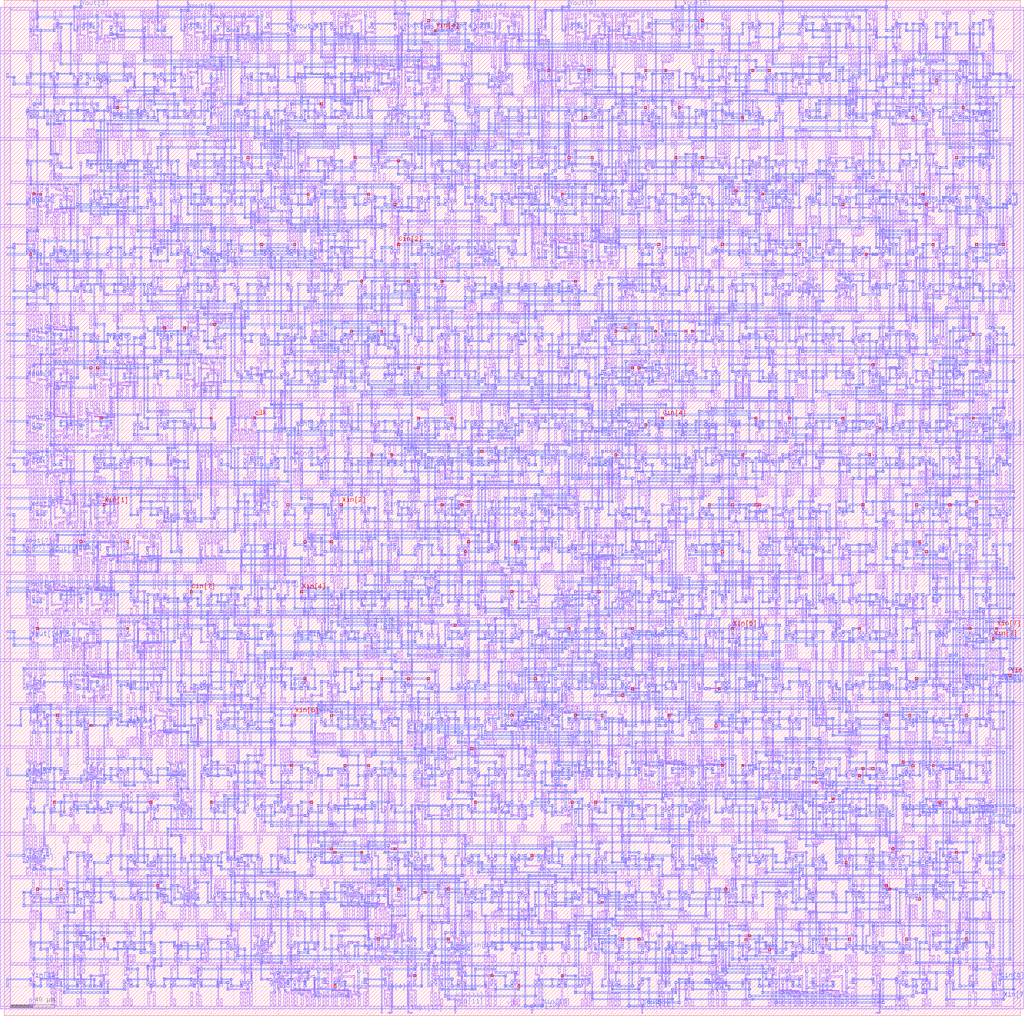
<source format=lef>
VERSION 5.7 ;
  NOWIREEXTENSIONATPIN ON ;
  DIVIDERCHAR "/" ;
  BUSBITCHARS "[]" ;
MACRO fir_pe
  CLASS BLOCK ;
  FOREIGN fir_pe ;
  ORIGIN 6.000 6.000 ;
  SIZE 912.000 BY 912.000 ;
  PIN gnd
    USE GROUND ;
    PORT
      LAYER metal1 ;
        RECT 0.600 897.300 909.450 899.700 ;
        RECT 900.450 821.700 909.450 897.300 ;
        RECT 0.600 819.300 909.450 821.700 ;
        RECT 900.450 743.700 909.450 819.300 ;
        RECT 0.600 741.300 909.450 743.700 ;
        RECT 900.450 665.700 909.450 741.300 ;
        RECT 0.600 663.300 909.450 665.700 ;
        RECT 900.450 587.700 909.450 663.300 ;
        RECT 0.600 585.300 909.450 587.700 ;
        RECT 900.450 509.700 909.450 585.300 ;
        RECT 0.600 507.300 909.450 509.700 ;
        RECT 900.450 431.700 909.450 507.300 ;
        RECT 0.600 429.300 909.450 431.700 ;
        RECT 900.450 353.700 909.450 429.300 ;
        RECT 0.600 351.300 909.450 353.700 ;
        RECT 900.450 275.700 909.450 351.300 ;
        RECT 0.600 273.300 909.450 275.700 ;
        RECT 900.450 197.700 909.450 273.300 ;
        RECT 0.600 195.300 909.450 197.700 ;
        RECT 900.450 119.700 909.450 195.300 ;
        RECT 0.600 117.300 909.450 119.700 ;
        RECT 900.450 41.700 909.450 117.300 ;
        RECT 0.600 39.300 909.450 41.700 ;
        RECT 900.450 0.300 909.450 39.300 ;
    END
  END gnd
  PIN vdd
    USE POWER ;
    PORT
      LAYER metal1 ;
        RECT -9.450 860.700 -0.450 899.700 ;
        RECT -9.450 858.300 899.400 860.700 ;
        RECT -9.450 782.700 -0.450 858.300 ;
        RECT -9.450 780.300 899.400 782.700 ;
        RECT -9.450 704.700 -0.450 780.300 ;
        RECT -9.450 702.300 899.400 704.700 ;
        RECT -9.450 626.700 -0.450 702.300 ;
        RECT -9.450 624.300 899.400 626.700 ;
        RECT -9.450 548.700 -0.450 624.300 ;
        RECT -9.450 546.300 899.400 548.700 ;
        RECT -9.450 470.700 -0.450 546.300 ;
        RECT -9.450 468.300 899.400 470.700 ;
        RECT -9.450 392.700 -0.450 468.300 ;
        RECT -9.450 390.300 899.400 392.700 ;
        RECT -9.450 314.700 -0.450 390.300 ;
        RECT -9.450 312.300 899.400 314.700 ;
        RECT -9.450 236.700 -0.450 312.300 ;
        RECT -9.450 234.300 899.400 236.700 ;
        RECT -9.450 158.700 -0.450 234.300 ;
        RECT -9.450 156.300 899.400 158.700 ;
        RECT -9.450 80.700 -0.450 156.300 ;
        RECT -9.450 78.300 899.400 80.700 ;
        RECT -9.450 2.700 -0.450 78.300 ;
        RECT -9.450 0.300 899.400 2.700 ;
    END
  END vdd
  PIN Cin[7]
    PORT
      LAYER metal1 ;
        RECT 346.950 375.450 349.050 376.050 ;
        RECT 352.950 375.450 355.050 376.050 ;
        RECT 346.950 374.550 355.050 375.450 ;
        RECT 346.950 373.950 349.050 374.550 ;
        RECT 352.950 373.950 355.050 374.550 ;
        RECT 334.950 342.450 337.050 342.900 ;
        RECT 346.950 342.450 349.050 343.200 ;
        RECT 334.950 341.550 349.050 342.450 ;
        RECT 334.950 340.800 337.050 341.550 ;
        RECT 346.950 341.100 349.050 341.550 ;
      LAYER metal2 ;
        RECT 373.950 494.100 376.050 496.200 ;
        RECT 385.950 494.100 388.050 496.200 ;
        RECT 365.400 489.900 366.600 490.650 ;
        RECT 374.400 490.050 375.450 494.100 ;
        RECT 386.400 493.350 387.600 494.100 ;
        RECT 364.950 487.800 367.050 489.900 ;
        RECT 373.950 487.950 376.050 490.050 ;
        RECT 365.400 466.050 366.450 487.800 ;
        RECT 340.950 463.950 343.050 466.050 ;
        RECT 364.950 463.950 367.050 466.050 ;
        RECT 341.400 450.600 342.450 463.950 ;
        RECT 341.400 448.350 342.600 450.600 ;
        RECT 374.400 394.050 375.450 487.950 ;
        RECT 352.950 391.950 355.050 394.050 ;
        RECT 373.950 391.950 376.050 394.050 ;
        RECT 160.950 382.950 163.050 385.050 ;
        RECT 161.400 376.050 162.450 382.950 ;
        RECT 353.400 376.050 354.450 391.950 ;
        RECT 160.950 372.000 163.050 376.050 ;
        RECT 169.950 373.950 172.050 376.050 ;
        RECT 346.950 373.950 349.050 376.050 ;
        RECT 352.950 373.950 355.050 376.050 ;
        RECT 161.400 370.350 162.600 372.000 ;
        RECT 170.400 352.050 171.450 373.950 ;
        RECT 169.950 349.950 172.050 352.050 ;
        RECT 193.950 349.950 196.050 352.050 ;
        RECT 194.400 313.050 195.450 349.950 ;
        RECT 347.400 343.200 348.450 373.950 ;
        RECT 353.400 372.600 354.450 373.950 ;
        RECT 353.400 370.350 354.600 372.600 ;
        RECT 334.950 340.800 337.050 342.900 ;
        RECT 346.950 341.100 349.050 343.200 ;
        RECT 296.400 332.400 297.600 334.650 ;
        RECT 296.400 322.050 297.450 332.400 ;
        RECT 335.400 322.050 336.450 340.800 ;
        RECT 226.950 319.950 229.050 322.050 ;
        RECT 295.950 319.950 298.050 322.050 ;
        RECT 334.950 319.950 337.050 322.050 ;
        RECT 227.400 313.050 228.450 319.950 ;
        RECT 193.950 310.950 196.050 313.050 ;
        RECT 226.950 310.950 229.050 313.050 ;
        RECT 227.400 295.200 228.450 310.950 ;
        RECT 226.950 293.100 229.050 295.200 ;
        RECT 227.400 292.350 228.600 293.100 ;
        RECT 245.400 288.900 246.600 289.650 ;
        RECT 244.950 286.800 247.050 288.900 ;
      LAYER via2 ;
        RECT 160.950 373.950 163.050 376.050 ;
      LAYER metal3 ;
        RECT 373.950 495.750 376.050 496.200 ;
        RECT 385.950 495.750 388.050 496.200 ;
        RECT 373.950 494.550 388.050 495.750 ;
        RECT 373.950 494.100 376.050 494.550 ;
        RECT 385.950 494.100 388.050 494.550 ;
        RECT 364.950 489.600 367.050 489.900 ;
        RECT 373.950 489.600 376.050 490.050 ;
        RECT 364.950 488.400 376.050 489.600 ;
        RECT 364.950 487.800 367.050 488.400 ;
        RECT 373.950 487.950 376.050 488.400 ;
        RECT 340.950 465.600 343.050 466.050 ;
        RECT 364.950 465.600 367.050 466.050 ;
        RECT 340.950 464.400 367.050 465.600 ;
        RECT 340.950 463.950 343.050 464.400 ;
        RECT 364.950 463.950 367.050 464.400 ;
        RECT 352.950 393.600 355.050 394.050 ;
        RECT 373.950 393.600 376.050 394.050 ;
        RECT 352.950 392.400 376.050 393.600 ;
        RECT 352.950 391.950 355.050 392.400 ;
        RECT 373.950 391.950 376.050 392.400 ;
        RECT 160.950 384.600 163.050 385.050 ;
        RECT -3.600 383.400 163.050 384.600 ;
        RECT 160.950 382.950 163.050 383.400 ;
        RECT 160.950 375.600 163.050 376.050 ;
        RECT 169.950 375.600 172.050 376.050 ;
        RECT 160.950 374.400 172.050 375.600 ;
        RECT 160.950 373.950 163.050 374.400 ;
        RECT 169.950 373.950 172.050 374.400 ;
        RECT 169.950 351.600 172.050 352.050 ;
        RECT 193.950 351.600 196.050 352.050 ;
        RECT 169.950 350.400 196.050 351.600 ;
        RECT 169.950 349.950 172.050 350.400 ;
        RECT 193.950 349.950 196.050 350.400 ;
        RECT 226.950 321.600 229.050 322.050 ;
        RECT 295.950 321.600 298.050 322.050 ;
        RECT 334.950 321.600 337.050 322.050 ;
        RECT 226.950 320.400 337.050 321.600 ;
        RECT 226.950 319.950 229.050 320.400 ;
        RECT 295.950 319.950 298.050 320.400 ;
        RECT 334.950 319.950 337.050 320.400 ;
        RECT 193.950 312.600 196.050 313.050 ;
        RECT 226.950 312.600 229.050 313.050 ;
        RECT 193.950 311.400 229.050 312.600 ;
        RECT 193.950 310.950 196.050 311.400 ;
        RECT 226.950 310.950 229.050 311.400 ;
        RECT 226.950 294.600 229.050 295.200 ;
        RECT 226.950 293.400 246.600 294.600 ;
        RECT 226.950 293.100 229.050 293.400 ;
        RECT 245.400 288.900 246.600 293.400 ;
        RECT 244.950 286.800 247.050 288.900 ;
    END
  END Cin[7]
  PIN Cin[6]
    PORT
      LAYER metal1 ;
        RECT 316.950 375.450 319.050 376.050 ;
        RECT 322.950 375.450 325.050 376.050 ;
        RECT 331.950 375.450 334.050 376.200 ;
        RECT 316.950 374.550 334.050 375.450 ;
        RECT 316.950 373.950 319.050 374.550 ;
        RECT 322.950 373.950 325.050 374.550 ;
        RECT 331.950 374.100 334.050 374.550 ;
      LAYER metal2 ;
        RECT 214.950 494.100 217.050 496.200 ;
        RECT 223.950 494.100 226.050 496.200 ;
        RECT 215.400 493.350 216.600 494.100 ;
        RECT 224.400 490.050 225.450 494.100 ;
        RECT 223.950 487.950 226.050 490.050 ;
        RECT 233.400 489.900 234.600 490.650 ;
        RECT 224.400 463.050 225.450 487.950 ;
        RECT 232.950 487.800 235.050 489.900 ;
        RECT 208.950 460.950 211.050 463.050 ;
        RECT 223.950 460.950 226.050 463.050 ;
        RECT 209.400 444.900 210.450 460.950 ;
        RECT 221.400 444.900 222.600 445.650 ;
        RECT 208.950 442.800 211.050 444.900 ;
        RECT 220.950 442.800 223.050 444.900 ;
        RECT 209.400 418.200 210.450 442.800 ;
        RECT 208.950 416.100 211.050 418.200 ;
        RECT 209.400 415.350 210.600 416.100 ;
        RECT 229.950 415.950 232.050 418.050 ;
        RECT 331.950 416.100 334.050 418.200 ;
        RECT 343.950 416.100 346.050 418.200 ;
        RECT 230.400 382.050 231.450 415.950 ;
        RECT 106.950 379.950 109.050 382.050 ;
        RECT 229.950 379.950 232.050 382.050 ;
        RECT 107.400 376.050 108.450 379.950 ;
        RECT 106.950 373.950 109.050 376.050 ;
        RECT 107.400 372.600 108.450 373.950 ;
        RECT 107.400 370.350 108.600 372.600 ;
        RECT 230.400 358.050 231.450 379.950 ;
        RECT 332.400 376.200 333.450 416.100 ;
        RECT 344.400 415.350 345.600 416.100 ;
        RECT 316.950 372.000 319.050 376.050 ;
        RECT 322.950 373.950 325.050 376.050 ;
        RECT 331.950 374.100 334.050 376.200 ;
        RECT 317.400 370.350 318.600 372.000 ;
        RECT 263.400 365.400 264.600 367.650 ;
        RECT 263.400 358.050 264.450 365.400 ;
        RECT 229.950 355.950 232.050 358.050 ;
        RECT 262.950 357.450 265.050 358.050 ;
        RECT 319.950 357.450 322.050 358.050 ;
        RECT 323.400 357.450 324.450 373.950 ;
        RECT 377.400 365.400 378.600 367.650 ;
        RECT 377.400 358.050 378.450 365.400 ;
        RECT 262.950 356.400 267.450 357.450 ;
        RECT 262.950 355.950 265.050 356.400 ;
        RECT 230.400 333.900 231.600 334.650 ;
        RECT 260.400 333.900 261.600 334.650 ;
        RECT 266.400 333.900 267.450 356.400 ;
        RECT 319.950 356.400 324.450 357.450 ;
        RECT 319.950 355.950 322.050 356.400 ;
        RECT 376.950 355.950 379.050 358.050 ;
        RECT 320.400 339.600 321.450 355.950 ;
        RECT 320.400 337.350 321.600 339.600 ;
        RECT 229.950 331.800 232.050 333.900 ;
        RECT 259.950 331.800 262.050 333.900 ;
        RECT 265.950 331.800 268.050 333.900 ;
      LAYER metal3 ;
        RECT 214.950 495.750 217.050 496.200 ;
        RECT 223.950 495.750 226.050 496.200 ;
        RECT 214.950 494.550 226.050 495.750 ;
        RECT 214.950 494.100 217.050 494.550 ;
        RECT 223.950 494.100 226.050 494.550 ;
        RECT 223.950 489.600 226.050 490.050 ;
        RECT 232.950 489.600 235.050 489.900 ;
        RECT 223.950 488.400 235.050 489.600 ;
        RECT 223.950 487.950 226.050 488.400 ;
        RECT 232.950 487.800 235.050 488.400 ;
        RECT 208.950 462.600 211.050 463.050 ;
        RECT 223.950 462.600 226.050 463.050 ;
        RECT 208.950 461.400 226.050 462.600 ;
        RECT 208.950 460.950 211.050 461.400 ;
        RECT 223.950 460.950 226.050 461.400 ;
        RECT 208.950 444.450 211.050 444.900 ;
        RECT 220.950 444.450 223.050 444.900 ;
        RECT 208.950 443.250 223.050 444.450 ;
        RECT 208.950 442.800 211.050 443.250 ;
        RECT 220.950 442.800 223.050 443.250 ;
        RECT 208.950 417.600 211.050 418.200 ;
        RECT 229.950 417.600 232.050 418.050 ;
        RECT 208.950 416.400 232.050 417.600 ;
        RECT 208.950 416.100 211.050 416.400 ;
        RECT 229.950 415.950 232.050 416.400 ;
        RECT 331.950 417.750 334.050 418.200 ;
        RECT 343.950 417.750 346.050 418.200 ;
        RECT 331.950 416.550 346.050 417.750 ;
        RECT 331.950 416.100 334.050 416.550 ;
        RECT 343.950 416.100 346.050 416.550 ;
        RECT 106.950 381.600 109.050 382.050 ;
        RECT 229.950 381.600 232.050 382.050 ;
        RECT 106.950 380.400 232.050 381.600 ;
        RECT 106.950 379.950 109.050 380.400 ;
        RECT 229.950 379.950 232.050 380.400 ;
        RECT 106.950 375.600 109.050 376.050 ;
        RECT -3.600 374.400 109.050 375.600 ;
        RECT -3.600 371.400 -2.400 374.400 ;
        RECT 106.950 373.950 109.050 374.400 ;
        RECT 229.950 357.600 232.050 358.050 ;
        RECT 262.950 357.600 265.050 358.050 ;
        RECT 319.950 357.600 322.050 358.050 ;
        RECT 376.950 357.600 379.050 358.050 ;
        RECT 229.950 356.400 379.050 357.600 ;
        RECT 229.950 355.950 232.050 356.400 ;
        RECT 262.950 355.950 265.050 356.400 ;
        RECT 319.950 355.950 322.050 356.400 ;
        RECT 376.950 355.950 379.050 356.400 ;
        RECT 230.400 335.400 267.600 336.600 ;
        RECT 230.400 333.900 231.600 335.400 ;
        RECT 266.400 333.900 267.600 335.400 ;
        RECT 229.950 331.800 232.050 333.900 ;
        RECT 259.950 333.450 262.050 333.900 ;
        RECT 265.950 333.450 268.050 333.900 ;
        RECT 259.950 332.250 268.050 333.450 ;
        RECT 259.950 331.800 262.050 332.250 ;
        RECT 265.950 331.800 268.050 332.250 ;
    END
  END Cin[6]
  PIN Cin[5]
    PORT
      LAYER metal2 ;
        RECT 262.950 449.100 265.050 451.200 ;
        RECT 283.950 449.100 286.050 451.200 ;
        RECT 319.950 449.100 322.050 451.200 ;
        RECT 325.950 449.100 328.050 451.200 ;
        RECT 263.400 448.350 264.600 449.100 ;
        RECT 1.950 442.950 4.050 445.050 ;
        RECT 200.400 443.400 201.600 445.650 ;
        RECT 227.400 443.400 228.600 445.650 ;
        RECT 284.400 445.050 285.450 449.100 ;
        RECT 320.400 448.350 321.600 449.100 ;
        RECT 2.400 430.050 3.450 442.950 ;
        RECT 200.400 436.050 201.450 443.400 ;
        RECT 227.400 436.050 228.450 443.400 ;
        RECT 283.950 442.950 286.050 445.050 ;
        RECT 290.400 444.900 291.600 445.650 ;
        RECT 289.950 442.800 292.050 444.900 ;
        RECT 290.400 436.050 291.450 442.800 ;
        RECT 199.950 433.950 202.050 436.050 ;
        RECT 217.950 433.950 220.050 436.050 ;
        RECT 226.950 433.950 229.050 436.050 ;
        RECT 289.950 433.950 292.050 436.050 ;
        RECT 200.400 430.050 201.450 433.950 ;
        RECT 1.950 427.950 4.050 430.050 ;
        RECT 199.950 427.950 202.050 430.050 ;
        RECT 218.400 385.050 219.450 433.950 ;
        RECT 290.400 424.050 291.450 433.950 ;
        RECT 326.400 424.050 327.450 449.100 ;
        RECT 289.950 421.950 292.050 424.050 ;
        RECT 319.950 421.950 322.050 424.050 ;
        RECT 325.950 421.950 328.050 424.050 ;
        RECT 320.400 417.600 321.450 421.950 ;
        RECT 320.400 415.350 321.600 417.600 ;
        RECT 217.950 382.950 220.050 385.050 ;
        RECT 247.950 382.950 250.050 385.050 ;
        RECT 253.950 382.950 256.050 385.050 ;
        RECT 218.400 372.600 219.450 382.950 ;
        RECT 218.400 370.350 219.600 372.600 ;
        RECT 245.400 372.450 246.600 372.600 ;
        RECT 248.400 372.450 249.450 382.950 ;
        RECT 245.400 371.400 249.450 372.450 ;
        RECT 245.400 370.350 246.600 371.400 ;
        RECT 254.400 361.050 255.450 382.950 ;
        RECT 269.400 365.400 270.600 367.650 ;
        RECT 293.400 365.400 294.600 367.650 ;
        RECT 269.400 361.050 270.450 365.400 ;
        RECT 293.400 361.050 294.450 365.400 ;
        RECT 253.950 358.950 256.050 361.050 ;
        RECT 268.950 358.950 271.050 361.050 ;
        RECT 292.950 358.950 295.050 361.050 ;
        RECT 293.400 346.050 294.450 358.950 ;
        RECT 292.950 343.950 295.050 346.050 ;
        RECT 325.950 343.950 328.050 346.050 ;
        RECT 326.400 339.600 327.450 343.950 ;
        RECT 326.400 337.350 327.600 339.600 ;
      LAYER metal3 ;
        RECT 262.950 450.750 265.050 451.200 ;
        RECT 283.950 450.750 286.050 451.200 ;
        RECT 262.950 449.550 286.050 450.750 ;
        RECT 262.950 449.100 265.050 449.550 ;
        RECT 283.950 449.100 286.050 449.550 ;
        RECT 319.950 450.750 322.050 451.200 ;
        RECT 325.950 450.750 328.050 451.200 ;
        RECT 319.950 449.550 328.050 450.750 ;
        RECT 319.950 449.100 322.050 449.550 ;
        RECT 325.950 449.100 328.050 449.550 ;
        RECT 1.950 444.600 4.050 445.050 ;
        RECT -3.600 443.400 4.050 444.600 ;
        RECT 1.950 442.950 4.050 443.400 ;
        RECT 283.950 444.600 286.050 445.050 ;
        RECT 289.950 444.600 292.050 444.900 ;
        RECT 283.950 443.400 292.050 444.600 ;
        RECT 283.950 442.950 286.050 443.400 ;
        RECT 289.950 442.800 292.050 443.400 ;
        RECT 199.950 435.600 202.050 436.050 ;
        RECT 217.950 435.600 220.050 436.050 ;
        RECT 226.950 435.600 229.050 436.050 ;
        RECT 289.950 435.600 292.050 436.050 ;
        RECT 199.950 434.400 292.050 435.600 ;
        RECT 199.950 433.950 202.050 434.400 ;
        RECT 217.950 433.950 220.050 434.400 ;
        RECT 226.950 433.950 229.050 434.400 ;
        RECT 289.950 433.950 292.050 434.400 ;
        RECT 1.950 429.600 4.050 430.050 ;
        RECT 199.950 429.600 202.050 430.050 ;
        RECT 1.950 428.400 202.050 429.600 ;
        RECT 1.950 427.950 4.050 428.400 ;
        RECT 199.950 427.950 202.050 428.400 ;
        RECT 289.950 423.600 292.050 424.050 ;
        RECT 319.950 423.600 322.050 424.050 ;
        RECT 325.950 423.600 328.050 424.050 ;
        RECT 289.950 422.400 328.050 423.600 ;
        RECT 289.950 421.950 292.050 422.400 ;
        RECT 319.950 421.950 322.050 422.400 ;
        RECT 325.950 421.950 328.050 422.400 ;
        RECT 217.950 384.600 220.050 385.050 ;
        RECT 247.950 384.600 250.050 385.050 ;
        RECT 253.950 384.600 256.050 385.050 ;
        RECT 217.950 383.400 256.050 384.600 ;
        RECT 217.950 382.950 220.050 383.400 ;
        RECT 247.950 382.950 250.050 383.400 ;
        RECT 253.950 382.950 256.050 383.400 ;
        RECT 253.950 360.600 256.050 361.050 ;
        RECT 268.950 360.600 271.050 361.050 ;
        RECT 292.950 360.600 295.050 361.050 ;
        RECT 253.950 359.400 295.050 360.600 ;
        RECT 253.950 358.950 256.050 359.400 ;
        RECT 268.950 358.950 271.050 359.400 ;
        RECT 292.950 358.950 295.050 359.400 ;
        RECT 292.950 345.600 295.050 346.050 ;
        RECT 325.950 345.600 328.050 346.050 ;
        RECT 292.950 344.400 328.050 345.600 ;
        RECT 292.950 343.950 295.050 344.400 ;
        RECT 325.950 343.950 328.050 344.400 ;
    END
  END Cin[5]
  PIN Cin[4]
    PORT
      LAYER metal1 ;
        RECT 496.950 450.450 499.050 451.050 ;
        RECT 491.550 450.000 499.050 450.450 ;
        RECT 490.950 449.550 499.050 450.000 ;
        RECT 490.950 445.800 493.050 449.550 ;
        RECT 496.950 448.950 499.050 449.550 ;
      LAYER metal2 ;
        RECT 397.950 610.950 400.050 613.050 ;
        RECT 412.950 610.950 415.050 613.050 ;
        RECT 475.950 610.950 478.050 613.050 ;
        RECT 368.400 567.900 369.600 568.650 ;
        RECT 398.400 567.900 399.450 610.950 ;
        RECT 413.400 606.600 414.450 610.950 ;
        RECT 476.400 607.200 477.450 610.950 ;
        RECT 413.400 604.350 414.600 606.600 ;
        RECT 475.950 605.100 478.050 607.200 ;
        RECT 484.950 605.100 487.050 607.200 ;
        RECT 476.400 604.350 477.600 605.100 ;
        RECT 367.950 565.800 370.050 567.900 ;
        RECT 397.950 565.800 400.050 567.900 ;
        RECT 485.400 532.050 486.450 605.100 ;
        RECT 484.950 531.450 487.050 532.050 ;
        RECT 482.400 530.400 487.050 531.450 ;
        RECT 482.400 502.050 483.450 530.400 ;
        RECT 484.950 529.950 487.050 530.400 ;
        RECT 583.950 528.000 586.050 532.050 ;
        RECT 584.400 526.350 585.600 528.000 ;
        RECT 481.950 499.950 484.050 502.050 ;
        RECT 496.950 499.950 499.050 502.050 ;
        RECT 497.400 451.050 498.450 499.950 ;
        RECT 496.950 448.950 499.050 451.050 ;
        RECT 490.950 445.800 493.050 447.900 ;
        RECT 491.400 426.450 492.450 445.800 ;
        RECT 491.400 425.400 495.450 426.450 ;
        RECT 494.400 385.050 495.450 425.400 ;
        RECT 493.950 382.950 496.050 385.050 ;
        RECT 559.950 382.950 562.050 385.050 ;
        RECT 560.400 340.050 561.450 382.950 ;
        RECT 559.800 337.950 561.900 340.050 ;
        RECT 599.400 333.900 600.600 334.650 ;
        RECT 598.950 331.800 601.050 333.900 ;
        RECT 599.400 295.050 600.450 331.800 ;
        RECT 598.950 292.950 601.050 295.050 ;
        RECT 604.950 292.950 607.050 295.050 ;
        RECT 605.400 261.450 606.450 292.950 ;
        RECT 602.400 260.400 606.450 261.450 ;
        RECT 368.400 255.900 369.600 256.650 ;
        RECT 367.950 253.800 370.050 255.900 ;
        RECT 421.950 253.800 424.050 255.900 ;
        RECT 545.400 254.400 546.600 256.650 ;
        RECT 368.400 223.050 369.450 253.800 ;
        RECT 422.400 244.050 423.450 253.800 ;
        RECT 545.400 247.050 546.450 254.400 ;
        RECT 602.400 247.050 603.450 260.400 ;
        RECT 544.950 244.950 547.050 247.050 ;
        RECT 601.950 244.950 604.050 247.050 ;
        RECT 421.950 241.950 424.050 244.050 ;
        RECT 331.950 220.950 334.050 223.050 ;
        RECT 367.950 220.950 370.050 223.050 ;
        RECT 332.400 177.450 333.450 220.950 ;
        RECT 335.400 177.450 336.600 178.650 ;
        RECT 332.400 176.400 336.600 177.450 ;
        RECT 335.400 142.050 336.450 176.400 ;
        RECT 334.950 139.950 337.050 142.050 ;
        RECT 355.950 139.950 358.050 142.050 ;
        RECT 356.400 64.050 357.450 139.950 ;
        RECT 355.950 61.950 358.050 64.050 ;
        RECT 361.950 61.950 364.050 64.050 ;
        RECT 362.400 37.050 363.450 61.950 ;
        RECT 331.950 34.950 334.050 37.050 ;
        RECT 361.950 34.950 364.050 37.050 ;
        RECT 332.400 -3.600 333.450 34.950 ;
      LAYER via2 ;
        RECT 583.950 529.950 586.050 532.050 ;
      LAYER metal3 ;
        RECT 397.950 612.600 400.050 613.050 ;
        RECT 412.950 612.600 415.050 613.050 ;
        RECT 475.950 612.600 478.050 613.050 ;
        RECT 397.950 611.400 478.050 612.600 ;
        RECT 397.950 610.950 400.050 611.400 ;
        RECT 412.950 610.950 415.050 611.400 ;
        RECT 475.950 610.950 478.050 611.400 ;
        RECT 475.950 606.750 478.050 607.200 ;
        RECT 484.950 606.750 487.050 607.200 ;
        RECT 475.950 605.550 487.050 606.750 ;
        RECT 475.950 605.100 478.050 605.550 ;
        RECT 484.950 605.100 487.050 605.550 ;
        RECT 367.950 567.450 370.050 567.900 ;
        RECT 397.950 567.450 400.050 567.900 ;
        RECT 367.950 566.250 400.050 567.450 ;
        RECT 367.950 565.800 370.050 566.250 ;
        RECT 397.950 565.800 400.050 566.250 ;
        RECT 484.950 531.600 487.050 532.050 ;
        RECT 583.950 531.600 586.050 532.050 ;
        RECT 484.950 530.400 586.050 531.600 ;
        RECT 484.950 529.950 487.050 530.400 ;
        RECT 583.950 529.950 586.050 530.400 ;
        RECT 481.950 501.600 484.050 502.050 ;
        RECT 496.950 501.600 499.050 502.050 ;
        RECT 481.950 500.400 499.050 501.600 ;
        RECT 481.950 499.950 484.050 500.400 ;
        RECT 496.950 499.950 499.050 500.400 ;
        RECT 493.950 384.600 496.050 385.050 ;
        RECT 559.950 384.600 562.050 385.050 ;
        RECT 493.950 383.400 562.050 384.600 ;
        RECT 493.950 382.950 496.050 383.400 ;
        RECT 559.950 382.950 562.050 383.400 ;
        RECT 559.800 339.000 561.900 340.050 ;
        RECT 559.800 337.950 562.050 339.000 ;
        RECT 559.950 336.600 562.050 337.950 ;
        RECT 559.950 336.000 600.600 336.600 ;
        RECT 560.400 335.400 600.600 336.000 ;
        RECT 599.400 333.900 600.600 335.400 ;
        RECT 598.950 331.800 601.050 333.900 ;
        RECT 598.950 294.600 601.050 295.050 ;
        RECT 604.950 294.600 607.050 295.050 ;
        RECT 598.950 293.400 607.050 294.600 ;
        RECT 598.950 292.950 601.050 293.400 ;
        RECT 604.950 292.950 607.050 293.400 ;
        RECT 367.950 255.450 370.050 255.900 ;
        RECT 421.950 255.450 424.050 255.900 ;
        RECT 367.950 254.250 424.050 255.450 ;
        RECT 367.950 253.800 370.050 254.250 ;
        RECT 421.950 253.800 424.050 254.250 ;
        RECT 544.950 246.600 547.050 247.050 ;
        RECT 601.950 246.600 604.050 247.050 ;
        RECT 506.400 245.400 604.050 246.600 ;
        RECT 421.950 243.600 424.050 244.050 ;
        RECT 506.400 243.600 507.600 245.400 ;
        RECT 544.950 244.950 547.050 245.400 ;
        RECT 601.950 244.950 604.050 245.400 ;
        RECT 421.950 242.400 507.600 243.600 ;
        RECT 421.950 241.950 424.050 242.400 ;
        RECT 331.950 222.600 334.050 223.050 ;
        RECT 367.950 222.600 370.050 223.050 ;
        RECT 331.950 221.400 370.050 222.600 ;
        RECT 331.950 220.950 334.050 221.400 ;
        RECT 367.950 220.950 370.050 221.400 ;
        RECT 334.950 141.600 337.050 142.050 ;
        RECT 355.950 141.600 358.050 142.050 ;
        RECT 334.950 140.400 358.050 141.600 ;
        RECT 334.950 139.950 337.050 140.400 ;
        RECT 355.950 139.950 358.050 140.400 ;
        RECT 355.950 63.600 358.050 64.050 ;
        RECT 361.950 63.600 364.050 64.050 ;
        RECT 355.950 62.400 364.050 63.600 ;
        RECT 355.950 61.950 358.050 62.400 ;
        RECT 361.950 61.950 364.050 62.400 ;
        RECT 331.950 36.600 334.050 37.050 ;
        RECT 361.950 36.600 364.050 37.050 ;
        RECT 331.950 35.400 364.050 36.600 ;
        RECT 331.950 34.950 334.050 35.400 ;
        RECT 361.950 34.950 364.050 35.400 ;
    END
  END Cin[4]
  PIN Cin[3]
    PORT
      LAYER metal1 ;
        RECT 490.950 267.450 493.050 268.050 ;
        RECT 496.950 267.450 499.050 267.900 ;
        RECT 490.950 266.550 499.050 267.450 ;
        RECT 490.950 265.950 493.050 266.550 ;
        RECT 496.950 265.800 499.050 266.550 ;
      LAYER metal2 ;
        RECT 460.950 650.100 463.050 652.200 ;
        RECT 469.950 650.100 472.050 652.200 ;
        RECT 461.400 649.350 462.600 650.100 ;
        RECT 317.400 645.000 318.600 646.650 ;
        RECT 316.950 642.450 319.050 645.000 ;
        RECT 314.400 641.400 319.050 642.450 ;
        RECT 314.400 583.050 315.450 641.400 ;
        RECT 316.950 640.950 319.050 641.400 ;
        RECT 361.950 640.950 364.050 643.050 ;
        RECT 362.400 622.050 363.450 640.950 ;
        RECT 470.400 628.050 471.450 650.100 ;
        RECT 530.400 644.400 531.600 646.650 ;
        RECT 530.400 628.050 531.450 644.400 ;
        RECT 469.950 625.950 472.050 628.050 ;
        RECT 499.950 625.950 502.050 628.050 ;
        RECT 529.950 625.950 532.050 628.050 ;
        RECT 598.950 625.950 601.050 628.050 ;
        RECT 470.400 622.050 471.450 625.950 ;
        RECT 361.950 619.950 364.050 622.050 ;
        RECT 469.950 619.950 472.050 622.050 ;
        RECT 362.400 606.600 363.450 619.950 ;
        RECT 362.400 604.350 363.600 606.600 ;
        RECT 295.950 580.950 298.050 583.050 ;
        RECT 313.950 580.950 316.050 583.050 ;
        RECT 296.400 573.600 297.450 580.950 ;
        RECT 500.400 576.450 501.450 625.950 ;
        RECT 497.400 575.400 501.450 576.450 ;
        RECT 497.400 573.600 498.450 575.400 ;
        RECT 296.400 571.350 297.600 573.600 ;
        RECT 497.400 571.350 498.600 573.600 ;
        RECT 599.400 565.050 600.450 625.950 ;
        RECT 650.400 566.400 651.600 568.650 ;
        RECT 650.400 565.050 651.450 566.400 ;
        RECT 598.950 562.950 601.050 565.050 ;
        RECT 649.950 562.950 652.050 565.050 ;
        RECT 650.400 550.050 651.450 562.950 ;
        RECT 649.950 547.950 652.050 550.050 ;
        RECT 685.950 547.950 688.050 550.050 ;
        RECT 686.400 514.050 687.450 547.950 ;
        RECT 685.950 511.950 688.050 514.050 ;
        RECT 683.400 489.450 684.600 490.650 ;
        RECT 686.400 489.450 687.450 511.950 ;
        RECT 683.400 488.400 687.450 489.450 ;
        RECT 686.400 376.050 687.450 488.400 ;
        RECT 670.950 373.950 673.050 376.050 ;
        RECT 685.950 373.950 688.050 376.050 ;
        RECT 671.400 343.050 672.450 373.950 ;
        RECT 658.950 340.950 661.050 343.050 ;
        RECT 670.950 340.950 673.050 343.050 ;
        RECT 659.400 333.900 660.450 340.950 ;
        RECT 677.400 333.900 678.600 334.650 ;
        RECT 658.950 331.800 661.050 333.900 ;
        RECT 676.950 331.800 679.050 333.900 ;
        RECT 659.400 298.050 660.450 331.800 ;
        RECT 652.950 295.950 655.050 298.050 ;
        RECT 658.950 295.950 661.050 298.050 ;
        RECT 445.950 293.100 448.050 295.200 ;
        RECT 446.400 292.350 447.600 293.100 ;
        RECT 415.950 289.950 418.050 292.050 ;
        RECT 356.400 254.400 357.600 256.650 ;
        RECT 356.400 250.050 357.450 254.400 ;
        RECT 416.400 253.050 417.450 289.950 ;
        RECT 490.950 286.950 493.050 289.050 ;
        RECT 491.400 268.050 492.450 286.950 ;
        RECT 653.400 268.050 654.450 295.950 ;
        RECT 659.400 294.600 660.450 295.950 ;
        RECT 659.400 292.350 660.600 294.600 ;
        RECT 490.950 265.950 493.050 268.050 ;
        RECT 498.000 267.900 501.000 268.050 ;
        RECT 496.950 265.950 502.050 267.900 ;
        RECT 532.950 265.950 535.050 268.050 ;
        RECT 598.950 265.950 601.050 268.050 ;
        RECT 652.950 265.950 655.050 268.050 ;
        RECT 496.950 265.800 499.050 265.950 ;
        RECT 499.950 265.800 502.050 265.950 ;
        RECT 533.400 259.050 534.450 265.950 ;
        RECT 599.400 259.050 600.450 265.950 ;
        RECT 532.950 256.950 535.050 259.050 ;
        RECT 598.950 256.950 601.050 259.050 ;
        RECT 527.400 255.000 528.600 256.650 ;
        RECT 415.950 250.950 418.050 253.050 ;
        RECT 526.950 250.950 529.050 255.000 ;
        RECT 533.400 253.050 534.450 256.950 ;
        RECT 532.950 250.950 535.050 253.050 ;
        RECT 355.950 247.950 358.050 250.050 ;
      LAYER metal3 ;
        RECT 460.950 651.750 463.050 652.200 ;
        RECT 469.950 651.750 472.050 652.200 ;
        RECT 460.950 650.550 472.050 651.750 ;
        RECT 460.950 650.100 463.050 650.550 ;
        RECT 469.950 650.100 472.050 650.550 ;
        RECT 316.950 642.600 319.050 643.050 ;
        RECT 361.950 642.600 364.050 643.050 ;
        RECT 316.950 641.400 364.050 642.600 ;
        RECT 316.950 640.950 319.050 641.400 ;
        RECT 361.950 640.950 364.050 641.400 ;
        RECT 469.950 627.600 472.050 628.050 ;
        RECT 499.950 627.600 502.050 628.050 ;
        RECT 529.950 627.600 532.050 628.050 ;
        RECT 598.950 627.600 601.050 628.050 ;
        RECT 469.950 626.400 601.050 627.600 ;
        RECT 469.950 625.950 472.050 626.400 ;
        RECT 499.950 625.950 502.050 626.400 ;
        RECT 529.950 625.950 532.050 626.400 ;
        RECT 598.950 625.950 601.050 626.400 ;
        RECT 361.950 621.600 364.050 622.050 ;
        RECT 469.950 621.600 472.050 622.050 ;
        RECT 361.950 620.400 472.050 621.600 ;
        RECT 361.950 619.950 364.050 620.400 ;
        RECT 469.950 619.950 472.050 620.400 ;
        RECT 295.950 582.600 298.050 583.050 ;
        RECT 313.950 582.600 316.050 583.050 ;
        RECT 295.950 581.400 316.050 582.600 ;
        RECT 295.950 580.950 298.050 581.400 ;
        RECT 313.950 580.950 316.050 581.400 ;
        RECT 598.950 564.600 601.050 565.050 ;
        RECT 649.950 564.600 652.050 565.050 ;
        RECT 598.950 563.400 652.050 564.600 ;
        RECT 598.950 562.950 601.050 563.400 ;
        RECT 649.950 562.950 652.050 563.400 ;
        RECT 649.950 549.600 652.050 550.050 ;
        RECT 685.950 549.600 688.050 550.050 ;
        RECT 649.950 548.400 688.050 549.600 ;
        RECT 649.950 547.950 652.050 548.400 ;
        RECT 685.950 547.950 688.050 548.400 ;
        RECT 905.400 516.600 906.600 528.600 ;
        RECT 848.400 515.400 906.600 516.600 ;
        RECT 685.950 513.600 688.050 514.050 ;
        RECT 848.400 513.600 849.600 515.400 ;
        RECT 685.950 512.400 849.600 513.600 ;
        RECT 685.950 511.950 688.050 512.400 ;
        RECT 670.950 375.600 673.050 376.050 ;
        RECT 685.950 375.600 688.050 376.050 ;
        RECT 670.950 374.400 688.050 375.600 ;
        RECT 670.950 373.950 673.050 374.400 ;
        RECT 685.950 373.950 688.050 374.400 ;
        RECT 658.950 342.600 661.050 343.050 ;
        RECT 670.950 342.600 673.050 343.050 ;
        RECT 658.950 341.400 673.050 342.600 ;
        RECT 658.950 340.950 661.050 341.400 ;
        RECT 670.950 340.950 673.050 341.400 ;
        RECT 658.950 333.450 661.050 333.900 ;
        RECT 676.950 333.450 679.050 333.900 ;
        RECT 658.950 332.250 679.050 333.450 ;
        RECT 658.950 331.800 661.050 332.250 ;
        RECT 676.950 331.800 679.050 332.250 ;
        RECT 652.950 297.600 655.050 298.050 ;
        RECT 658.950 297.600 661.050 298.050 ;
        RECT 652.950 296.400 661.050 297.600 ;
        RECT 652.950 295.950 655.050 296.400 ;
        RECT 658.950 295.950 661.050 296.400 ;
        RECT 445.950 293.100 448.050 295.200 ;
        RECT 415.950 291.600 418.050 292.050 ;
        RECT 446.400 291.600 447.600 293.100 ;
        RECT 415.950 290.400 447.600 291.600 ;
        RECT 415.950 289.950 418.050 290.400 ;
        RECT 446.400 288.600 447.600 290.400 ;
        RECT 490.950 288.600 493.050 289.050 ;
        RECT 446.400 287.400 493.050 288.600 ;
        RECT 490.950 286.950 493.050 287.400 ;
        RECT 499.950 267.600 502.050 267.900 ;
        RECT 532.950 267.600 535.050 268.050 ;
        RECT 499.950 266.400 535.050 267.600 ;
        RECT 499.950 265.800 502.050 266.400 ;
        RECT 532.950 265.950 535.050 266.400 ;
        RECT 598.950 267.600 601.050 268.050 ;
        RECT 652.950 267.600 655.050 268.050 ;
        RECT 598.950 266.400 655.050 267.600 ;
        RECT 598.950 265.950 601.050 266.400 ;
        RECT 652.950 265.950 655.050 266.400 ;
        RECT 532.950 258.600 535.050 259.050 ;
        RECT 598.950 258.600 601.050 259.050 ;
        RECT 532.950 257.400 601.050 258.600 ;
        RECT 532.950 256.950 535.050 257.400 ;
        RECT 598.950 256.950 601.050 257.400 ;
        RECT 415.950 252.600 418.050 253.050 ;
        RECT 371.400 251.400 418.050 252.600 ;
        RECT 355.950 249.600 358.050 250.050 ;
        RECT 371.400 249.600 372.600 251.400 ;
        RECT 415.950 250.950 418.050 251.400 ;
        RECT 526.950 252.600 529.050 253.050 ;
        RECT 532.950 252.600 535.050 253.050 ;
        RECT 526.950 251.400 535.050 252.600 ;
        RECT 526.950 250.950 529.050 251.400 ;
        RECT 532.950 250.950 535.050 251.400 ;
        RECT 355.950 248.400 372.600 249.600 ;
        RECT 355.950 247.950 358.050 248.400 ;
    END
  END Cin[3]
  PIN Cin[2]
    PORT
      LAYER metal1 ;
        RECT 346.950 717.450 349.050 718.050 ;
        RECT 358.950 717.450 361.050 718.050 ;
        RECT 346.950 716.550 361.050 717.450 ;
        RECT 346.950 715.950 349.050 716.550 ;
        RECT 358.950 715.950 361.050 716.550 ;
        RECT 661.950 564.450 664.050 565.050 ;
        RECT 679.950 564.450 682.050 565.050 ;
        RECT 661.950 563.550 682.050 564.450 ;
        RECT 661.950 562.950 664.050 563.550 ;
        RECT 679.950 562.950 682.050 563.550 ;
        RECT 433.950 252.450 436.050 253.050 ;
        RECT 442.950 252.450 445.050 253.050 ;
        RECT 433.950 251.550 445.050 252.450 ;
        RECT 433.950 250.950 436.050 251.550 ;
        RECT 442.950 250.950 445.050 251.550 ;
      LAYER metal2 ;
        RECT 344.400 895.050 345.450 906.450 ;
        RECT 343.950 892.950 346.050 895.050 ;
        RECT 355.950 892.950 358.050 895.050 ;
        RECT 356.400 862.050 357.450 892.950 ;
        RECT 355.950 859.950 358.050 862.050 ;
        RECT 367.950 859.950 370.050 862.050 ;
        RECT 368.400 823.050 369.450 859.950 ;
        RECT 361.950 820.950 364.050 823.050 ;
        RECT 367.950 820.950 370.050 823.050 ;
        RECT 362.400 784.050 363.450 820.950 ;
        RECT 361.950 781.950 364.050 784.050 ;
        RECT 370.950 781.950 373.050 784.050 ;
        RECT 371.400 745.050 372.450 781.950 ;
        RECT 358.950 742.950 361.050 745.050 ;
        RECT 370.950 742.950 373.050 745.050 ;
        RECT 359.400 718.050 360.450 742.950 ;
        RECT 346.950 715.950 349.050 718.050 ;
        RECT 358.950 715.950 361.050 718.050 ;
        RECT 347.400 688.050 348.450 715.950 ;
        RECT 346.950 684.000 349.050 688.050 ;
        RECT 373.950 685.950 376.050 688.050 ;
        RECT 347.400 682.350 348.600 684.000 ;
        RECT 374.400 631.050 375.450 685.950 ;
        RECT 407.400 644.400 408.600 646.650 ;
        RECT 485.400 644.400 486.600 646.650 ;
        RECT 407.400 640.050 408.450 644.400 ;
        RECT 406.950 637.950 409.050 640.050 ;
        RECT 436.950 637.950 439.050 640.050 ;
        RECT 407.400 631.050 408.450 637.950 ;
        RECT 373.950 628.950 376.050 631.050 ;
        RECT 406.950 628.950 409.050 631.050 ;
        RECT 437.400 574.200 438.450 637.950 ;
        RECT 485.400 637.050 486.450 644.400 ;
        RECT 484.950 634.950 487.050 637.050 ;
        RECT 430.950 572.100 433.050 574.200 ;
        RECT 436.950 572.100 439.050 574.200 ;
        RECT 431.400 571.350 432.600 572.100 ;
        RECT 437.400 565.050 438.450 572.100 ;
        RECT 476.400 566.400 477.600 568.650 ;
        RECT 662.400 567.000 663.600 568.650 ;
        RECT 680.400 567.000 681.600 568.650 ;
        RECT 476.400 565.050 477.450 566.400 ;
        RECT 436.950 562.950 439.050 565.050 ;
        RECT 475.950 562.950 478.050 565.050 ;
        RECT 661.950 562.950 664.050 567.000 ;
        RECT 679.950 562.950 682.050 567.000 ;
        RECT 476.400 547.050 477.450 562.950 ;
        RECT 475.950 544.950 478.050 547.050 ;
        RECT 505.950 544.950 508.050 547.050 ;
        RECT 506.400 516.450 507.450 544.950 ;
        RECT 547.950 541.950 550.050 544.050 ;
        RECT 586.950 541.950 589.050 544.050 ;
        RECT 503.400 515.400 507.450 516.450 ;
        RECT 503.400 478.050 504.450 515.400 ;
        RECT 548.400 495.450 549.450 541.950 ;
        RECT 587.400 535.050 588.450 541.950 ;
        RECT 662.400 535.050 663.450 562.950 ;
        RECT 586.950 532.950 589.050 535.050 ;
        RECT 646.950 532.950 649.050 535.050 ;
        RECT 661.950 532.950 664.050 535.050 ;
        RECT 647.400 528.600 648.450 532.950 ;
        RECT 647.400 526.350 648.600 528.600 ;
        RECT 548.400 494.400 552.450 495.450 ;
        RECT 509.400 488.400 510.600 490.650 ;
        RECT 509.400 478.050 510.450 488.400 ;
        RECT 551.400 478.050 552.450 494.400 ;
        RECT 502.950 475.950 505.050 478.050 ;
        RECT 508.950 475.950 511.050 478.050 ;
        RECT 550.950 475.950 553.050 478.050 ;
        RECT 556.950 475.950 559.050 478.050 ;
        RECT 557.400 421.050 558.450 475.950 ;
        RECT 556.950 418.950 559.050 421.050 ;
        RECT 568.950 418.950 571.050 421.050 ;
        RECT 538.950 388.950 541.050 391.050 ;
        RECT 539.400 382.050 540.450 388.950 ;
        RECT 569.400 388.050 570.450 418.950 ;
        RECT 568.950 385.950 571.050 388.050 ;
        RECT 607.950 385.950 610.050 388.050 ;
        RECT 508.950 379.950 511.050 382.050 ;
        RECT 538.950 379.950 541.050 382.050 ;
        RECT 509.400 352.050 510.450 379.950 ;
        RECT 608.400 352.050 609.450 385.950 ;
        RECT 487.950 349.950 490.050 352.050 ;
        RECT 508.950 349.950 511.050 352.050 ;
        RECT 607.950 349.950 610.050 352.050 ;
        RECT 634.950 349.950 637.050 352.050 ;
        RECT 488.400 307.050 489.450 349.950 ;
        RECT 632.400 333.450 633.600 334.650 ;
        RECT 635.400 333.450 636.450 349.950 ;
        RECT 632.400 332.400 636.450 333.450 ;
        RECT 635.400 310.050 636.450 332.400 ;
        RECT 634.950 307.950 637.050 310.050 ;
        RECT 682.950 307.950 685.050 310.050 ;
        RECT 460.950 304.950 463.050 307.050 ;
        RECT 487.950 304.950 490.050 307.050 ;
        RECT 461.400 274.050 462.450 304.950 ;
        RECT 635.400 294.450 636.450 307.950 ;
        RECT 683.400 294.600 684.450 307.950 ;
        RECT 638.400 294.450 639.600 294.600 ;
        RECT 635.400 293.400 639.600 294.450 ;
        RECT 638.400 292.350 639.600 293.400 ;
        RECT 683.400 292.350 684.600 294.600 ;
        RECT 445.950 271.950 448.050 274.050 ;
        RECT 460.950 271.950 463.050 274.050 ;
        RECT 446.400 261.450 447.450 271.950 ;
        RECT 443.400 260.400 447.450 261.450 ;
        RECT 434.400 255.000 435.600 256.650 ;
        RECT 433.950 250.950 436.050 255.000 ;
        RECT 443.400 253.050 444.450 260.400 ;
        RECT 442.950 250.950 445.050 253.050 ;
      LAYER via2 ;
        RECT 346.950 685.950 349.050 688.050 ;
      LAYER metal3 ;
        RECT 343.950 894.600 346.050 895.050 ;
        RECT 355.950 894.600 358.050 895.050 ;
        RECT 343.950 893.400 358.050 894.600 ;
        RECT 343.950 892.950 346.050 893.400 ;
        RECT 355.950 892.950 358.050 893.400 ;
        RECT 355.950 861.600 358.050 862.050 ;
        RECT 367.950 861.600 370.050 862.050 ;
        RECT 355.950 860.400 370.050 861.600 ;
        RECT 355.950 859.950 358.050 860.400 ;
        RECT 367.950 859.950 370.050 860.400 ;
        RECT 361.950 822.600 364.050 823.050 ;
        RECT 367.950 822.600 370.050 823.050 ;
        RECT 361.950 821.400 370.050 822.600 ;
        RECT 361.950 820.950 364.050 821.400 ;
        RECT 367.950 820.950 370.050 821.400 ;
        RECT 361.950 783.600 364.050 784.050 ;
        RECT 370.950 783.600 373.050 784.050 ;
        RECT 361.950 782.400 373.050 783.600 ;
        RECT 361.950 781.950 364.050 782.400 ;
        RECT 370.950 781.950 373.050 782.400 ;
        RECT 358.950 744.600 361.050 745.050 ;
        RECT 370.950 744.600 373.050 745.050 ;
        RECT 358.950 743.400 373.050 744.600 ;
        RECT 358.950 742.950 361.050 743.400 ;
        RECT 370.950 742.950 373.050 743.400 ;
        RECT 346.950 687.600 349.050 688.050 ;
        RECT 373.950 687.600 376.050 688.050 ;
        RECT 346.950 686.400 376.050 687.600 ;
        RECT 346.950 685.950 349.050 686.400 ;
        RECT 373.950 685.950 376.050 686.400 ;
        RECT 406.950 639.600 409.050 640.050 ;
        RECT 436.950 639.600 439.050 640.050 ;
        RECT 406.950 638.400 439.050 639.600 ;
        RECT 406.950 637.950 409.050 638.400 ;
        RECT 436.950 637.950 439.050 638.400 ;
        RECT 437.400 636.600 438.600 637.950 ;
        RECT 484.950 636.600 487.050 637.050 ;
        RECT 437.400 635.400 487.050 636.600 ;
        RECT 484.950 634.950 487.050 635.400 ;
        RECT 373.950 630.600 376.050 631.050 ;
        RECT 406.950 630.600 409.050 631.050 ;
        RECT 373.950 629.400 409.050 630.600 ;
        RECT 373.950 628.950 376.050 629.400 ;
        RECT 406.950 628.950 409.050 629.400 ;
        RECT 430.950 573.750 433.050 574.200 ;
        RECT 436.950 573.750 439.050 574.200 ;
        RECT 430.950 572.550 439.050 573.750 ;
        RECT 430.950 572.100 433.050 572.550 ;
        RECT 436.950 572.100 439.050 572.550 ;
        RECT 436.950 564.600 439.050 565.050 ;
        RECT 475.950 564.600 478.050 565.050 ;
        RECT 436.950 563.400 478.050 564.600 ;
        RECT 436.950 562.950 439.050 563.400 ;
        RECT 475.950 562.950 478.050 563.400 ;
        RECT 475.950 546.600 478.050 547.050 ;
        RECT 505.950 546.600 508.050 547.050 ;
        RECT 475.950 545.400 508.050 546.600 ;
        RECT 475.950 544.950 478.050 545.400 ;
        RECT 505.950 544.950 508.050 545.400 ;
        RECT 547.950 543.600 550.050 544.050 ;
        RECT 586.950 543.600 589.050 544.050 ;
        RECT 547.950 542.400 589.050 543.600 ;
        RECT 547.950 541.950 550.050 542.400 ;
        RECT 586.950 541.950 589.050 542.400 ;
        RECT 586.950 534.600 589.050 535.050 ;
        RECT 646.950 534.600 649.050 535.050 ;
        RECT 661.950 534.600 664.050 535.050 ;
        RECT 586.950 533.400 664.050 534.600 ;
        RECT 586.950 532.950 589.050 533.400 ;
        RECT 646.950 532.950 649.050 533.400 ;
        RECT 661.950 532.950 664.050 533.400 ;
        RECT 502.950 477.600 505.050 478.050 ;
        RECT 508.950 477.600 511.050 478.050 ;
        RECT 550.950 477.600 553.050 478.050 ;
        RECT 556.950 477.600 559.050 478.050 ;
        RECT 502.950 476.400 559.050 477.600 ;
        RECT 502.950 475.950 505.050 476.400 ;
        RECT 508.950 475.950 511.050 476.400 ;
        RECT 550.950 475.950 553.050 476.400 ;
        RECT 556.950 475.950 559.050 476.400 ;
        RECT 556.950 420.600 559.050 421.050 ;
        RECT 568.950 420.600 571.050 421.050 ;
        RECT 556.950 419.400 571.050 420.600 ;
        RECT 556.950 418.950 559.050 419.400 ;
        RECT 568.950 418.950 571.050 419.400 ;
        RECT 538.950 390.600 541.050 391.050 ;
        RECT 538.950 389.400 570.600 390.600 ;
        RECT 538.950 388.950 541.050 389.400 ;
        RECT 569.400 388.050 570.600 389.400 ;
        RECT 568.950 387.600 571.050 388.050 ;
        RECT 607.950 387.600 610.050 388.050 ;
        RECT 568.950 386.400 610.050 387.600 ;
        RECT 568.950 385.950 571.050 386.400 ;
        RECT 607.950 385.950 610.050 386.400 ;
        RECT 508.950 381.600 511.050 382.050 ;
        RECT 538.950 381.600 541.050 382.050 ;
        RECT 508.950 380.400 541.050 381.600 ;
        RECT 508.950 379.950 511.050 380.400 ;
        RECT 538.950 379.950 541.050 380.400 ;
        RECT 487.950 351.600 490.050 352.050 ;
        RECT 508.950 351.600 511.050 352.050 ;
        RECT 487.950 350.400 511.050 351.600 ;
        RECT 487.950 349.950 490.050 350.400 ;
        RECT 508.950 349.950 511.050 350.400 ;
        RECT 607.950 351.600 610.050 352.050 ;
        RECT 634.950 351.600 637.050 352.050 ;
        RECT 607.950 350.400 637.050 351.600 ;
        RECT 607.950 349.950 610.050 350.400 ;
        RECT 634.950 349.950 637.050 350.400 ;
        RECT 634.950 309.600 637.050 310.050 ;
        RECT 682.950 309.600 685.050 310.050 ;
        RECT 634.950 308.400 685.050 309.600 ;
        RECT 634.950 307.950 637.050 308.400 ;
        RECT 682.950 307.950 685.050 308.400 ;
        RECT 460.950 306.600 463.050 307.050 ;
        RECT 487.950 306.600 490.050 307.050 ;
        RECT 460.950 305.400 490.050 306.600 ;
        RECT 460.950 304.950 463.050 305.400 ;
        RECT 487.950 304.950 490.050 305.400 ;
        RECT 445.950 273.600 448.050 274.050 ;
        RECT 460.950 273.600 463.050 274.050 ;
        RECT 445.950 272.400 463.050 273.600 ;
        RECT 445.950 271.950 448.050 272.400 ;
        RECT 460.950 271.950 463.050 272.400 ;
    END
  END Cin[2]
  PIN Cin[1]
    PORT
      LAYER metal1 ;
        RECT 790.950 363.450 793.050 364.050 ;
        RECT 799.950 363.450 802.050 364.050 ;
        RECT 790.950 362.550 802.050 363.450 ;
        RECT 790.950 361.950 793.050 362.550 ;
        RECT 799.950 361.950 802.050 362.550 ;
      LAYER metal2 ;
        RECT 395.400 801.450 396.600 802.650 ;
        RECT 395.400 800.400 399.450 801.450 ;
        RECT 398.400 796.050 399.450 800.400 ;
        RECT 692.400 800.400 693.600 802.650 ;
        RECT 773.400 800.400 774.600 802.650 ;
        RECT 397.950 793.950 400.050 796.050 ;
        RECT 415.950 793.950 418.050 796.050 ;
        RECT 175.950 790.950 178.050 793.050 ;
        RECT 226.950 790.950 229.050 793.050 ;
        RECT 292.950 790.950 295.050 793.050 ;
        RECT 364.950 790.950 367.050 793.050 ;
        RECT 176.400 787.050 177.450 790.950 ;
        RECT 133.950 784.950 136.050 787.050 ;
        RECT 175.950 784.950 178.050 787.050 ;
        RECT 128.400 723.900 129.600 724.650 ;
        RECT 134.400 723.900 135.450 784.950 ;
        RECT 227.400 775.050 228.450 790.950 ;
        RECT 293.400 775.050 294.450 790.950 ;
        RECT 226.950 772.950 229.050 775.050 ;
        RECT 292.950 772.950 295.050 775.050 ;
        RECT 365.400 769.050 366.450 790.950 ;
        RECT 398.400 769.050 399.450 793.950 ;
        RECT 416.400 775.050 417.450 793.950 ;
        RECT 692.400 793.050 693.450 800.400 ;
        RECT 773.400 793.050 774.450 800.400 ;
        RECT 691.950 790.950 694.050 793.050 ;
        RECT 772.950 790.950 775.050 793.050 ;
        RECT 692.400 781.050 693.450 790.950 ;
        RECT 691.950 778.950 694.050 781.050 ;
        RECT 415.950 772.950 418.050 775.050 ;
        RECT 364.950 766.950 367.050 769.050 ;
        RECT 397.950 766.950 400.050 769.050 ;
        RECT 773.400 748.050 774.450 790.950 ;
        RECT 760.950 745.950 763.050 748.050 ;
        RECT 772.950 745.950 775.050 748.050 ;
        RECT 127.950 721.800 130.050 723.900 ;
        RECT 133.950 721.800 136.050 723.900 ;
        RECT 128.400 694.050 129.450 721.800 ;
        RECT 761.400 703.050 762.450 745.950 ;
        RECT 718.950 700.950 721.050 703.050 ;
        RECT 760.950 700.950 763.050 703.050 ;
        RECT 70.950 691.950 73.050 694.050 ;
        RECT 76.950 691.950 79.050 694.050 ;
        RECT 127.950 691.950 130.050 694.050 ;
        RECT 71.400 684.600 72.450 691.950 ;
        RECT 71.400 682.350 72.600 684.600 ;
        RECT 77.400 651.450 78.450 691.950 ;
        RECT 719.400 676.050 720.450 700.950 ;
        RECT 718.950 673.950 721.050 676.050 ;
        RECT 727.950 673.950 730.050 676.050 ;
        RECT 74.400 650.400 78.450 651.450 ;
        RECT 74.400 616.050 75.450 650.400 ;
        RECT 728.400 637.050 729.450 673.950 ;
        RECT 721.950 634.950 724.050 637.050 ;
        RECT 727.950 634.950 730.050 637.050 ;
        RECT 73.950 613.950 76.050 616.050 ;
        RECT 82.950 613.950 85.050 616.050 ;
        RECT 83.400 592.050 84.450 613.950 ;
        RECT 82.950 589.950 85.050 592.050 ;
        RECT 94.950 589.950 97.050 592.050 ;
        RECT 95.400 508.050 96.450 589.950 ;
        RECT 722.400 556.050 723.450 634.950 ;
        RECT 721.950 553.950 724.050 556.050 ;
        RECT 781.950 553.950 784.050 556.050 ;
        RECT 94.950 505.950 97.050 508.050 ;
        RECT 178.950 505.950 181.050 508.050 ;
        RECT 179.400 450.600 180.450 505.950 ;
        RECT 782.400 484.050 783.450 553.950 ;
        RECT 775.950 481.950 778.050 484.050 ;
        RECT 781.950 481.950 784.050 484.050 ;
        RECT 179.400 448.350 180.600 450.600 ;
        RECT 776.400 439.050 777.450 481.950 ;
        RECT 775.950 436.950 778.050 439.050 ;
        RECT 784.950 436.950 787.050 439.050 ;
        RECT 785.400 406.050 786.450 436.950 ;
        RECT 784.950 403.950 787.050 406.050 ;
        RECT 790.950 403.950 793.050 406.050 ;
        RECT 791.400 364.050 792.450 403.950 ;
        RECT 790.950 361.950 793.050 364.050 ;
        RECT 799.950 361.950 802.050 364.050 ;
        RECT 800.400 316.050 801.450 361.950 ;
        RECT 815.400 332.400 816.600 334.650 ;
        RECT 815.400 316.050 816.450 332.400 ;
        RECT 799.950 313.950 802.050 316.050 ;
        RECT 814.950 313.950 817.050 316.050 ;
        RECT 853.950 313.950 856.050 316.050 ;
        RECT 889.950 313.950 892.050 316.050 ;
        RECT 854.400 294.600 855.450 313.950 ;
        RECT 890.400 301.050 891.450 313.950 ;
        RECT 889.950 298.950 892.050 301.050 ;
        RECT 854.400 292.350 855.600 294.600 ;
        RECT 886.950 292.950 889.050 295.050 ;
        RECT 887.400 292.350 888.600 292.950 ;
      LAYER metal3 ;
        RECT 397.950 795.600 400.050 796.050 ;
        RECT 415.950 795.600 418.050 796.050 ;
        RECT 397.950 794.400 418.050 795.600 ;
        RECT 397.950 793.950 400.050 794.400 ;
        RECT 415.950 793.950 418.050 794.400 ;
        RECT 175.950 792.600 178.050 793.050 ;
        RECT 226.950 792.600 229.050 793.050 ;
        RECT 175.950 791.400 229.050 792.600 ;
        RECT 175.950 790.950 178.050 791.400 ;
        RECT 226.950 790.950 229.050 791.400 ;
        RECT 292.950 792.600 295.050 793.050 ;
        RECT 364.950 792.600 367.050 793.050 ;
        RECT 292.950 791.400 367.050 792.600 ;
        RECT 292.950 790.950 295.050 791.400 ;
        RECT 364.950 790.950 367.050 791.400 ;
        RECT 691.950 792.600 694.050 793.050 ;
        RECT 772.950 792.600 775.050 793.050 ;
        RECT 691.950 791.400 775.050 792.600 ;
        RECT 691.950 790.950 694.050 791.400 ;
        RECT 772.950 790.950 775.050 791.400 ;
        RECT 133.950 786.600 136.050 787.050 ;
        RECT 175.950 786.600 178.050 787.050 ;
        RECT 133.950 785.400 178.050 786.600 ;
        RECT 133.950 784.950 136.050 785.400 ;
        RECT 175.950 784.950 178.050 785.400 ;
        RECT 691.950 780.600 694.050 781.050 ;
        RECT 611.400 779.400 694.050 780.600 ;
        RECT 611.400 777.600 612.600 779.400 ;
        RECT 691.950 778.950 694.050 779.400 ;
        RECT 434.400 776.400 612.600 777.600 ;
        RECT 226.950 774.600 229.050 775.050 ;
        RECT 292.950 774.600 295.050 775.050 ;
        RECT 226.950 773.400 295.050 774.600 ;
        RECT 226.950 772.950 229.050 773.400 ;
        RECT 292.950 772.950 295.050 773.400 ;
        RECT 415.950 774.600 418.050 775.050 ;
        RECT 434.400 774.600 435.600 776.400 ;
        RECT 415.950 773.400 435.600 774.600 ;
        RECT 415.950 772.950 418.050 773.400 ;
        RECT 364.950 768.600 367.050 769.050 ;
        RECT 397.950 768.600 400.050 769.050 ;
        RECT 364.950 767.400 400.050 768.600 ;
        RECT 364.950 766.950 367.050 767.400 ;
        RECT 397.950 766.950 400.050 767.400 ;
        RECT 760.950 747.600 763.050 748.050 ;
        RECT 772.950 747.600 775.050 748.050 ;
        RECT 760.950 746.400 775.050 747.600 ;
        RECT 760.950 745.950 763.050 746.400 ;
        RECT 772.950 745.950 775.050 746.400 ;
        RECT 127.950 723.450 130.050 723.900 ;
        RECT 133.950 723.450 136.050 723.900 ;
        RECT 127.950 722.250 136.050 723.450 ;
        RECT 127.950 721.800 130.050 722.250 ;
        RECT 133.950 721.800 136.050 722.250 ;
        RECT 718.950 702.600 721.050 703.050 ;
        RECT 760.950 702.600 763.050 703.050 ;
        RECT 718.950 701.400 763.050 702.600 ;
        RECT 718.950 700.950 721.050 701.400 ;
        RECT 760.950 700.950 763.050 701.400 ;
        RECT 70.950 693.600 73.050 694.050 ;
        RECT 76.950 693.600 79.050 694.050 ;
        RECT 127.950 693.600 130.050 694.050 ;
        RECT 70.950 692.400 130.050 693.600 ;
        RECT 70.950 691.950 73.050 692.400 ;
        RECT 76.950 691.950 79.050 692.400 ;
        RECT 127.950 691.950 130.050 692.400 ;
        RECT 718.950 675.600 721.050 676.050 ;
        RECT 727.950 675.600 730.050 676.050 ;
        RECT 718.950 674.400 730.050 675.600 ;
        RECT 718.950 673.950 721.050 674.400 ;
        RECT 727.950 673.950 730.050 674.400 ;
        RECT 721.950 636.600 724.050 637.050 ;
        RECT 727.950 636.600 730.050 637.050 ;
        RECT 721.950 635.400 730.050 636.600 ;
        RECT 721.950 634.950 724.050 635.400 ;
        RECT 727.950 634.950 730.050 635.400 ;
        RECT 73.950 615.600 76.050 616.050 ;
        RECT 82.950 615.600 85.050 616.050 ;
        RECT 73.950 614.400 85.050 615.600 ;
        RECT 73.950 613.950 76.050 614.400 ;
        RECT 82.950 613.950 85.050 614.400 ;
        RECT 82.950 591.600 85.050 592.050 ;
        RECT 94.950 591.600 97.050 592.050 ;
        RECT 82.950 590.400 97.050 591.600 ;
        RECT 82.950 589.950 85.050 590.400 ;
        RECT 94.950 589.950 97.050 590.400 ;
        RECT 721.950 555.600 724.050 556.050 ;
        RECT 781.950 555.600 784.050 556.050 ;
        RECT 721.950 554.400 784.050 555.600 ;
        RECT 721.950 553.950 724.050 554.400 ;
        RECT 781.950 553.950 784.050 554.400 ;
        RECT 94.950 507.600 97.050 508.050 ;
        RECT 178.950 507.600 181.050 508.050 ;
        RECT 94.950 506.400 181.050 507.600 ;
        RECT 94.950 505.950 97.050 506.400 ;
        RECT 178.950 505.950 181.050 506.400 ;
        RECT 775.950 483.600 778.050 484.050 ;
        RECT 781.950 483.600 784.050 484.050 ;
        RECT 775.950 482.400 784.050 483.600 ;
        RECT 775.950 481.950 778.050 482.400 ;
        RECT 781.950 481.950 784.050 482.400 ;
        RECT 775.950 438.600 778.050 439.050 ;
        RECT 784.950 438.600 787.050 439.050 ;
        RECT 775.950 437.400 787.050 438.600 ;
        RECT 775.950 436.950 778.050 437.400 ;
        RECT 784.950 436.950 787.050 437.400 ;
        RECT 784.950 405.600 787.050 406.050 ;
        RECT 790.950 405.600 793.050 406.050 ;
        RECT 784.950 404.400 793.050 405.600 ;
        RECT 784.950 403.950 787.050 404.400 ;
        RECT 790.950 403.950 793.050 404.400 ;
        RECT 799.950 315.600 802.050 316.050 ;
        RECT 814.950 315.600 817.050 316.050 ;
        RECT 853.950 315.600 856.050 316.050 ;
        RECT 889.950 315.600 892.050 316.050 ;
        RECT 799.950 314.400 892.050 315.600 ;
        RECT 799.950 313.950 802.050 314.400 ;
        RECT 814.950 313.950 817.050 314.400 ;
        RECT 853.950 313.950 856.050 314.400 ;
        RECT 889.950 313.950 892.050 314.400 ;
        RECT 889.950 300.600 894.000 301.050 ;
        RECT 889.950 298.950 894.600 300.600 ;
        RECT 893.400 297.600 894.600 298.950 ;
        RECT 893.400 296.400 906.600 297.600 ;
        RECT 886.950 294.600 889.050 295.050 ;
        RECT 905.400 294.600 906.600 296.400 ;
        RECT 886.950 293.400 906.600 294.600 ;
        RECT 886.950 292.950 889.050 293.400 ;
    END
  END Cin[1]
  PIN Cin[0]
    PORT
      LAYER metal1 ;
        RECT 700.950 720.450 703.050 721.050 ;
        RECT 706.950 720.450 709.050 721.050 ;
        RECT 700.950 719.550 709.050 720.450 ;
        RECT 700.950 718.950 703.050 719.550 ;
        RECT 706.950 718.950 709.050 719.550 ;
        RECT 694.950 684.450 697.050 685.050 ;
        RECT 700.950 684.450 703.050 685.050 ;
        RECT 694.950 683.550 703.050 684.450 ;
        RECT 694.950 682.950 697.050 683.550 ;
        RECT 700.950 682.950 703.050 683.550 ;
        RECT 694.950 678.450 697.050 679.050 ;
        RECT 700.950 678.450 703.050 679.050 ;
        RECT 694.950 677.550 703.050 678.450 ;
        RECT 694.950 676.950 697.050 677.550 ;
        RECT 700.950 676.950 703.050 677.550 ;
        RECT 694.950 645.450 697.050 646.050 ;
        RECT 700.950 645.450 703.050 646.050 ;
        RECT 694.950 644.550 703.050 645.450 ;
        RECT 694.950 643.950 697.050 644.550 ;
        RECT 700.950 643.950 703.050 644.550 ;
        RECT 712.950 363.450 715.050 364.050 ;
        RECT 718.950 363.450 721.050 364.050 ;
        RECT 712.950 362.550 721.050 363.450 ;
        RECT 712.950 361.950 715.050 362.550 ;
        RECT 718.950 361.950 721.050 362.550 ;
      LAYER metal2 ;
        RECT 478.950 895.950 481.050 898.050 ;
        RECT 484.950 895.950 487.050 898.050 ;
        RECT 766.950 895.950 769.050 898.050 ;
        RECT 479.400 885.600 480.450 895.950 ;
        RECT 479.400 883.350 480.600 885.600 ;
        RECT 482.400 807.450 483.600 807.600 ;
        RECT 485.400 807.450 486.450 895.950 ;
        RECT 767.400 885.450 768.450 895.950 ;
        RECT 770.400 885.450 771.600 885.600 ;
        RECT 767.400 884.400 771.600 885.450 ;
        RECT 767.400 844.050 768.450 884.400 ;
        RECT 770.400 883.350 771.600 884.400 ;
        RECT 742.950 841.950 745.050 844.050 ;
        RECT 766.950 841.950 769.050 844.050 ;
        RECT 482.400 806.400 486.450 807.450 ;
        RECT 482.400 805.350 483.600 806.400 ;
        RECT 743.400 790.050 744.450 841.950 ;
        RECT 703.950 787.950 706.050 790.050 ;
        RECT 742.950 787.950 745.050 790.050 ;
        RECT 704.400 756.450 705.450 787.950 ;
        RECT 704.400 755.400 708.450 756.450 ;
        RECT 707.400 721.050 708.450 755.400 ;
        RECT 700.950 718.950 703.050 721.050 ;
        RECT 706.950 718.950 709.050 721.050 ;
        RECT 701.400 685.050 702.450 718.950 ;
        RECT 694.950 682.950 697.050 685.050 ;
        RECT 700.950 682.950 703.050 685.050 ;
        RECT 695.400 679.050 696.450 682.950 ;
        RECT 694.950 676.950 697.050 679.050 ;
        RECT 700.950 676.950 703.050 679.050 ;
        RECT 701.400 646.050 702.450 676.950 ;
        RECT 694.950 643.950 697.050 646.050 ;
        RECT 700.950 643.950 703.050 646.050 ;
        RECT 695.400 550.050 696.450 643.950 ;
        RECT 694.950 547.950 697.050 550.050 ;
        RECT 700.950 547.950 703.050 550.050 ;
        RECT 701.400 517.050 702.450 547.950 ;
        RECT 700.950 514.950 703.050 517.050 ;
        RECT 712.950 514.950 715.050 517.050 ;
        RECT 713.400 489.450 714.450 514.950 ;
        RECT 710.400 488.400 714.450 489.450 ;
        RECT 710.400 409.050 711.450 488.400 ;
        RECT 709.950 406.950 712.050 409.050 ;
        RECT 718.950 406.950 721.050 409.050 ;
        RECT 719.400 364.050 720.450 406.950 ;
        RECT 712.950 361.950 715.050 364.050 ;
        RECT 718.950 361.950 721.050 364.050 ;
        RECT 713.400 328.050 714.450 361.950 ;
        RECT 712.950 325.950 715.050 328.050 ;
        RECT 721.950 325.950 724.050 328.050 ;
        RECT 722.400 265.050 723.450 325.950 ;
        RECT 721.950 262.950 724.050 265.050 ;
        RECT 736.950 259.950 739.050 262.050 ;
        RECT 737.400 247.050 738.450 259.950 ;
        RECT 736.950 244.950 739.050 247.050 ;
        RECT 784.950 244.950 787.050 247.050 ;
        RECT 785.400 232.050 786.450 244.950 ;
        RECT 784.950 229.950 787.050 232.050 ;
        RECT 889.950 229.950 892.050 232.050 ;
        RECT 890.400 169.050 891.450 229.950 ;
        RECT 877.950 166.950 880.050 169.050 ;
        RECT 889.950 166.950 892.050 169.050 ;
        RECT 878.400 127.050 879.450 166.950 ;
        RECT 877.950 124.950 880.050 127.050 ;
        RECT 886.950 124.950 889.050 127.050 ;
        RECT 887.400 28.200 888.450 124.950 ;
        RECT 886.950 26.100 889.050 28.200 ;
        RECT 887.400 25.350 888.600 26.100 ;
      LAYER metal3 ;
        RECT 478.950 897.600 481.050 898.050 ;
        RECT 484.950 897.600 487.050 898.050 ;
        RECT 766.950 897.600 769.050 898.050 ;
        RECT 478.950 896.400 769.050 897.600 ;
        RECT 478.950 895.950 481.050 896.400 ;
        RECT 484.950 895.950 487.050 896.400 ;
        RECT 766.950 895.950 769.050 896.400 ;
        RECT 742.950 843.600 745.050 844.050 ;
        RECT 766.950 843.600 769.050 844.050 ;
        RECT 742.950 842.400 769.050 843.600 ;
        RECT 742.950 841.950 745.050 842.400 ;
        RECT 766.950 841.950 769.050 842.400 ;
        RECT 703.950 789.600 706.050 790.050 ;
        RECT 742.950 789.600 745.050 790.050 ;
        RECT 703.950 788.400 745.050 789.600 ;
        RECT 703.950 787.950 706.050 788.400 ;
        RECT 742.950 787.950 745.050 788.400 ;
        RECT 694.950 549.600 697.050 550.050 ;
        RECT 700.950 549.600 703.050 550.050 ;
        RECT 694.950 548.400 703.050 549.600 ;
        RECT 694.950 547.950 697.050 548.400 ;
        RECT 700.950 547.950 703.050 548.400 ;
        RECT 700.950 516.600 703.050 517.050 ;
        RECT 712.950 516.600 715.050 517.050 ;
        RECT 700.950 515.400 715.050 516.600 ;
        RECT 700.950 514.950 703.050 515.400 ;
        RECT 712.950 514.950 715.050 515.400 ;
        RECT 709.950 408.600 712.050 409.050 ;
        RECT 718.950 408.600 721.050 409.050 ;
        RECT 709.950 407.400 721.050 408.600 ;
        RECT 709.950 406.950 712.050 407.400 ;
        RECT 718.950 406.950 721.050 407.400 ;
        RECT 712.950 327.600 715.050 328.050 ;
        RECT 721.950 327.600 724.050 328.050 ;
        RECT 712.950 326.400 724.050 327.600 ;
        RECT 712.950 325.950 715.050 326.400 ;
        RECT 721.950 325.950 724.050 326.400 ;
        RECT 721.950 261.600 724.050 265.050 ;
        RECT 736.950 261.600 739.050 262.050 ;
        RECT 721.950 261.000 739.050 261.600 ;
        RECT 722.400 260.400 739.050 261.000 ;
        RECT 736.950 259.950 739.050 260.400 ;
        RECT 736.950 246.600 739.050 247.050 ;
        RECT 784.950 246.600 787.050 247.050 ;
        RECT 736.950 245.400 787.050 246.600 ;
        RECT 736.950 244.950 739.050 245.400 ;
        RECT 784.950 244.950 787.050 245.400 ;
        RECT 784.950 231.600 787.050 232.050 ;
        RECT 889.950 231.600 892.050 232.050 ;
        RECT 784.950 230.400 892.050 231.600 ;
        RECT 784.950 229.950 787.050 230.400 ;
        RECT 889.950 229.950 892.050 230.400 ;
        RECT 877.950 168.600 880.050 169.050 ;
        RECT 889.950 168.600 892.050 169.050 ;
        RECT 877.950 167.400 892.050 168.600 ;
        RECT 877.950 166.950 880.050 167.400 ;
        RECT 889.950 166.950 892.050 167.400 ;
        RECT 877.950 126.600 880.050 127.050 ;
        RECT 886.950 126.600 889.050 127.050 ;
        RECT 877.950 125.400 889.050 126.600 ;
        RECT 877.950 124.950 880.050 125.400 ;
        RECT 886.950 124.950 889.050 125.400 ;
        RECT 886.950 27.600 889.050 28.200 ;
        RECT 886.950 26.400 906.600 27.600 ;
        RECT 886.950 26.100 889.050 26.400 ;
    END
  END Cin[0]
  PIN Xin[7]
    PORT
      LAYER metal1 ;
        RECT 112.950 375.450 115.050 376.050 ;
        RECT 118.950 375.450 121.050 376.050 ;
        RECT 112.950 374.550 121.050 375.450 ;
        RECT 112.950 373.950 115.050 374.550 ;
        RECT 118.950 373.950 121.050 374.550 ;
        RECT 880.950 141.450 883.050 142.050 ;
        RECT 886.950 141.450 889.050 142.050 ;
        RECT 880.950 140.550 889.050 141.450 ;
        RECT 880.950 139.950 883.050 140.550 ;
        RECT 886.950 139.950 889.050 140.550 ;
      LAYER metal2 ;
        RECT 850.950 416.100 853.050 418.200 ;
        RECT 859.950 416.100 862.050 418.200 ;
        RECT 86.400 411.000 87.600 412.650 ;
        RECT 85.950 406.950 88.050 411.000 ;
        RECT 851.400 409.050 852.450 416.100 ;
        RECT 860.400 415.350 861.600 416.100 ;
        RECT 112.950 406.950 115.050 409.050 ;
        RECT 850.950 406.950 853.050 409.050 ;
        RECT 859.950 406.950 862.050 409.050 ;
        RECT 113.400 376.050 114.450 406.950 ;
        RECT 112.950 372.000 115.050 376.050 ;
        RECT 118.950 373.950 121.050 376.050 ;
        RECT 113.400 370.350 114.600 372.000 ;
        RECT 119.400 352.050 120.450 373.950 ;
        RECT 118.950 349.950 121.050 352.050 ;
        RECT 139.950 349.950 142.050 352.050 ;
        RECT 140.400 277.050 141.450 349.950 ;
        RECT 860.400 343.050 861.450 406.950 ;
        RECT 844.950 340.950 847.050 343.050 ;
        RECT 845.400 304.050 846.450 340.950 ;
        RECT 859.950 339.000 862.050 343.050 ;
        RECT 883.950 339.000 886.050 343.050 ;
        RECT 895.950 340.950 898.050 343.050 ;
        RECT 860.400 337.350 861.600 339.000 ;
        RECT 884.400 337.350 885.600 339.000 ;
        RECT 896.400 307.050 897.450 340.950 ;
        RECT 895.950 304.950 898.050 307.050 ;
        RECT 436.950 301.950 439.050 304.050 ;
        RECT 844.950 301.950 847.050 304.050 ;
        RECT 139.950 274.950 142.050 277.050 ;
        RECT 160.950 274.950 163.050 277.050 ;
        RECT 161.400 262.200 162.450 274.950 ;
        RECT 437.400 274.050 438.450 301.950 ;
        RECT 845.400 288.900 846.450 301.950 ;
        RECT 857.400 288.900 858.600 289.650 ;
        RECT 844.950 286.800 847.050 288.900 ;
        RECT 856.950 286.800 859.050 288.900 ;
        RECT 884.400 287.400 885.600 289.650 ;
        RECT 845.400 283.050 846.450 286.800 ;
        RECT 884.400 283.050 885.450 287.400 ;
        RECT 844.950 280.950 847.050 283.050 ;
        RECT 883.950 282.450 886.050 283.050 ;
        RECT 883.950 281.400 888.450 282.450 ;
        RECT 883.950 280.950 886.050 281.400 ;
        RECT 349.950 271.950 352.050 274.050 ;
        RECT 358.950 271.950 361.050 274.050 ;
        RECT 436.950 271.950 439.050 274.050 ;
        RECT 160.950 260.100 163.050 262.200 ;
        RECT 169.950 260.100 172.050 262.200 ;
        RECT 161.400 244.050 162.450 260.100 ;
        RECT 170.400 259.350 171.600 260.100 ;
        RECT 160.950 241.950 163.050 244.050 ;
        RECT 350.400 241.050 351.450 271.950 ;
        RECT 359.400 261.600 360.450 271.950 ;
        RECT 437.400 262.200 438.450 271.950 ;
        RECT 359.400 259.350 360.600 261.600 ;
        RECT 427.950 260.100 430.050 262.200 ;
        RECT 436.950 260.100 439.050 262.200 ;
        RECT 428.400 259.350 429.600 260.100 ;
        RECT 349.950 238.950 352.050 241.050 ;
        RECT 350.400 184.200 351.450 238.950 ;
        RECT 340.950 182.100 343.050 184.200 ;
        RECT 349.950 182.100 352.050 184.200 ;
        RECT 341.400 181.350 342.600 182.100 ;
        RECT 887.400 142.050 888.450 281.400 ;
        RECT 880.950 139.950 883.050 142.050 ;
        RECT 886.950 139.950 889.050 142.050 ;
        RECT 881.400 106.050 882.450 139.950 ;
        RECT 880.950 103.950 883.050 106.050 ;
        RECT 889.950 103.950 892.050 106.050 ;
        RECT 839.400 20.400 840.600 22.650 ;
        RECT 839.400 10.050 840.450 20.400 ;
        RECT 890.400 10.050 891.450 103.950 ;
        RECT 838.950 7.950 841.050 10.050 ;
        RECT 889.950 7.950 892.050 10.050 ;
      LAYER via2 ;
        RECT 859.950 340.950 862.050 343.050 ;
        RECT 883.950 340.950 886.050 343.050 ;
      LAYER metal3 ;
        RECT 850.950 417.750 853.050 418.200 ;
        RECT 859.950 417.750 862.050 418.200 ;
        RECT 850.950 416.550 862.050 417.750 ;
        RECT 850.950 416.100 853.050 416.550 ;
        RECT 859.950 416.100 862.050 416.550 ;
        RECT 85.950 408.600 88.050 409.050 ;
        RECT 112.950 408.600 115.050 409.050 ;
        RECT 85.950 407.400 115.050 408.600 ;
        RECT 85.950 406.950 88.050 407.400 ;
        RECT 112.950 406.950 115.050 407.400 ;
        RECT 850.950 408.600 853.050 409.050 ;
        RECT 859.950 408.600 862.050 409.050 ;
        RECT 850.950 407.400 862.050 408.600 ;
        RECT 850.950 406.950 853.050 407.400 ;
        RECT 859.950 406.950 862.050 407.400 ;
        RECT 118.950 351.600 121.050 352.050 ;
        RECT 139.950 351.600 142.050 352.050 ;
        RECT 118.950 350.400 142.050 351.600 ;
        RECT 118.950 349.950 121.050 350.400 ;
        RECT 139.950 349.950 142.050 350.400 ;
        RECT 844.950 342.600 847.050 343.050 ;
        RECT 859.950 342.600 862.050 343.050 ;
        RECT 883.950 342.600 886.050 343.050 ;
        RECT 895.950 342.600 898.050 343.050 ;
        RECT 844.950 341.400 898.050 342.600 ;
        RECT 844.950 340.950 847.050 341.400 ;
        RECT 859.950 340.950 862.050 341.400 ;
        RECT 883.950 340.950 886.050 341.400 ;
        RECT 895.950 340.950 898.050 341.400 ;
        RECT 895.950 306.600 898.050 307.050 ;
        RECT 895.950 305.400 906.600 306.600 ;
        RECT 895.950 304.950 898.050 305.400 ;
        RECT 436.950 303.600 439.050 304.050 ;
        RECT 844.950 303.600 847.050 304.050 ;
        RECT 436.950 302.400 847.050 303.600 ;
        RECT 436.950 301.950 439.050 302.400 ;
        RECT 844.950 301.950 847.050 302.400 ;
        RECT 844.950 288.450 847.050 288.900 ;
        RECT 856.950 288.450 859.050 288.900 ;
        RECT 844.950 287.250 859.050 288.450 ;
        RECT 844.950 286.800 847.050 287.250 ;
        RECT 856.950 286.800 859.050 287.250 ;
        RECT 844.950 282.600 847.050 283.050 ;
        RECT 883.950 282.600 886.050 283.050 ;
        RECT 844.950 281.400 886.050 282.600 ;
        RECT 844.950 280.950 847.050 281.400 ;
        RECT 883.950 280.950 886.050 281.400 ;
        RECT 139.950 276.600 142.050 277.050 ;
        RECT 160.950 276.600 163.050 277.050 ;
        RECT 139.950 275.400 163.050 276.600 ;
        RECT 139.950 274.950 142.050 275.400 ;
        RECT 160.950 274.950 163.050 275.400 ;
        RECT 349.950 273.600 352.050 274.050 ;
        RECT 358.950 273.600 361.050 274.050 ;
        RECT 436.950 273.600 439.050 274.050 ;
        RECT 349.950 272.400 439.050 273.600 ;
        RECT 349.950 271.950 352.050 272.400 ;
        RECT 358.950 271.950 361.050 272.400 ;
        RECT 436.950 271.950 439.050 272.400 ;
        RECT 160.950 261.750 163.050 262.200 ;
        RECT 169.950 261.750 172.050 262.200 ;
        RECT 160.950 260.550 172.050 261.750 ;
        RECT 160.950 260.100 163.050 260.550 ;
        RECT 169.950 260.100 172.050 260.550 ;
        RECT 427.950 261.750 430.050 262.200 ;
        RECT 436.950 261.750 439.050 262.200 ;
        RECT 427.950 260.550 439.050 261.750 ;
        RECT 427.950 260.100 430.050 260.550 ;
        RECT 436.950 260.100 439.050 260.550 ;
        RECT 160.950 240.600 163.050 244.050 ;
        RECT 349.950 240.600 352.050 241.050 ;
        RECT 160.950 240.000 352.050 240.600 ;
        RECT 161.400 239.400 352.050 240.000 ;
        RECT 349.950 238.950 352.050 239.400 ;
        RECT 340.950 183.750 343.050 184.200 ;
        RECT 349.950 183.750 352.050 184.200 ;
        RECT 340.950 182.550 352.050 183.750 ;
        RECT 340.950 182.100 343.050 182.550 ;
        RECT 349.950 182.100 352.050 182.550 ;
        RECT 880.950 105.600 883.050 106.050 ;
        RECT 889.950 105.600 892.050 106.050 ;
        RECT 880.950 104.400 892.050 105.600 ;
        RECT 880.950 103.950 883.050 104.400 ;
        RECT 889.950 103.950 892.050 104.400 ;
        RECT 838.950 9.600 841.050 10.050 ;
        RECT 889.950 9.600 892.050 10.050 ;
        RECT 838.950 8.400 892.050 9.600 ;
        RECT 838.950 7.950 841.050 8.400 ;
        RECT 889.950 7.950 892.050 8.400 ;
    END
  END Xin[7]
  PIN Xin[6]
    PORT
      LAYER metal1 ;
        RECT 163.950 630.450 166.050 631.050 ;
        RECT 172.950 630.450 175.050 631.050 ;
        RECT 163.950 629.550 175.050 630.450 ;
        RECT 163.950 628.950 166.050 629.550 ;
        RECT 172.950 628.950 175.050 629.550 ;
        RECT 223.950 378.450 226.050 379.050 ;
        RECT 235.950 378.450 238.050 379.050 ;
        RECT 223.950 377.550 238.050 378.450 ;
        RECT 223.950 376.950 226.050 377.550 ;
        RECT 235.950 376.950 238.050 377.550 ;
      LAYER metal2 ;
        RECT 785.400 901.050 786.450 906.450 ;
        RECT 607.950 898.950 610.050 901.050 ;
        RECT 784.950 898.950 787.050 901.050 ;
        RECT 185.400 879.450 186.600 880.650 ;
        RECT 182.400 878.400 186.600 879.450 ;
        RECT 182.400 871.050 183.450 878.400 ;
        RECT 181.950 868.950 184.050 871.050 ;
        RECT 193.950 868.950 196.050 871.050 ;
        RECT 409.950 868.950 412.050 871.050 ;
        RECT 194.400 781.050 195.450 868.950 ;
        RECT 410.400 865.050 411.450 868.950 ;
        RECT 608.400 865.050 609.450 898.950 ;
        RECT 785.400 880.050 786.450 898.950 ;
        RECT 784.950 877.950 787.050 880.050 ;
        RECT 791.400 879.900 792.600 880.650 ;
        RECT 790.950 877.800 793.050 879.900 ;
        RECT 409.950 862.950 412.050 865.050 ;
        RECT 607.950 862.950 610.050 865.050 ;
        RECT 791.400 864.450 792.450 877.800 ;
        RECT 791.400 863.400 795.450 864.450 ;
        RECT 794.400 832.050 795.450 863.400 ;
        RECT 830.400 834.900 831.600 835.650 ;
        RECT 851.400 834.900 852.600 835.650 ;
        RECT 793.950 829.950 796.050 832.050 ;
        RECT 829.950 829.950 832.050 834.900 ;
        RECT 850.950 832.800 853.050 834.900 ;
        RECT 851.400 831.450 852.450 832.800 ;
        RECT 848.400 830.400 852.450 831.450 ;
        RECT 848.400 807.600 849.450 830.400 ;
        RECT 848.400 805.350 849.600 807.600 ;
        RECT 172.950 778.950 175.050 781.050 ;
        RECT 193.950 778.950 196.050 781.050 ;
        RECT 173.400 733.050 174.450 778.950 ;
        RECT 163.950 730.950 166.050 733.050 ;
        RECT 172.950 730.950 175.050 733.050 ;
        RECT 164.400 631.050 165.450 730.950 ;
        RECT 163.950 628.950 166.050 631.050 ;
        RECT 172.950 628.950 175.050 631.050 ;
        RECT 173.400 625.050 174.450 628.950 ;
        RECT 172.950 622.950 175.050 625.050 ;
        RECT 196.950 622.950 199.050 625.050 ;
        RECT 197.400 504.450 198.450 622.950 ;
        RECT 197.400 503.400 201.450 504.450 ;
        RECT 200.400 472.050 201.450 503.400 ;
        RECT 199.950 469.950 202.050 472.050 ;
        RECT 235.950 469.950 238.050 472.050 ;
        RECT 236.400 379.050 237.450 469.950 ;
        RECT 223.950 376.950 226.050 379.050 ;
        RECT 235.950 378.450 238.050 379.050 ;
        RECT 233.400 377.400 238.050 378.450 ;
        RECT 224.400 372.600 225.450 376.950 ;
        RECT 224.400 370.350 225.600 372.600 ;
        RECT 233.400 346.050 234.450 377.400 ;
        RECT 235.950 376.950 238.050 377.400 ;
        RECT 220.950 343.950 223.050 346.050 ;
        RECT 232.950 343.950 235.050 346.050 ;
        RECT 221.400 328.050 222.450 343.950 ;
        RECT 236.400 332.400 237.600 334.650 ;
        RECT 809.400 333.000 810.600 334.650 ;
        RECT 236.400 328.050 237.450 332.400 ;
        RECT 682.950 328.950 685.050 331.050 ;
        RECT 808.950 328.950 811.050 333.000 ;
        RECT 220.950 325.950 223.050 328.050 ;
        RECT 235.950 325.950 238.050 328.050 ;
        RECT 236.400 265.050 237.450 325.950 ;
        RECT 550.950 322.950 553.050 325.050 ;
        RECT 643.950 322.950 646.050 325.050 ;
        RECT 551.400 319.050 552.450 322.950 ;
        RECT 644.400 319.050 645.450 322.950 ;
        RECT 683.400 319.050 684.450 328.950 ;
        RECT 523.950 316.950 526.050 319.050 ;
        RECT 550.950 316.950 553.050 319.050 ;
        RECT 643.950 316.950 646.050 319.050 ;
        RECT 682.950 316.950 685.050 319.050 ;
        RECT 457.950 313.950 460.050 316.050 ;
        RECT 452.400 288.000 453.600 289.650 ;
        RECT 364.950 283.950 367.050 286.050 ;
        RECT 451.950 283.950 454.050 288.000 ;
        RECT 458.400 286.050 459.450 313.950 ;
        RECT 524.400 313.050 525.450 316.950 ;
        RECT 523.950 310.950 526.050 313.050 ;
        RECT 644.400 295.200 645.450 316.950 ;
        RECT 631.950 292.950 634.050 295.050 ;
        RECT 643.950 293.100 646.050 295.200 ;
        RECT 632.400 286.050 633.450 292.950 ;
        RECT 644.400 292.350 645.600 293.100 ;
        RECT 686.400 288.000 687.600 289.650 ;
        RECT 457.950 283.950 460.050 286.050 ;
        RECT 631.950 283.950 634.050 286.050 ;
        RECT 685.950 283.950 688.050 288.000 ;
        RECT 365.400 277.050 366.450 283.950 ;
        RECT 364.950 274.950 367.050 277.050 ;
        RECT 274.950 271.950 277.050 274.050 ;
        RECT 275.400 265.050 276.450 271.950 ;
        RECT 235.950 262.950 238.050 265.050 ;
        RECT 253.950 261.000 256.050 265.050 ;
        RECT 274.950 262.950 277.050 265.050 ;
        RECT 365.400 261.600 366.450 274.950 ;
        RECT 254.400 259.350 255.600 261.000 ;
        RECT 365.400 259.350 366.600 261.600 ;
      LAYER via2 ;
        RECT 829.950 832.800 832.050 834.900 ;
        RECT 253.950 262.950 256.050 265.050 ;
      LAYER metal3 ;
        RECT 607.950 900.600 610.050 901.050 ;
        RECT 784.950 900.600 787.050 901.050 ;
        RECT 607.950 899.400 787.050 900.600 ;
        RECT 607.950 898.950 610.050 899.400 ;
        RECT 784.950 898.950 787.050 899.400 ;
        RECT 784.950 879.600 787.050 880.050 ;
        RECT 790.950 879.600 793.050 879.900 ;
        RECT 784.950 878.400 793.050 879.600 ;
        RECT 784.950 877.950 787.050 878.400 ;
        RECT 790.950 877.800 793.050 878.400 ;
        RECT 181.950 870.600 184.050 871.050 ;
        RECT 193.950 870.600 196.050 871.050 ;
        RECT 409.950 870.600 412.050 871.050 ;
        RECT 181.950 869.400 412.050 870.600 ;
        RECT 181.950 868.950 184.050 869.400 ;
        RECT 193.950 868.950 196.050 869.400 ;
        RECT 409.950 868.950 412.050 869.400 ;
        RECT 409.950 864.600 412.050 865.050 ;
        RECT 607.950 864.600 610.050 865.050 ;
        RECT 409.950 863.400 610.050 864.600 ;
        RECT 409.950 862.950 412.050 863.400 ;
        RECT 607.950 862.950 610.050 863.400 ;
        RECT 829.950 834.600 832.050 834.900 ;
        RECT 850.950 834.600 853.050 834.900 ;
        RECT 829.950 833.400 853.050 834.600 ;
        RECT 829.950 832.800 832.050 833.400 ;
        RECT 850.950 832.800 853.050 833.400 ;
        RECT 793.950 831.600 796.050 832.050 ;
        RECT 829.950 831.600 832.050 832.050 ;
        RECT 793.950 830.400 832.050 831.600 ;
        RECT 793.950 829.950 796.050 830.400 ;
        RECT 829.950 829.950 832.050 830.400 ;
        RECT 172.950 780.600 175.050 781.050 ;
        RECT 193.950 780.600 196.050 781.050 ;
        RECT 172.950 779.400 196.050 780.600 ;
        RECT 172.950 778.950 175.050 779.400 ;
        RECT 193.950 778.950 196.050 779.400 ;
        RECT 163.950 732.600 166.050 733.050 ;
        RECT 172.950 732.600 175.050 733.050 ;
        RECT 163.950 731.400 175.050 732.600 ;
        RECT 163.950 730.950 166.050 731.400 ;
        RECT 172.950 730.950 175.050 731.400 ;
        RECT 172.950 624.600 175.050 625.050 ;
        RECT 196.950 624.600 199.050 625.050 ;
        RECT 172.950 623.400 199.050 624.600 ;
        RECT 172.950 622.950 175.050 623.400 ;
        RECT 196.950 622.950 199.050 623.400 ;
        RECT 199.950 471.600 202.050 472.050 ;
        RECT 235.950 471.600 238.050 472.050 ;
        RECT 199.950 470.400 238.050 471.600 ;
        RECT 199.950 469.950 202.050 470.400 ;
        RECT 235.950 469.950 238.050 470.400 ;
        RECT 220.950 345.600 223.050 346.050 ;
        RECT 232.950 345.600 235.050 346.050 ;
        RECT 220.950 344.400 235.050 345.600 ;
        RECT 220.950 343.950 223.050 344.400 ;
        RECT 232.950 343.950 235.050 344.400 ;
        RECT 682.950 330.600 685.050 331.050 ;
        RECT 808.950 330.600 811.050 331.050 ;
        RECT 682.950 329.400 811.050 330.600 ;
        RECT 682.950 328.950 685.050 329.400 ;
        RECT 808.950 328.950 811.050 329.400 ;
        RECT 220.950 327.600 223.050 328.050 ;
        RECT 235.950 327.600 238.050 328.050 ;
        RECT 220.950 326.400 238.050 327.600 ;
        RECT 220.950 325.950 223.050 326.400 ;
        RECT 235.950 325.950 238.050 326.400 ;
        RECT 550.950 324.600 553.050 325.050 ;
        RECT 643.950 324.600 646.050 325.050 ;
        RECT 550.950 323.400 646.050 324.600 ;
        RECT 550.950 322.950 553.050 323.400 ;
        RECT 643.950 322.950 646.050 323.400 ;
        RECT 523.950 318.600 526.050 319.050 ;
        RECT 550.950 318.600 553.050 319.050 ;
        RECT 523.950 317.400 553.050 318.600 ;
        RECT 523.950 316.950 526.050 317.400 ;
        RECT 550.950 316.950 553.050 317.400 ;
        RECT 643.950 318.600 646.050 319.050 ;
        RECT 682.950 318.600 685.050 319.050 ;
        RECT 643.950 317.400 685.050 318.600 ;
        RECT 643.950 316.950 646.050 317.400 ;
        RECT 682.950 316.950 685.050 317.400 ;
        RECT 457.950 315.600 460.050 316.050 ;
        RECT 457.950 314.400 504.600 315.600 ;
        RECT 457.950 313.950 460.050 314.400 ;
        RECT 503.400 312.600 504.600 314.400 ;
        RECT 523.950 312.600 526.050 313.050 ;
        RECT 503.400 311.400 526.050 312.600 ;
        RECT 523.950 310.950 526.050 311.400 ;
        RECT 631.950 294.600 634.050 295.050 ;
        RECT 643.950 294.600 646.050 295.200 ;
        RECT 631.950 293.400 646.050 294.600 ;
        RECT 631.950 292.950 634.050 293.400 ;
        RECT 643.950 293.100 646.050 293.400 ;
        RECT 364.950 285.600 367.050 286.050 ;
        RECT 451.950 285.600 454.050 286.050 ;
        RECT 457.950 285.600 460.050 286.050 ;
        RECT 364.950 284.400 460.050 285.600 ;
        RECT 364.950 283.950 367.050 284.400 ;
        RECT 451.950 283.950 454.050 284.400 ;
        RECT 457.950 283.950 460.050 284.400 ;
        RECT 631.950 285.600 634.050 286.050 ;
        RECT 685.950 285.600 688.050 286.050 ;
        RECT 631.950 284.400 688.050 285.600 ;
        RECT 631.950 283.950 634.050 284.400 ;
        RECT 685.950 283.950 688.050 284.400 ;
        RECT 364.950 276.600 367.050 277.050 ;
        RECT 329.400 275.400 367.050 276.600 ;
        RECT 274.950 273.600 277.050 274.050 ;
        RECT 329.400 273.600 330.600 275.400 ;
        RECT 364.950 274.950 367.050 275.400 ;
        RECT 274.950 272.400 330.600 273.600 ;
        RECT 274.950 271.950 277.050 272.400 ;
        RECT 235.950 264.600 238.050 265.050 ;
        RECT 253.950 264.600 256.050 265.050 ;
        RECT 274.950 264.600 277.050 265.050 ;
        RECT 235.950 263.400 277.050 264.600 ;
        RECT 235.950 262.950 238.050 263.400 ;
        RECT 253.950 262.950 256.050 263.400 ;
        RECT 274.950 262.950 277.050 263.400 ;
    END
  END Xin[6]
  PIN Xin[5]
    PORT
      LAYER metal1 ;
        RECT 583.950 453.450 586.050 454.050 ;
        RECT 592.950 453.450 595.050 454.200 ;
        RECT 583.950 452.550 595.050 453.450 ;
        RECT 583.950 451.950 586.050 452.550 ;
        RECT 592.950 452.100 595.050 452.550 ;
      LAYER metal2 ;
        RECT 614.400 889.050 615.450 906.450 ;
        RECT 577.950 886.950 580.050 889.050 ;
        RECT 613.950 886.950 616.050 889.050 ;
        RECT 578.400 811.050 579.450 886.950 ;
        RECT 619.950 884.100 622.050 889.050 ;
        RECT 637.950 884.100 640.050 886.200 ;
        RECT 620.400 883.350 621.600 884.100 ;
        RECT 638.400 883.350 639.600 884.100 ;
        RECT 577.950 808.950 580.050 811.050 ;
        RECT 586.950 808.950 589.050 811.050 ;
        RECT 587.400 733.050 588.450 808.950 ;
        RECT 586.950 730.950 589.050 733.050 ;
        RECT 592.950 730.950 595.050 733.050 ;
        RECT 593.400 574.050 594.450 730.950 ;
        RECT 592.950 571.950 595.050 574.050 ;
        RECT 592.950 565.950 595.050 568.050 ;
        RECT 593.400 454.200 594.450 565.950 ;
        RECT 583.950 451.950 586.050 454.050 ;
        RECT 592.950 452.100 595.050 454.200 ;
        RECT 584.400 421.050 585.450 451.950 ;
        RECT 583.950 418.950 586.050 421.050 ;
        RECT 592.950 418.950 595.050 421.050 ;
        RECT 593.400 376.050 594.450 418.950 ;
        RECT 586.950 373.950 589.050 376.050 ;
        RECT 592.950 373.950 595.050 376.050 ;
        RECT 425.400 365.400 426.600 367.650 ;
        RECT 425.400 358.050 426.450 365.400 ;
        RECT 587.400 358.050 588.450 373.950 ;
        RECT 424.950 355.950 427.050 358.050 ;
        RECT 586.950 355.950 589.050 358.050 ;
        RECT 587.400 343.050 588.450 355.950 ;
        RECT 586.950 340.950 589.050 343.050 ;
        RECT 646.950 339.000 649.050 343.050 ;
        RECT 647.400 337.350 648.600 339.000 ;
      LAYER via2 ;
        RECT 619.950 886.950 622.050 889.050 ;
        RECT 646.950 340.950 649.050 343.050 ;
      LAYER metal3 ;
        RECT 577.950 888.600 580.050 889.050 ;
        RECT 613.950 888.600 616.050 889.050 ;
        RECT 619.950 888.600 622.050 889.050 ;
        RECT 577.950 887.400 622.050 888.600 ;
        RECT 577.950 886.950 580.050 887.400 ;
        RECT 613.950 886.950 616.050 887.400 ;
        RECT 619.950 886.950 622.050 887.400 ;
        RECT 619.950 885.600 622.050 886.200 ;
        RECT 637.950 885.600 640.050 886.200 ;
        RECT 619.950 884.400 640.050 885.600 ;
        RECT 619.950 884.100 622.050 884.400 ;
        RECT 637.950 884.100 640.050 884.400 ;
        RECT 577.950 810.600 580.050 811.050 ;
        RECT 586.950 810.600 589.050 811.050 ;
        RECT 577.950 809.400 589.050 810.600 ;
        RECT 577.950 808.950 580.050 809.400 ;
        RECT 586.950 808.950 589.050 809.400 ;
        RECT 586.950 732.600 589.050 733.050 ;
        RECT 592.950 732.600 595.050 733.050 ;
        RECT 586.950 731.400 595.050 732.600 ;
        RECT 586.950 730.950 589.050 731.400 ;
        RECT 592.950 730.950 595.050 731.400 ;
        RECT 592.950 571.950 595.050 574.050 ;
        RECT 593.400 568.050 594.600 571.950 ;
        RECT 592.950 565.950 595.050 568.050 ;
        RECT 583.950 420.600 586.050 421.050 ;
        RECT 592.950 420.600 595.050 421.050 ;
        RECT 583.950 419.400 595.050 420.600 ;
        RECT 583.950 418.950 586.050 419.400 ;
        RECT 592.950 418.950 595.050 419.400 ;
        RECT 586.950 375.600 589.050 376.050 ;
        RECT 592.950 375.600 595.050 376.050 ;
        RECT 586.950 374.400 595.050 375.600 ;
        RECT 586.950 373.950 589.050 374.400 ;
        RECT 592.950 373.950 595.050 374.400 ;
        RECT 424.950 357.600 427.050 358.050 ;
        RECT 586.950 357.600 589.050 358.050 ;
        RECT 424.950 356.400 589.050 357.600 ;
        RECT 424.950 355.950 427.050 356.400 ;
        RECT 586.950 355.950 589.050 356.400 ;
        RECT 586.950 342.600 589.050 343.050 ;
        RECT 646.950 342.600 649.050 343.050 ;
        RECT 586.950 341.400 649.050 342.600 ;
        RECT 586.950 340.950 589.050 341.400 ;
        RECT 646.950 340.950 649.050 341.400 ;
    END
  END Xin[5]
  PIN Xin[4]
    PORT
      LAYER metal2 ;
        RECT 395.400 905.400 399.450 906.450 ;
        RECT 373.950 885.000 376.050 889.050 ;
        RECT 398.400 886.200 399.450 905.400 ;
        RECT 374.400 883.350 375.600 885.000 ;
        RECT 397.950 884.100 400.050 886.200 ;
        RECT 406.950 884.100 409.050 886.200 ;
        RECT 398.400 883.350 399.600 884.100 ;
        RECT 407.400 862.050 408.450 884.100 ;
        RECT 406.950 859.950 409.050 862.050 ;
        RECT 628.950 859.950 631.050 862.050 ;
        RECT 629.400 799.050 630.450 859.950 ;
        RECT 686.400 801.000 687.600 802.650 ;
        RECT 628.950 796.950 631.050 799.050 ;
        RECT 679.950 796.950 682.050 799.050 ;
        RECT 685.950 796.950 688.050 801.000 ;
        RECT 680.400 742.050 681.450 796.950 ;
        RECT 661.950 739.950 664.050 742.050 ;
        RECT 679.950 739.950 682.050 742.050 ;
        RECT 662.400 715.050 663.450 739.950 ;
        RECT 661.950 712.950 664.050 715.050 ;
        RECT 670.950 712.950 673.050 715.050 ;
        RECT 671.400 678.450 672.450 712.950 ;
        RECT 671.400 677.400 675.450 678.450 ;
        RECT 674.400 634.050 675.450 677.400 ;
        RECT 646.950 631.950 649.050 634.050 ;
        RECT 673.950 631.950 676.050 634.050 ;
        RECT 647.400 574.050 648.450 631.950 ;
        RECT 646.950 571.950 649.050 574.050 ;
        RECT 652.950 572.100 655.050 574.200 ;
        RECT 673.950 572.100 676.050 574.200 ;
        RECT 653.400 571.350 654.600 572.100 ;
        RECT 674.400 568.050 675.450 572.100 ;
        RECT 673.950 565.950 676.050 568.050 ;
        RECT 686.400 567.900 687.600 568.650 ;
        RECT 685.950 565.800 688.050 567.900 ;
        RECT 686.400 556.050 687.450 565.800 ;
        RECT 679.950 553.950 682.050 556.050 ;
        RECT 685.950 553.950 688.050 556.050 ;
        RECT 680.400 498.450 681.450 553.950 ;
        RECT 677.400 497.400 681.450 498.450 ;
        RECT 677.400 496.200 678.450 497.400 ;
        RECT 499.950 494.100 502.050 496.200 ;
        RECT 514.950 494.100 517.050 496.200 ;
        RECT 320.400 488.400 321.600 490.650 ;
        RECT 320.400 484.050 321.450 488.400 ;
        RECT 319.950 481.950 322.050 484.050 ;
        RECT 328.950 481.950 331.050 484.050 ;
        RECT 122.400 411.000 123.600 412.650 ;
        RECT 121.950 406.950 124.050 411.000 ;
        RECT 259.950 403.950 262.050 406.050 ;
        RECT 260.400 376.050 261.450 403.950 ;
        RECT 329.400 376.050 330.450 481.950 ;
        RECT 500.400 469.050 501.450 494.100 ;
        RECT 515.400 493.350 516.600 494.100 ;
        RECT 667.950 493.950 670.050 496.050 ;
        RECT 676.950 494.100 679.050 496.200 ;
        RECT 668.400 469.050 669.450 493.950 ;
        RECT 677.400 493.350 678.600 494.100 ;
        RECT 499.950 466.950 502.050 469.050 ;
        RECT 637.950 466.950 640.050 469.050 ;
        RECT 667.950 466.950 670.050 469.050 ;
        RECT 500.400 463.050 501.450 466.950 ;
        RECT 469.950 460.950 472.050 463.050 ;
        RECT 499.950 460.950 502.050 463.050 ;
        RECT 382.950 382.950 385.050 385.050 ;
        RECT 383.400 376.050 384.450 382.950 ;
        RECT 470.400 382.050 471.450 460.950 ;
        RECT 638.400 421.050 639.450 466.950 ;
        RECT 637.950 418.950 640.050 421.050 ;
        RECT 643.950 418.950 646.050 421.050 ;
        RECT 469.950 379.950 472.050 382.050 ;
        RECT 644.400 376.050 645.450 418.950 ;
        RECT 259.950 372.000 262.050 376.050 ;
        RECT 328.950 373.950 331.050 376.050 ;
        RECT 364.950 373.950 367.050 376.050 ;
        RECT 382.950 373.950 385.050 376.050 ;
        RECT 628.950 373.950 631.050 376.050 ;
        RECT 643.950 373.950 646.050 376.050 ;
        RECT 260.400 370.350 261.600 372.000 ;
        RECT 365.400 339.450 366.450 373.950 ;
        RECT 383.400 372.600 384.450 373.950 ;
        RECT 383.400 370.350 384.600 372.600 ;
        RECT 629.400 355.050 630.450 373.950 ;
        RECT 613.950 352.950 616.050 355.050 ;
        RECT 628.950 352.950 631.050 355.050 ;
        RECT 362.400 338.400 366.450 339.450 ;
        RECT 254.400 333.000 255.600 334.650 ;
        RECT 329.400 333.000 330.600 334.650 ;
        RECT 253.950 328.950 256.050 333.000 ;
        RECT 328.950 328.950 331.050 333.000 ;
        RECT 362.400 331.050 363.450 338.400 ;
        RECT 605.400 333.900 606.600 334.650 ;
        RECT 614.400 333.900 615.450 352.950 ;
        RECT 604.950 331.800 607.050 333.900 ;
        RECT 613.950 331.800 616.050 333.900 ;
        RECT 361.950 328.950 364.050 331.050 ;
        RECT 254.400 316.050 255.450 328.950 ;
        RECT 220.950 313.950 223.050 316.050 ;
        RECT 253.950 313.950 256.050 316.050 ;
        RECT 221.400 294.600 222.450 313.950 ;
        RECT 221.400 292.350 222.600 294.600 ;
      LAYER via2 ;
        RECT 373.950 886.950 376.050 889.050 ;
        RECT 259.950 373.950 262.050 376.050 ;
      LAYER metal3 ;
        RECT 373.950 888.600 376.050 889.050 ;
        RECT 373.950 887.400 399.600 888.600 ;
        RECT 373.950 886.950 376.050 887.400 ;
        RECT 398.400 886.200 399.600 887.400 ;
        RECT 397.950 885.750 400.050 886.200 ;
        RECT 406.950 885.750 409.050 886.200 ;
        RECT 397.950 884.550 409.050 885.750 ;
        RECT 397.950 884.100 400.050 884.550 ;
        RECT 406.950 884.100 409.050 884.550 ;
        RECT 406.950 861.600 409.050 862.050 ;
        RECT 628.950 861.600 631.050 862.050 ;
        RECT 406.950 860.400 631.050 861.600 ;
        RECT 406.950 859.950 409.050 860.400 ;
        RECT 628.950 859.950 631.050 860.400 ;
        RECT 628.950 798.600 631.050 799.050 ;
        RECT 679.950 798.600 682.050 799.050 ;
        RECT 685.950 798.600 688.050 799.050 ;
        RECT 628.950 797.400 688.050 798.600 ;
        RECT 628.950 796.950 631.050 797.400 ;
        RECT 679.950 796.950 682.050 797.400 ;
        RECT 685.950 796.950 688.050 797.400 ;
        RECT 661.950 741.600 664.050 742.050 ;
        RECT 679.950 741.600 682.050 742.050 ;
        RECT 661.950 740.400 682.050 741.600 ;
        RECT 661.950 739.950 664.050 740.400 ;
        RECT 679.950 739.950 682.050 740.400 ;
        RECT 661.950 714.600 664.050 715.050 ;
        RECT 670.950 714.600 673.050 715.050 ;
        RECT 661.950 713.400 673.050 714.600 ;
        RECT 661.950 712.950 664.050 713.400 ;
        RECT 670.950 712.950 673.050 713.400 ;
        RECT 646.950 633.600 649.050 634.050 ;
        RECT 673.950 633.600 676.050 634.050 ;
        RECT 646.950 632.400 676.050 633.600 ;
        RECT 646.950 631.950 649.050 632.400 ;
        RECT 673.950 631.950 676.050 632.400 ;
        RECT 646.950 573.600 649.050 574.050 ;
        RECT 652.950 573.750 655.050 574.200 ;
        RECT 673.950 573.750 676.050 574.200 ;
        RECT 652.950 573.600 676.050 573.750 ;
        RECT 646.950 572.550 676.050 573.600 ;
        RECT 646.950 572.400 655.050 572.550 ;
        RECT 646.950 571.950 649.050 572.400 ;
        RECT 652.950 572.100 655.050 572.400 ;
        RECT 673.950 572.100 676.050 572.550 ;
        RECT 673.950 567.600 676.050 568.050 ;
        RECT 685.950 567.600 688.050 567.900 ;
        RECT 673.950 566.400 688.050 567.600 ;
        RECT 673.950 565.950 676.050 566.400 ;
        RECT 685.950 565.800 688.050 566.400 ;
        RECT 679.950 555.600 682.050 556.050 ;
        RECT 685.950 555.600 688.050 556.050 ;
        RECT 679.950 554.400 688.050 555.600 ;
        RECT 679.950 553.950 682.050 554.400 ;
        RECT 685.950 553.950 688.050 554.400 ;
        RECT 499.950 495.750 502.050 496.200 ;
        RECT 514.950 495.750 517.050 496.200 ;
        RECT 499.950 494.550 517.050 495.750 ;
        RECT 499.950 494.100 502.050 494.550 ;
        RECT 514.950 494.100 517.050 494.550 ;
        RECT 667.950 495.600 670.050 496.050 ;
        RECT 676.950 495.600 679.050 496.200 ;
        RECT 667.950 494.400 679.050 495.600 ;
        RECT 667.950 493.950 670.050 494.400 ;
        RECT 676.950 494.100 679.050 494.400 ;
        RECT 319.950 483.600 322.050 484.050 ;
        RECT 328.950 483.600 331.050 484.050 ;
        RECT 319.950 482.400 331.050 483.600 ;
        RECT 319.950 481.950 322.050 482.400 ;
        RECT 328.950 481.950 331.050 482.400 ;
        RECT 499.950 468.600 502.050 469.050 ;
        RECT 637.950 468.600 640.050 469.050 ;
        RECT 667.950 468.600 670.050 469.050 ;
        RECT 499.950 467.400 670.050 468.600 ;
        RECT 499.950 466.950 502.050 467.400 ;
        RECT 637.950 466.950 640.050 467.400 ;
        RECT 667.950 466.950 670.050 467.400 ;
        RECT 469.950 462.600 472.050 463.050 ;
        RECT 499.950 462.600 502.050 463.050 ;
        RECT 469.950 461.400 502.050 462.600 ;
        RECT 469.950 460.950 472.050 461.400 ;
        RECT 499.950 460.950 502.050 461.400 ;
        RECT 637.950 420.600 640.050 421.050 ;
        RECT 643.950 420.600 646.050 421.050 ;
        RECT 637.950 419.400 646.050 420.600 ;
        RECT 637.950 418.950 640.050 419.400 ;
        RECT 643.950 418.950 646.050 419.400 ;
        RECT 121.950 405.600 124.050 409.050 ;
        RECT 259.950 405.600 262.050 406.050 ;
        RECT 121.950 405.000 262.050 405.600 ;
        RECT 122.400 404.400 262.050 405.000 ;
        RECT 259.950 403.950 262.050 404.400 ;
        RECT 382.950 384.600 385.050 385.050 ;
        RECT 382.950 383.400 405.600 384.600 ;
        RECT 382.950 382.950 385.050 383.400 ;
        RECT 404.400 381.600 405.600 383.400 ;
        RECT 469.950 381.600 472.050 382.050 ;
        RECT 404.400 380.400 472.050 381.600 ;
        RECT 469.950 379.950 472.050 380.400 ;
        RECT 259.950 375.600 262.050 376.050 ;
        RECT 328.950 375.600 331.050 376.050 ;
        RECT 364.950 375.600 367.050 376.050 ;
        RECT 382.950 375.600 385.050 376.050 ;
        RECT 259.950 374.400 385.050 375.600 ;
        RECT 259.950 373.950 262.050 374.400 ;
        RECT 328.950 373.950 331.050 374.400 ;
        RECT 364.950 373.950 367.050 374.400 ;
        RECT 382.950 373.950 385.050 374.400 ;
        RECT 628.950 375.600 631.050 376.050 ;
        RECT 643.950 375.600 646.050 376.050 ;
        RECT 628.950 374.400 646.050 375.600 ;
        RECT 628.950 373.950 631.050 374.400 ;
        RECT 643.950 373.950 646.050 374.400 ;
        RECT 613.950 354.600 616.050 355.050 ;
        RECT 628.950 354.600 631.050 355.050 ;
        RECT 613.950 353.400 631.050 354.600 ;
        RECT 613.950 352.950 616.050 353.400 ;
        RECT 628.950 352.950 631.050 353.400 ;
        RECT 604.950 333.450 607.050 333.900 ;
        RECT 613.950 333.450 616.050 333.900 ;
        RECT 604.950 332.250 616.050 333.450 ;
        RECT 604.950 331.800 607.050 332.250 ;
        RECT 613.950 331.800 616.050 332.250 ;
        RECT 253.950 330.600 256.050 331.050 ;
        RECT 328.950 330.600 331.050 331.050 ;
        RECT 361.950 330.600 364.050 331.050 ;
        RECT 253.950 329.400 364.050 330.600 ;
        RECT 253.950 328.950 256.050 329.400 ;
        RECT 328.950 328.950 331.050 329.400 ;
        RECT 361.950 328.950 364.050 329.400 ;
        RECT 220.950 315.600 223.050 316.050 ;
        RECT 253.950 315.600 256.050 316.050 ;
        RECT 220.950 314.400 256.050 315.600 ;
        RECT 220.950 313.950 223.050 314.400 ;
        RECT 253.950 313.950 256.050 314.400 ;
    END
  END Xin[4]
  PIN Xin[3]
    PORT
      LAYER metal2 ;
        RECT 20.400 905.400 24.450 906.450 ;
        RECT 23.400 892.050 24.450 905.400 ;
        RECT 22.950 889.950 25.050 892.050 ;
        RECT 220.950 889.950 223.050 892.050 ;
        RECT 23.400 885.600 24.450 889.950 ;
        RECT 23.400 883.350 24.600 885.600 ;
        RECT 221.400 787.050 222.450 889.950 ;
        RECT 220.950 784.950 223.050 787.050 ;
        RECT 247.950 784.950 250.050 787.050 ;
        RECT 248.400 742.050 249.450 784.950 ;
        RECT 247.950 739.950 250.050 742.050 ;
        RECT 259.950 739.950 262.050 742.050 ;
        RECT 260.400 684.450 261.450 739.950 ;
        RECT 260.400 683.400 264.450 684.450 ;
        RECT 263.400 676.050 264.450 683.400 ;
        RECT 272.400 678.000 273.600 679.650 ;
        RECT 241.950 673.950 244.050 676.050 ;
        RECT 262.950 673.950 265.050 676.050 ;
        RECT 271.950 673.950 274.050 678.000 ;
        RECT 242.400 613.050 243.450 673.950 ;
        RECT 241.950 610.950 244.050 613.050 ;
        RECT 259.950 610.950 262.050 613.050 ;
        RECT 260.400 565.050 261.450 610.950 ;
        RECT 244.950 562.950 247.050 565.050 ;
        RECT 259.950 562.950 262.050 565.050 ;
        RECT 236.400 522.900 237.600 523.650 ;
        RECT 245.400 522.900 246.450 562.950 ;
        RECT 235.950 520.800 238.050 522.900 ;
        RECT 244.950 520.800 247.050 522.900 ;
        RECT 253.950 520.950 256.050 523.050 ;
        RECT 254.400 495.600 255.450 520.950 ;
        RECT 254.400 493.350 255.600 495.600 ;
      LAYER metal3 ;
        RECT 22.950 891.600 25.050 892.050 ;
        RECT 220.950 891.600 223.050 892.050 ;
        RECT 22.950 890.400 223.050 891.600 ;
        RECT 22.950 889.950 25.050 890.400 ;
        RECT 220.950 889.950 223.050 890.400 ;
        RECT 220.950 786.600 223.050 787.050 ;
        RECT 247.950 786.600 250.050 787.050 ;
        RECT 220.950 785.400 250.050 786.600 ;
        RECT 220.950 784.950 223.050 785.400 ;
        RECT 247.950 784.950 250.050 785.400 ;
        RECT 247.950 741.600 250.050 742.050 ;
        RECT 259.950 741.600 262.050 742.050 ;
        RECT 247.950 740.400 262.050 741.600 ;
        RECT 247.950 739.950 250.050 740.400 ;
        RECT 259.950 739.950 262.050 740.400 ;
        RECT 241.950 675.600 244.050 676.050 ;
        RECT 262.950 675.600 265.050 676.050 ;
        RECT 271.950 675.600 274.050 676.050 ;
        RECT 241.950 674.400 274.050 675.600 ;
        RECT 241.950 673.950 244.050 674.400 ;
        RECT 262.950 673.950 265.050 674.400 ;
        RECT 271.950 673.950 274.050 674.400 ;
        RECT 241.950 612.600 244.050 613.050 ;
        RECT 259.950 612.600 262.050 613.050 ;
        RECT 241.950 611.400 262.050 612.600 ;
        RECT 241.950 610.950 244.050 611.400 ;
        RECT 259.950 610.950 262.050 611.400 ;
        RECT 244.950 564.600 247.050 565.050 ;
        RECT 259.950 564.600 262.050 565.050 ;
        RECT 244.950 563.400 262.050 564.600 ;
        RECT 244.950 562.950 247.050 563.400 ;
        RECT 259.950 562.950 262.050 563.400 ;
        RECT 235.950 522.450 238.050 522.900 ;
        RECT 244.950 522.600 247.050 522.900 ;
        RECT 253.950 522.600 256.050 523.050 ;
        RECT 244.950 522.450 256.050 522.600 ;
        RECT 235.950 521.400 256.050 522.450 ;
        RECT 235.950 521.250 247.050 521.400 ;
        RECT 235.950 520.800 238.050 521.250 ;
        RECT 244.950 520.800 247.050 521.250 ;
        RECT 253.950 520.950 256.050 521.400 ;
    END
  END Xin[3]
  PIN Xin[2]
    PORT
      LAYER metal1 ;
        RECT 166.950 615.450 169.050 616.050 ;
        RECT 178.950 615.450 181.050 616.050 ;
        RECT 166.950 614.550 181.050 615.450 ;
        RECT 166.950 613.950 169.050 614.550 ;
        RECT 178.950 613.950 181.050 614.550 ;
      LAYER metal2 ;
        RECT 44.400 723.000 45.600 724.650 ;
        RECT 122.400 723.000 123.600 724.650 ;
        RECT 43.950 718.950 46.050 723.000 ;
        RECT 115.950 718.950 118.050 721.050 ;
        RECT 121.950 718.950 124.050 723.000 ;
        RECT 17.400 678.900 18.600 679.650 ;
        RECT 16.950 673.950 19.050 678.900 ;
        RECT 116.400 676.050 117.450 718.950 ;
        RECT 115.950 673.950 118.050 676.050 ;
        RECT 17.400 651.600 18.450 673.950 ;
        RECT 17.400 649.350 18.600 651.600 ;
        RECT 116.400 628.050 117.450 673.950 ;
        RECT 464.400 644.400 465.600 646.650 ;
        RECT 115.950 625.950 118.050 628.050 ;
        RECT 166.950 625.950 169.050 628.050 ;
        RECT 167.400 616.050 168.450 625.950 ;
        RECT 166.950 613.950 169.050 616.050 ;
        RECT 178.950 613.950 184.050 616.050 ;
        RECT 352.950 610.950 355.050 613.050 ;
        RECT 367.950 610.950 370.050 613.050 ;
        RECT 353.400 565.050 354.450 610.950 ;
        RECT 368.400 606.600 369.450 610.950 ;
        RECT 464.400 607.200 465.450 644.400 ;
        RECT 368.400 604.350 369.600 606.600 ;
        RECT 463.950 605.100 466.050 607.200 ;
        RECT 469.950 605.100 472.050 607.200 ;
        RECT 425.400 567.450 426.600 568.650 ;
        RECT 422.400 567.000 426.600 567.450 ;
        RECT 421.950 566.400 426.600 567.000 ;
        RECT 352.950 562.950 355.050 565.050 ;
        RECT 421.950 562.950 424.050 566.400 ;
        RECT 353.400 553.050 354.450 562.950 ;
        RECT 425.400 562.050 426.450 566.400 ;
        RECT 464.400 562.050 465.450 605.100 ;
        RECT 470.400 604.350 471.600 605.100 ;
        RECT 424.950 559.950 427.050 562.050 ;
        RECT 463.950 559.950 466.050 562.050 ;
        RECT 313.950 550.950 316.050 553.050 ;
        RECT 352.800 550.950 354.900 553.050 ;
        RECT 247.950 450.000 250.050 454.050 ;
        RECT 248.400 448.350 249.600 450.000 ;
        RECT 295.950 449.100 298.050 454.050 ;
        RECT 314.400 451.200 315.450 550.950 ;
        RECT 296.400 448.350 297.600 449.100 ;
        RECT 307.950 448.950 310.050 451.050 ;
        RECT 313.950 449.100 316.050 451.200 ;
        RECT 308.400 403.050 309.450 448.950 ;
        RECT 314.400 448.350 315.600 449.100 ;
        RECT 338.400 410.400 339.600 412.650 ;
        RECT 338.400 403.050 339.450 410.400 ;
        RECT 307.950 400.950 310.050 403.050 ;
        RECT 337.950 400.950 340.050 403.050 ;
        RECT 338.400 385.050 339.450 400.950 ;
        RECT 337.950 382.950 340.050 385.050 ;
        RECT 358.950 382.950 361.050 385.050 ;
        RECT 359.400 372.600 360.450 382.950 ;
        RECT 359.400 370.350 360.600 372.600 ;
      LAYER via2 ;
        RECT 16.950 676.800 19.050 678.900 ;
        RECT 181.950 613.950 184.050 616.050 ;
        RECT 247.950 451.950 250.050 454.050 ;
        RECT 295.950 451.950 298.050 454.050 ;
      LAYER metal3 ;
        RECT 43.950 720.600 46.050 721.050 ;
        RECT 115.950 720.600 118.050 721.050 ;
        RECT 121.950 720.600 124.050 721.050 ;
        RECT 43.950 719.400 124.050 720.600 ;
        RECT 43.950 718.950 46.050 719.400 ;
        RECT 115.950 718.950 118.050 719.400 ;
        RECT 121.950 718.950 124.050 719.400 ;
        RECT 16.950 678.600 19.050 678.900 ;
        RECT -3.600 677.400 19.050 678.600 ;
        RECT 16.950 676.800 19.050 677.400 ;
        RECT 16.950 675.600 19.050 676.050 ;
        RECT 115.950 675.600 118.050 676.050 ;
        RECT 16.950 674.400 118.050 675.600 ;
        RECT 16.950 673.950 19.050 674.400 ;
        RECT 115.950 673.950 118.050 674.400 ;
        RECT 115.950 627.600 118.050 628.050 ;
        RECT 166.950 627.600 169.050 628.050 ;
        RECT 115.950 626.400 169.050 627.600 ;
        RECT 115.950 625.950 118.050 626.400 ;
        RECT 166.950 625.950 169.050 626.400 ;
        RECT 181.950 615.600 184.050 616.050 ;
        RECT 181.950 614.400 354.600 615.600 ;
        RECT 181.950 613.950 184.050 614.400 ;
        RECT 353.400 613.050 354.600 614.400 ;
        RECT 352.950 612.600 355.050 613.050 ;
        RECT 367.950 612.600 370.050 613.050 ;
        RECT 352.950 611.400 370.050 612.600 ;
        RECT 352.950 610.950 355.050 611.400 ;
        RECT 367.950 610.950 370.050 611.400 ;
        RECT 463.950 606.750 466.050 607.200 ;
        RECT 469.950 606.750 472.050 607.200 ;
        RECT 463.950 605.550 472.050 606.750 ;
        RECT 463.950 605.100 466.050 605.550 ;
        RECT 469.950 605.100 472.050 605.550 ;
        RECT 352.950 564.600 355.050 565.050 ;
        RECT 421.950 564.600 424.050 565.050 ;
        RECT 352.950 563.400 424.050 564.600 ;
        RECT 352.950 562.950 355.050 563.400 ;
        RECT 421.950 562.950 424.050 563.400 ;
        RECT 424.950 561.600 427.050 562.050 ;
        RECT 463.950 561.600 466.050 562.050 ;
        RECT 424.950 560.400 466.050 561.600 ;
        RECT 424.950 559.950 427.050 560.400 ;
        RECT 463.950 559.950 466.050 560.400 ;
        RECT 313.950 552.600 316.050 553.050 ;
        RECT 352.800 552.600 354.900 553.050 ;
        RECT 313.950 551.400 354.900 552.600 ;
        RECT 313.950 550.950 316.050 551.400 ;
        RECT 352.800 550.950 354.900 551.400 ;
        RECT 247.950 453.600 250.050 454.050 ;
        RECT 295.950 453.600 298.050 454.050 ;
        RECT 247.950 452.400 298.050 453.600 ;
        RECT 247.950 451.950 250.050 452.400 ;
        RECT 295.950 451.950 298.050 452.400 ;
        RECT 295.950 450.600 298.050 451.200 ;
        RECT 307.950 450.600 310.050 451.050 ;
        RECT 313.950 450.600 316.050 451.200 ;
        RECT 295.950 449.400 316.050 450.600 ;
        RECT 295.950 449.100 298.050 449.400 ;
        RECT 307.950 448.950 310.050 449.400 ;
        RECT 313.950 449.100 316.050 449.400 ;
        RECT 307.950 402.600 310.050 403.050 ;
        RECT 337.950 402.600 340.050 403.050 ;
        RECT 307.950 401.400 340.050 402.600 ;
        RECT 307.950 400.950 310.050 401.400 ;
        RECT 337.950 400.950 340.050 401.400 ;
        RECT 337.950 384.600 340.050 385.050 ;
        RECT 358.950 384.600 361.050 385.050 ;
        RECT 337.950 383.400 361.050 384.600 ;
        RECT 337.950 382.950 340.050 383.400 ;
        RECT 358.950 382.950 361.050 383.400 ;
    END
  END Xin[2]
  PIN Xin[1]
    PORT
      LAYER metal1 ;
        RECT 394.950 609.450 397.050 610.050 ;
        RECT 406.950 609.450 409.050 610.050 ;
        RECT 394.950 608.550 409.050 609.450 ;
        RECT 394.950 607.950 397.050 608.550 ;
        RECT 406.950 607.950 409.050 608.550 ;
      LAYER metal2 ;
        RECT 28.950 688.950 31.050 691.050 ;
        RECT 64.950 688.950 67.050 691.050 ;
        RECT 29.400 640.050 30.450 688.950 ;
        RECT 65.400 684.600 66.450 688.950 ;
        RECT 65.400 682.350 66.600 684.600 ;
        RECT 331.950 683.100 334.050 685.200 ;
        RECT 340.950 683.100 343.050 685.200 ;
        RECT 332.400 673.050 333.450 683.100 ;
        RECT 341.400 682.350 342.600 683.100 ;
        RECT 325.950 670.950 328.050 673.050 ;
        RECT 331.950 670.950 334.050 673.050 ;
        RECT 311.400 644.400 312.600 646.650 ;
        RECT 311.400 640.050 312.450 644.400 ;
        RECT 326.400 640.050 327.450 670.950 ;
        RECT 1.950 637.950 4.050 640.050 ;
        RECT 28.950 637.950 31.050 640.050 ;
        RECT 310.950 637.950 313.050 640.050 ;
        RECT 325.950 637.950 328.050 640.050 ;
        RECT 2.400 616.050 3.450 637.950 ;
        RECT 1.950 613.950 4.050 616.050 ;
        RECT 2.400 502.050 3.450 613.950 ;
        RECT 311.400 600.450 312.450 637.950 ;
        RECT 326.400 628.050 327.450 637.950 ;
        RECT 325.950 625.950 328.050 628.050 ;
        RECT 394.950 625.950 397.050 628.050 ;
        RECT 395.400 610.050 396.450 625.950 ;
        RECT 394.950 607.950 397.050 610.050 ;
        RECT 406.950 605.100 409.050 610.050 ;
        RECT 407.400 604.350 408.600 605.100 ;
        RECT 308.400 599.400 312.450 600.450 ;
        RECT 290.400 566.400 291.600 568.650 ;
        RECT 290.400 559.050 291.450 566.400 ;
        RECT 308.400 559.050 309.450 599.400 ;
        RECT 406.950 595.950 409.050 598.050 ;
        RECT 407.400 573.600 408.450 595.950 ;
        RECT 407.400 571.350 408.600 573.600 ;
        RECT 289.950 556.950 292.050 559.050 ;
        RECT 307.950 556.950 310.050 559.050 ;
        RECT 1.950 499.950 4.050 502.050 ;
        RECT 64.950 499.950 67.050 502.050 ;
        RECT 79.950 499.950 82.050 502.050 ;
        RECT 100.950 499.950 103.050 502.050 ;
        RECT 196.950 499.950 199.050 502.050 ;
        RECT 65.400 454.050 66.450 499.950 ;
        RECT 80.400 495.600 81.450 499.950 ;
        RECT 101.400 495.600 102.450 499.950 ;
        RECT 80.400 493.350 81.600 495.600 ;
        RECT 101.400 493.350 102.600 495.600 ;
        RECT 197.400 487.050 198.450 499.950 ;
        RECT 209.400 489.000 210.600 490.650 ;
        RECT 239.400 489.000 240.600 490.650 ;
        RECT 196.950 484.950 199.050 487.050 ;
        RECT 208.950 484.950 211.050 489.000 ;
        RECT 229.950 484.950 232.050 487.050 ;
        RECT 238.950 484.950 241.050 489.000 ;
        RECT 230.400 466.050 231.450 484.950 ;
        RECT 290.400 466.050 291.450 556.950 ;
        RECT 229.950 463.950 232.050 466.050 ;
        RECT 289.950 463.950 292.050 466.050 ;
        RECT 334.950 463.950 337.050 466.050 ;
        RECT 64.950 451.950 67.050 454.050 ;
        RECT 82.950 450.000 85.050 454.050 ;
        RECT 230.400 450.600 231.450 463.950 ;
        RECT 335.400 450.600 336.450 463.950 ;
        RECT 83.400 448.350 84.600 450.000 ;
        RECT 230.400 448.350 231.600 450.600 ;
        RECT 335.400 448.350 336.600 450.600 ;
      LAYER via2 ;
        RECT 82.950 451.950 85.050 454.050 ;
      LAYER metal3 ;
        RECT 28.950 690.600 31.050 691.050 ;
        RECT 64.950 690.600 67.050 691.050 ;
        RECT 28.950 689.400 67.050 690.600 ;
        RECT 28.950 688.950 31.050 689.400 ;
        RECT 64.950 688.950 67.050 689.400 ;
        RECT 331.950 684.750 334.050 685.200 ;
        RECT 340.950 684.750 343.050 685.200 ;
        RECT 331.950 683.550 343.050 684.750 ;
        RECT 331.950 683.100 334.050 683.550 ;
        RECT 340.950 683.100 343.050 683.550 ;
        RECT 325.950 672.600 328.050 673.050 ;
        RECT 331.950 672.600 334.050 673.050 ;
        RECT 325.950 671.400 334.050 672.600 ;
        RECT 325.950 670.950 328.050 671.400 ;
        RECT 331.950 670.950 334.050 671.400 ;
        RECT 1.950 639.600 4.050 640.050 ;
        RECT 28.950 639.600 31.050 640.050 ;
        RECT 1.950 638.400 31.050 639.600 ;
        RECT 1.950 637.950 4.050 638.400 ;
        RECT 28.950 637.950 31.050 638.400 ;
        RECT 310.950 639.600 313.050 640.050 ;
        RECT 325.950 639.600 328.050 640.050 ;
        RECT 310.950 638.400 328.050 639.600 ;
        RECT 310.950 637.950 313.050 638.400 ;
        RECT 325.950 637.950 328.050 638.400 ;
        RECT 325.950 627.600 328.050 628.050 ;
        RECT 394.950 627.600 397.050 628.050 ;
        RECT 325.950 626.400 397.050 627.600 ;
        RECT 325.950 625.950 328.050 626.400 ;
        RECT 394.950 625.950 397.050 626.400 ;
        RECT 1.950 615.600 4.050 616.050 ;
        RECT -3.600 614.400 4.050 615.600 ;
        RECT 1.950 613.950 4.050 614.400 ;
        RECT 406.950 605.100 409.050 607.200 ;
        RECT 407.400 598.050 408.600 605.100 ;
        RECT 406.950 595.950 409.050 598.050 ;
        RECT 289.950 558.600 292.050 559.050 ;
        RECT 307.950 558.600 310.050 559.050 ;
        RECT 289.950 557.400 310.050 558.600 ;
        RECT 289.950 556.950 292.050 557.400 ;
        RECT 307.950 556.950 310.050 557.400 ;
        RECT 1.950 501.600 4.050 502.050 ;
        RECT 64.950 501.600 67.050 502.050 ;
        RECT 79.950 501.600 82.050 502.050 ;
        RECT 100.950 501.600 103.050 502.050 ;
        RECT 196.950 501.600 199.050 502.050 ;
        RECT 1.950 500.400 199.050 501.600 ;
        RECT 1.950 499.950 4.050 500.400 ;
        RECT 64.950 499.950 67.050 500.400 ;
        RECT 79.950 499.950 82.050 500.400 ;
        RECT 100.950 499.950 103.050 500.400 ;
        RECT 196.950 499.950 199.050 500.400 ;
        RECT 196.950 486.600 199.050 487.050 ;
        RECT 208.950 486.600 211.050 487.050 ;
        RECT 229.950 486.600 232.050 487.050 ;
        RECT 238.950 486.600 241.050 487.050 ;
        RECT 196.950 485.400 241.050 486.600 ;
        RECT 196.950 484.950 199.050 485.400 ;
        RECT 208.950 484.950 211.050 485.400 ;
        RECT 229.950 484.950 232.050 485.400 ;
        RECT 238.950 484.950 241.050 485.400 ;
        RECT 229.950 465.600 232.050 466.050 ;
        RECT 289.950 465.600 292.050 466.050 ;
        RECT 334.950 465.600 337.050 466.050 ;
        RECT 229.950 464.400 337.050 465.600 ;
        RECT 229.950 463.950 232.050 464.400 ;
        RECT 289.950 463.950 292.050 464.400 ;
        RECT 334.950 463.950 337.050 464.400 ;
        RECT 64.950 453.600 67.050 454.050 ;
        RECT 82.950 453.600 85.050 454.050 ;
        RECT 64.950 452.400 85.050 453.600 ;
        RECT 64.950 451.950 67.050 452.400 ;
        RECT 82.950 451.950 85.050 452.400 ;
    END
  END Xin[1]
  PIN Xin[0]
    PORT
      LAYER metal2 ;
        RECT 362.400 566.400 363.600 568.650 ;
        RECT 362.400 561.450 363.450 566.400 ;
        RECT 359.400 560.400 363.450 561.450 ;
        RECT 359.400 535.050 360.450 560.400 ;
        RECT 286.950 532.950 289.050 535.050 ;
        RECT 358.950 532.950 361.050 535.050 ;
        RECT 257.400 521.400 258.600 523.650 ;
        RECT 257.400 517.050 258.450 521.400 ;
        RECT 287.400 517.050 288.450 532.950 ;
        RECT 247.950 514.950 250.050 517.050 ;
        RECT 256.950 514.950 259.050 517.050 ;
        RECT 286.950 514.950 289.050 517.050 ;
        RECT 248.400 475.050 249.450 514.950 ;
        RECT 359.400 505.050 360.450 532.950 ;
        RECT 352.950 502.950 355.050 505.050 ;
        RECT 358.800 502.950 360.900 505.050 ;
        RECT 353.400 484.050 354.450 502.950 ;
        RECT 359.400 488.400 360.600 490.650 ;
        RECT 383.400 488.400 384.600 490.650 ;
        RECT 359.400 484.050 360.450 488.400 ;
        RECT 383.400 484.050 384.450 488.400 ;
        RECT 352.950 481.950 355.050 484.050 ;
        RECT 358.950 481.950 361.050 484.050 ;
        RECT 382.950 481.950 385.050 484.050 ;
        RECT 43.950 472.950 46.050 475.050 ;
        RECT 217.950 472.950 220.050 475.050 ;
        RECT 247.950 472.950 250.050 475.050 ;
        RECT 44.400 460.050 45.450 472.950 ;
        RECT 43.950 457.950 46.050 460.050 ;
        RECT 44.400 450.450 45.450 457.950 ;
        RECT 218.400 451.200 219.450 472.950 ;
        RECT 47.400 450.450 48.600 450.600 ;
        RECT 44.400 449.400 48.600 450.450 ;
        RECT 47.400 448.350 48.600 449.400 ;
        RECT 184.950 449.100 187.050 451.200 ;
        RECT 217.950 449.100 220.050 451.200 ;
        RECT 185.400 448.350 186.600 449.100 ;
        RECT 218.400 448.350 219.600 449.100 ;
      LAYER metal3 ;
        RECT 286.950 534.600 289.050 535.050 ;
        RECT 358.950 534.600 361.050 535.050 ;
        RECT 286.950 533.400 361.050 534.600 ;
        RECT 286.950 532.950 289.050 533.400 ;
        RECT 358.950 532.950 361.050 533.400 ;
        RECT 247.950 516.600 250.050 517.050 ;
        RECT 256.950 516.600 259.050 517.050 ;
        RECT 286.950 516.600 289.050 517.050 ;
        RECT 247.950 515.400 289.050 516.600 ;
        RECT 247.950 514.950 250.050 515.400 ;
        RECT 256.950 514.950 259.050 515.400 ;
        RECT 286.950 514.950 289.050 515.400 ;
        RECT 352.950 504.600 355.050 505.050 ;
        RECT 358.800 504.600 360.900 505.050 ;
        RECT 352.950 503.400 360.900 504.600 ;
        RECT 352.950 502.950 355.050 503.400 ;
        RECT 358.800 502.950 360.900 503.400 ;
        RECT 352.950 483.600 355.050 484.050 ;
        RECT 358.950 483.600 361.050 484.050 ;
        RECT 382.950 483.600 385.050 484.050 ;
        RECT 352.950 482.400 385.050 483.600 ;
        RECT 352.950 481.950 355.050 482.400 ;
        RECT 358.950 481.950 361.050 482.400 ;
        RECT 382.950 481.950 385.050 482.400 ;
        RECT 43.950 474.600 46.050 475.050 ;
        RECT 217.950 474.600 220.050 475.050 ;
        RECT 247.950 474.600 250.050 475.050 ;
        RECT 43.950 473.400 250.050 474.600 ;
        RECT 43.950 472.950 46.050 473.400 ;
        RECT 217.950 472.950 220.050 473.400 ;
        RECT 247.950 472.950 250.050 473.400 ;
        RECT 43.950 459.600 46.050 460.050 ;
        RECT -3.600 458.400 46.050 459.600 ;
        RECT 43.950 457.950 46.050 458.400 ;
        RECT 184.950 450.600 187.050 451.200 ;
        RECT 217.950 450.600 220.050 451.200 ;
        RECT 184.950 449.400 220.050 450.600 ;
        RECT 184.950 449.100 187.050 449.400 ;
        RECT 217.950 449.100 220.050 449.400 ;
    END
  END Xin[0]
  PIN Xout[7]
    PORT
      LAYER metal2 ;
        RECT 10.950 415.950 13.050 418.050 ;
        RECT 11.400 411.450 12.450 415.950 ;
        RECT 14.400 411.450 15.600 412.650 ;
        RECT 11.400 410.400 15.600 411.450 ;
      LAYER metal3 ;
        RECT 10.950 417.600 13.050 418.050 ;
        RECT -3.600 416.400 13.050 417.600 ;
        RECT 10.950 415.950 13.050 416.400 ;
    END
  END Xout[7]
  PIN Xout[6]
    PORT
      LAYER metal2 ;
        RECT 158.400 898.050 159.450 906.450 ;
        RECT 151.950 895.950 154.050 898.050 ;
        RECT 157.950 895.950 160.050 898.050 ;
        RECT 152.400 879.450 153.450 895.950 ;
        RECT 155.400 879.450 156.600 880.650 ;
        RECT 152.400 878.400 156.600 879.450 ;
      LAYER metal3 ;
        RECT 151.950 897.600 154.050 898.050 ;
        RECT 157.950 897.600 160.050 898.050 ;
        RECT 151.950 896.400 160.050 897.600 ;
        RECT 151.950 895.950 154.050 896.400 ;
        RECT 157.950 895.950 160.050 896.400 ;
    END
  END Xout[6]
  PIN Xout[5]
    PORT
      LAYER metal2 ;
        RECT 596.400 901.050 597.450 906.450 ;
        RECT 595.950 898.950 598.050 901.050 ;
        RECT 601.950 898.950 604.050 901.050 ;
        RECT 599.400 879.450 600.600 880.650 ;
        RECT 602.400 879.450 603.450 898.950 ;
        RECT 599.400 878.400 603.450 879.450 ;
      LAYER metal3 ;
        RECT 595.950 900.600 598.050 901.050 ;
        RECT 601.950 900.600 604.050 901.050 ;
        RECT 595.950 899.400 604.050 900.600 ;
        RECT 595.950 898.950 598.050 899.400 ;
        RECT 601.950 898.950 604.050 899.400 ;
    END
  END Xout[5]
  PIN Xout[4]
    PORT
      LAYER metal2 ;
        RECT 1.950 421.950 4.050 424.050 ;
        RECT 2.400 412.050 3.450 421.950 ;
        RECT 1.950 409.950 4.050 412.050 ;
        RECT 56.400 411.900 57.600 412.650 ;
        RECT 55.950 409.800 58.050 411.900 ;
      LAYER metal3 ;
        RECT 1.950 423.600 4.050 424.050 ;
        RECT -3.600 422.400 4.050 423.600 ;
        RECT 1.950 421.950 4.050 422.400 ;
        RECT 1.950 411.600 4.050 412.050 ;
        RECT 55.950 411.600 58.050 411.900 ;
        RECT 1.950 410.400 58.050 411.600 ;
        RECT 1.950 409.950 4.050 410.400 ;
        RECT 55.950 409.800 58.050 410.400 ;
    END
  END Xout[4]
  PIN Xout[3]
    PORT
      LAYER metal2 ;
        RECT 14.400 567.900 15.600 568.650 ;
        RECT 13.950 565.800 16.050 567.900 ;
      LAYER metal3 ;
        RECT 13.950 567.600 16.050 567.900 ;
        RECT -3.600 566.400 16.050 567.600 ;
        RECT 13.950 565.800 16.050 566.400 ;
    END
  END Xout[3]
  PIN Xout[2]
    PORT
      LAYER metal2 ;
        RECT 14.400 723.900 15.600 724.650 ;
        RECT 13.950 721.800 16.050 723.900 ;
      LAYER metal3 ;
        RECT 13.950 723.600 16.050 723.900 ;
        RECT -3.600 722.400 16.050 723.600 ;
        RECT 13.950 721.800 16.050 722.400 ;
    END
  END Xout[2]
  PIN Xout[1]
    PORT
      LAYER metal2 ;
        RECT 35.400 411.000 36.600 412.650 ;
        RECT 34.950 406.950 37.050 411.000 ;
      LAYER metal3 ;
        RECT -3.600 408.600 -2.400 411.600 ;
        RECT 34.950 408.600 37.050 409.050 ;
        RECT -3.600 407.400 37.050 408.600 ;
        RECT 34.950 406.950 37.050 407.400 ;
    END
  END Xout[1]
  PIN Xout[0]
    PORT
      LAYER metal2 ;
        RECT 16.950 449.100 19.050 451.200 ;
        RECT 17.400 448.350 18.600 449.100 ;
      LAYER metal3 ;
        RECT 16.950 450.600 19.050 451.200 ;
        RECT -3.600 449.400 19.050 450.600 ;
        RECT 16.950 449.100 19.050 449.400 ;
    END
  END Xout[0]
  PIN Yin[15]
    PORT
      LAYER metal2 ;
        RECT 14.400 210.900 15.600 211.650 ;
        RECT 13.950 208.800 16.050 210.900 ;
      LAYER metal3 ;
        RECT -3.600 210.600 -2.400 216.600 ;
        RECT 13.950 210.600 16.050 210.900 ;
        RECT -3.600 209.400 16.050 210.600 ;
        RECT 13.950 208.800 16.050 209.400 ;
    END
  END Yin[15]
  PIN Yin[14]
    PORT
      LAYER metal2 ;
        RECT 7.950 268.950 10.050 271.050 ;
        RECT 16.950 268.950 19.050 271.050 ;
        RECT 88.950 268.950 91.050 271.050 ;
        RECT 8.400 256.050 9.450 268.950 ;
        RECT 17.400 261.600 18.450 268.950 ;
        RECT 89.400 262.200 90.450 268.950 ;
        RECT 17.400 259.350 18.600 261.600 ;
        RECT 88.950 260.100 91.050 262.200 ;
        RECT 94.950 260.100 97.050 262.200 ;
        RECT 89.400 259.350 90.600 260.100 ;
        RECT 95.400 256.050 96.450 260.100 ;
        RECT 7.950 253.950 10.050 256.050 ;
        RECT 94.950 253.950 97.050 256.050 ;
        RECT 104.400 255.900 105.600 256.650 ;
        RECT 103.950 253.800 106.050 255.900 ;
      LAYER metal3 ;
        RECT 7.950 270.600 10.050 271.050 ;
        RECT 16.950 270.600 19.050 271.050 ;
        RECT 88.950 270.600 91.050 271.050 ;
        RECT 7.950 269.400 91.050 270.600 ;
        RECT 7.950 268.950 10.050 269.400 ;
        RECT 16.950 268.950 19.050 269.400 ;
        RECT 88.950 268.950 91.050 269.400 ;
        RECT 88.950 261.750 91.050 262.200 ;
        RECT 94.950 261.750 97.050 262.200 ;
        RECT 88.950 260.550 97.050 261.750 ;
        RECT 88.950 260.100 91.050 260.550 ;
        RECT 94.950 260.100 97.050 260.550 ;
        RECT 7.950 255.600 10.050 256.050 ;
        RECT -3.600 254.400 10.050 255.600 ;
        RECT 7.950 253.950 10.050 254.400 ;
        RECT 94.950 255.600 97.050 256.050 ;
        RECT 103.950 255.600 106.050 255.900 ;
        RECT 94.950 254.400 106.050 255.600 ;
        RECT 94.950 253.950 97.050 254.400 ;
        RECT 103.950 253.800 106.050 254.400 ;
    END
  END Yin[14]
  PIN Yin[13]
    PORT
      LAYER metal2 ;
        RECT 14.400 176.400 15.600 178.650 ;
        RECT 14.400 171.450 15.450 176.400 ;
        RECT 11.400 170.400 15.450 171.450 ;
        RECT 11.400 139.050 12.450 170.400 ;
        RECT 10.950 136.950 13.050 139.050 ;
        RECT 11.400 132.450 12.450 136.950 ;
        RECT 14.400 132.450 15.600 133.650 ;
        RECT 11.400 131.400 15.600 132.450 ;
      LAYER metal3 ;
        RECT 10.950 138.600 13.050 139.050 ;
        RECT -3.600 137.400 13.050 138.600 ;
        RECT 10.950 136.950 13.050 137.400 ;
    END
  END Yin[13]
  PIN Yin[12]
    PORT
      LAYER metal2 ;
        RECT 16.950 26.100 19.050 28.200 ;
        RECT 17.400 25.350 18.600 26.100 ;
      LAYER metal3 ;
        RECT 16.950 27.600 19.050 28.200 ;
        RECT -3.600 26.400 19.050 27.600 ;
        RECT -3.600 20.400 -2.400 26.400 ;
        RECT 16.950 26.100 19.050 26.400 ;
    END
  END Yin[12]
  PIN Yin[11]
    PORT
      LAYER metal1 ;
        RECT 391.950 9.450 394.050 10.050 ;
        RECT 397.950 9.450 400.050 10.050 ;
        RECT 391.950 8.550 400.050 9.450 ;
        RECT 391.950 7.950 394.050 8.550 ;
        RECT 397.950 7.950 400.050 8.550 ;
      LAYER metal2 ;
        RECT 379.950 59.100 382.050 61.200 ;
        RECT 380.400 58.350 381.600 59.100 ;
        RECT 391.950 52.950 394.050 55.050 ;
        RECT 410.400 54.900 411.600 55.650 ;
        RECT 392.400 10.050 393.450 52.950 ;
        RECT 409.950 52.800 412.050 54.900 ;
        RECT 391.950 7.950 394.050 10.050 ;
        RECT 397.950 7.950 400.050 10.050 ;
        RECT 398.400 -3.600 399.450 7.950 ;
      LAYER metal3 ;
        RECT 379.950 59.100 382.050 61.200 ;
        RECT 380.400 54.600 381.600 59.100 ;
        RECT 391.950 54.600 394.050 55.050 ;
        RECT 409.950 54.600 412.050 54.900 ;
        RECT 380.400 53.400 412.050 54.600 ;
        RECT 391.950 52.950 394.050 53.400 ;
        RECT 409.950 52.800 412.050 53.400 ;
    END
  END Yin[11]
  PIN Yin[10]
    PORT
      LAYER metal2 ;
        RECT 389.400 132.000 390.600 133.650 ;
        RECT 388.950 127.950 391.050 132.000 ;
        RECT 448.950 127.950 451.050 130.050 ;
        RECT 449.400 82.050 450.450 127.950 ;
        RECT 448.950 79.950 451.050 82.050 ;
        RECT 460.950 79.950 463.050 82.050 ;
        RECT 461.400 4.050 462.450 79.950 ;
        RECT 476.400 20.400 477.600 22.650 ;
        RECT 476.400 4.050 477.450 20.400 ;
        RECT 460.950 1.950 463.050 4.050 ;
        RECT 466.950 1.950 469.050 4.050 ;
        RECT 475.950 1.950 478.050 4.050 ;
        RECT 467.400 -3.600 468.450 1.950 ;
      LAYER metal3 ;
        RECT 388.950 129.600 391.050 130.050 ;
        RECT 448.950 129.600 451.050 130.050 ;
        RECT 388.950 128.400 451.050 129.600 ;
        RECT 388.950 127.950 391.050 128.400 ;
        RECT 448.950 127.950 451.050 128.400 ;
        RECT 448.950 81.600 451.050 82.050 ;
        RECT 460.950 81.600 463.050 82.050 ;
        RECT 448.950 80.400 463.050 81.600 ;
        RECT 448.950 79.950 451.050 80.400 ;
        RECT 460.950 79.950 463.050 80.400 ;
        RECT 460.950 3.600 463.050 4.050 ;
        RECT 466.950 3.600 469.050 4.050 ;
        RECT 475.950 3.600 478.050 4.050 ;
        RECT 460.950 2.400 478.050 3.600 ;
        RECT 460.950 1.950 463.050 2.400 ;
        RECT 466.950 1.950 469.050 2.400 ;
        RECT 475.950 1.950 478.050 2.400 ;
    END
  END Yin[10]
  PIN Yin[9]
    PORT
      LAYER metal2 ;
        RECT 866.400 183.450 867.600 183.600 ;
        RECT 863.400 182.400 867.600 183.450 ;
        RECT 851.400 177.900 852.600 178.650 ;
        RECT 863.400 177.900 864.450 182.400 ;
        RECT 866.400 181.350 867.600 182.400 ;
        RECT 850.950 175.800 853.050 177.900 ;
        RECT 862.950 175.800 865.050 177.900 ;
      LAYER metal3 ;
        RECT 850.950 177.450 853.050 177.900 ;
        RECT 862.950 177.600 865.050 177.900 ;
        RECT 862.950 177.450 882.600 177.600 ;
        RECT 850.950 176.400 882.600 177.450 ;
        RECT 850.950 176.250 865.050 176.400 ;
        RECT 850.950 175.800 853.050 176.250 ;
        RECT 862.950 175.800 865.050 176.250 ;
        RECT 881.400 174.600 882.600 176.400 ;
        RECT 896.400 176.400 906.600 177.600 ;
        RECT 896.400 174.600 897.600 176.400 ;
        RECT 881.400 173.400 897.600 174.600 ;
    END
  END Yin[9]
  PIN Yin[8]
    PORT
      LAYER metal1 ;
        RECT 880.950 300.450 883.050 301.050 ;
        RECT 892.950 300.450 895.050 301.050 ;
        RECT 880.950 299.550 895.050 300.450 ;
        RECT 880.950 298.950 883.050 299.550 ;
        RECT 892.950 298.950 895.050 299.550 ;
      LAYER metal2 ;
        RECT 859.950 298.950 862.050 301.050 ;
        RECT 880.950 298.950 883.050 301.050 ;
        RECT 892.950 298.950 898.050 301.050 ;
        RECT 860.400 294.600 861.450 298.950 ;
        RECT 881.400 294.600 882.450 298.950 ;
        RECT 860.400 292.350 861.600 294.600 ;
        RECT 881.400 292.350 882.600 294.600 ;
      LAYER via2 ;
        RECT 895.950 298.950 898.050 301.050 ;
      LAYER metal3 ;
        RECT 859.950 300.600 862.050 301.050 ;
        RECT 880.950 300.600 883.050 301.050 ;
        RECT 859.950 299.400 883.050 300.600 ;
        RECT 859.950 298.950 862.050 299.400 ;
        RECT 880.950 298.950 883.050 299.400 ;
        RECT 895.950 300.600 898.050 301.050 ;
        RECT 895.950 299.400 906.600 300.600 ;
        RECT 895.950 298.950 898.050 299.400 ;
    END
  END Yin[8]
  PIN Yin[7]
    PORT
      LAYER metal2 ;
        RECT 865.950 371.100 868.050 373.200 ;
        RECT 871.950 371.100 874.050 373.200 ;
        RECT 854.400 365.400 855.600 367.650 ;
        RECT 854.400 358.050 855.450 365.400 ;
        RECT 866.400 358.050 867.450 371.100 ;
        RECT 872.400 370.350 873.600 371.100 ;
        RECT 853.950 355.950 856.050 358.050 ;
        RECT 865.950 355.950 868.050 358.050 ;
        RECT 871.950 355.950 874.050 358.050 ;
        RECT 857.400 333.900 858.600 334.650 ;
        RECT 856.950 331.800 859.050 333.900 ;
        RECT 872.400 331.050 873.450 355.950 ;
        RECT 881.400 333.900 882.600 334.650 ;
        RECT 871.950 328.950 874.050 331.050 ;
        RECT 880.950 328.950 883.050 333.900 ;
      LAYER via2 ;
        RECT 880.950 331.800 883.050 333.900 ;
      LAYER metal3 ;
        RECT 865.950 372.750 868.050 373.200 ;
        RECT 871.950 372.750 874.050 373.200 ;
        RECT 865.950 371.550 874.050 372.750 ;
        RECT 865.950 371.100 868.050 371.550 ;
        RECT 871.950 371.100 874.050 371.550 ;
        RECT 853.950 357.600 856.050 358.050 ;
        RECT 865.950 357.600 868.050 358.050 ;
        RECT 871.950 357.600 874.050 358.050 ;
        RECT 853.950 356.400 874.050 357.600 ;
        RECT 853.950 355.950 856.050 356.400 ;
        RECT 865.950 355.950 868.050 356.400 ;
        RECT 871.950 355.950 874.050 356.400 ;
        RECT 856.950 333.600 859.050 333.900 ;
        RECT 880.950 333.600 883.050 333.900 ;
        RECT 856.950 332.400 861.600 333.600 ;
        RECT 856.950 331.800 859.050 332.400 ;
        RECT 860.400 330.600 861.600 332.400 ;
        RECT 880.950 332.400 906.600 333.600 ;
        RECT 880.950 331.800 883.050 332.400 ;
        RECT 871.950 330.600 874.050 331.050 ;
        RECT 880.950 330.600 883.050 331.050 ;
        RECT 860.400 329.400 883.050 330.600 ;
        RECT 871.950 328.950 874.050 329.400 ;
        RECT 880.950 328.950 883.050 329.400 ;
    END
  END Yin[7]
  PIN Yin[6]
    PORT
      LAYER metal2 ;
        RECT 821.400 878.400 822.600 880.650 ;
        RECT 821.400 850.050 822.450 878.400 ;
        RECT 820.950 847.950 823.050 850.050 ;
        RECT 853.800 847.950 855.900 850.050 ;
        RECT 854.400 841.200 855.450 847.950 ;
        RECT 853.950 839.100 856.050 841.200 ;
        RECT 854.400 838.350 855.600 839.100 ;
        RECT 859.950 832.950 862.050 835.050 ;
        RECT 896.400 834.900 897.600 835.650 ;
        RECT 851.400 801.900 852.600 802.650 ;
        RECT 860.400 802.050 861.450 832.950 ;
        RECT 895.950 832.800 898.050 834.900 ;
        RECT 850.950 799.800 853.050 801.900 ;
        RECT 856.950 800.400 861.450 802.050 ;
        RECT 856.950 799.950 861.000 800.400 ;
      LAYER metal3 ;
        RECT 820.950 849.600 823.050 850.050 ;
        RECT 853.800 849.600 855.900 850.050 ;
        RECT 820.950 848.400 855.900 849.600 ;
        RECT 820.950 847.950 823.050 848.400 ;
        RECT 853.800 847.950 855.900 848.400 ;
        RECT 853.950 839.100 856.050 841.200 ;
        RECT 854.400 837.600 855.600 839.100 ;
        RECT 854.400 836.400 858.600 837.600 ;
        RECT 857.400 834.600 858.600 836.400 ;
        RECT 859.950 834.600 862.050 835.050 ;
        RECT 895.950 834.600 898.050 834.900 ;
        RECT 857.400 833.400 906.600 834.600 ;
        RECT 859.950 832.950 862.050 833.400 ;
        RECT 895.950 832.800 898.050 833.400 ;
        RECT 850.950 801.600 853.050 801.900 ;
        RECT 856.950 801.600 859.050 802.050 ;
        RECT 850.950 800.400 859.050 801.600 ;
        RECT 850.950 799.800 853.050 800.400 ;
        RECT 856.950 799.950 859.050 800.400 ;
    END
  END Yin[6]
  PIN Yin[5]
    PORT
      LAYER metal2 ;
        RECT 689.400 905.400 693.450 906.450 ;
        RECT 692.400 886.200 693.450 905.400 ;
        RECT 691.950 884.100 694.050 886.200 ;
        RECT 718.950 884.100 721.050 886.200 ;
        RECT 692.400 883.350 693.600 884.100 ;
        RECT 719.400 874.050 720.450 884.100 ;
        RECT 734.400 878.400 735.600 880.650 ;
        RECT 734.400 874.050 735.450 878.400 ;
        RECT 718.950 871.950 721.050 874.050 ;
        RECT 733.950 871.950 736.050 874.050 ;
        RECT 734.400 850.050 735.450 871.950 ;
        RECT 733.950 847.950 736.050 850.050 ;
        RECT 778.950 847.950 781.050 850.050 ;
        RECT 802.950 847.950 805.050 850.050 ;
        RECT 779.400 840.600 780.450 847.950 ;
        RECT 803.400 840.600 804.450 847.950 ;
        RECT 779.400 838.350 780.600 840.600 ;
        RECT 803.400 838.350 804.600 840.600 ;
      LAYER metal3 ;
        RECT 691.950 885.750 694.050 886.200 ;
        RECT 718.950 885.750 721.050 886.200 ;
        RECT 691.950 884.550 721.050 885.750 ;
        RECT 691.950 884.100 694.050 884.550 ;
        RECT 718.950 884.100 721.050 884.550 ;
        RECT 718.950 873.600 721.050 874.050 ;
        RECT 733.950 873.600 736.050 874.050 ;
        RECT 718.950 872.400 736.050 873.600 ;
        RECT 718.950 871.950 721.050 872.400 ;
        RECT 733.950 871.950 736.050 872.400 ;
        RECT 733.950 849.600 736.050 850.050 ;
        RECT 778.950 849.600 781.050 850.050 ;
        RECT 802.950 849.600 805.050 850.050 ;
        RECT 733.950 848.400 805.050 849.600 ;
        RECT 733.950 847.950 736.050 848.400 ;
        RECT 778.950 847.950 781.050 848.400 ;
        RECT 802.950 847.950 805.050 848.400 ;
    END
  END Yin[5]
  PIN Yin[4]
    PORT
      LAYER metal1 ;
        RECT 370.950 876.450 373.050 877.050 ;
        RECT 379.950 876.450 382.050 877.050 ;
        RECT 370.950 875.550 382.050 876.450 ;
        RECT 370.950 874.950 373.050 875.550 ;
        RECT 379.950 874.950 382.050 875.550 ;
      LAYER metal2 ;
        RECT 386.400 905.400 390.450 906.450 ;
        RECT 371.400 879.000 372.600 880.650 ;
        RECT 386.400 880.050 387.450 905.400 ;
        RECT 370.950 874.950 373.050 879.000 ;
        RECT 379.950 874.950 382.050 879.900 ;
        RECT 385.950 877.950 388.050 880.050 ;
        RECT 395.400 879.900 396.600 880.650 ;
        RECT 394.950 877.800 397.050 879.900 ;
      LAYER via2 ;
        RECT 379.950 877.800 382.050 879.900 ;
      LAYER metal3 ;
        RECT 379.950 879.450 382.050 879.900 ;
        RECT 385.950 879.450 388.050 880.050 ;
        RECT 394.950 879.450 397.050 879.900 ;
        RECT 379.950 878.250 397.050 879.450 ;
        RECT 379.950 877.800 382.050 878.250 ;
        RECT 385.950 877.950 388.050 878.250 ;
        RECT 394.950 877.800 397.050 878.250 ;
    END
  END Yin[4]
  PIN Yin[3]
    PORT
      LAYER metal2 ;
        RECT 61.950 839.100 64.050 841.200 ;
        RECT 62.400 838.350 63.600 839.100 ;
        RECT 67.950 838.950 70.050 841.050 ;
        RECT 82.950 839.100 85.050 841.200 ;
        RECT 106.950 839.100 109.050 841.200 ;
        RECT 1.950 835.950 4.050 838.050 ;
        RECT 2.400 832.050 3.450 835.950 ;
        RECT 14.400 834.000 15.600 835.650 ;
        RECT 1.950 829.950 4.050 832.050 ;
        RECT 13.950 829.950 16.050 834.000 ;
        RECT 68.400 832.050 69.450 838.950 ;
        RECT 83.400 838.350 84.600 839.100 ;
        RECT 107.400 838.350 108.600 839.100 ;
        RECT 67.950 829.950 70.050 832.050 ;
      LAYER metal3 ;
        RECT 61.950 840.600 64.050 841.200 ;
        RECT 67.950 840.600 70.050 841.050 ;
        RECT 82.950 840.600 85.050 841.200 ;
        RECT 106.950 840.600 109.050 841.200 ;
        RECT -3.600 837.600 -2.400 840.600 ;
        RECT 61.950 839.400 109.050 840.600 ;
        RECT 61.950 839.100 64.050 839.400 ;
        RECT 67.950 838.950 70.050 839.400 ;
        RECT 82.950 839.100 85.050 839.400 ;
        RECT 106.950 839.100 109.050 839.400 ;
        RECT 1.950 837.600 4.050 838.050 ;
        RECT -3.600 836.400 4.050 837.600 ;
        RECT 1.950 835.950 4.050 836.400 ;
        RECT 1.950 831.600 4.050 832.050 ;
        RECT 13.950 831.600 16.050 832.050 ;
        RECT 67.950 831.600 70.050 832.050 ;
        RECT 1.950 830.400 70.050 831.600 ;
        RECT 1.950 829.950 4.050 830.400 ;
        RECT 13.950 829.950 16.050 830.400 ;
        RECT 67.950 829.950 70.050 830.400 ;
    END
  END Yin[3]
  PIN Yin[2]
    PORT
      LAYER metal1 ;
        RECT 1.950 687.450 4.050 688.050 ;
        RECT 19.950 687.450 22.050 688.050 ;
        RECT 1.950 686.550 22.050 687.450 ;
        RECT 1.950 685.950 4.050 686.550 ;
        RECT 19.950 685.950 22.050 686.550 ;
      LAYER metal2 ;
        RECT 1.950 682.950 4.050 688.050 ;
        RECT 19.950 684.000 22.050 688.050 ;
        RECT 2.400 646.050 3.450 682.950 ;
        RECT 20.400 682.350 21.600 684.000 ;
        RECT 1.950 643.950 4.050 646.050 ;
        RECT 20.400 645.900 21.600 646.650 ;
        RECT 19.950 643.800 22.050 645.900 ;
      LAYER metal3 ;
        RECT 1.950 684.600 4.050 685.050 ;
        RECT -3.600 683.400 4.050 684.600 ;
        RECT 1.950 682.950 4.050 683.400 ;
        RECT 1.950 645.600 4.050 646.050 ;
        RECT 19.950 645.600 22.050 645.900 ;
        RECT 1.950 644.400 22.050 645.600 ;
        RECT 1.950 643.950 4.050 644.400 ;
        RECT 19.950 643.800 22.050 644.400 ;
    END
  END Yin[2]
  PIN Yin[1]
    PORT
      LAYER metal1 ;
        RECT 76.950 486.450 79.050 487.050 ;
        RECT 103.950 486.450 106.050 487.050 ;
        RECT 76.950 485.550 106.050 486.450 ;
        RECT 76.950 484.950 79.050 485.550 ;
        RECT 103.950 484.950 106.050 485.550 ;
      LAYER metal2 ;
        RECT 1.950 487.950 4.050 490.050 ;
        RECT 77.400 489.000 78.600 490.650 ;
        RECT 104.400 489.000 105.600 490.650 ;
        RECT 2.400 484.050 3.450 487.950 ;
        RECT 1.950 481.950 4.050 484.050 ;
        RECT 76.950 481.950 79.050 489.000 ;
        RECT 103.950 484.950 106.050 489.000 ;
      LAYER metal3 ;
        RECT 1.950 489.600 4.050 490.050 ;
        RECT -3.600 488.400 4.050 489.600 ;
        RECT 1.950 487.950 4.050 488.400 ;
        RECT 1.950 483.600 4.050 484.050 ;
        RECT 76.950 483.600 79.050 484.050 ;
        RECT 1.950 482.400 79.050 483.600 ;
        RECT 1.950 481.950 4.050 482.400 ;
        RECT 76.950 481.950 79.050 482.400 ;
    END
  END Yin[1]
  PIN Yin[0]
    PORT
      LAYER metal2 ;
        RECT 85.950 604.950 88.050 607.050 ;
        RECT 91.950 605.100 94.050 607.200 ;
        RECT 71.400 600.900 72.600 601.650 ;
        RECT 86.400 600.900 87.450 604.950 ;
        RECT 92.400 604.350 93.600 605.100 ;
        RECT 70.950 598.800 73.050 600.900 ;
        RECT 85.950 598.800 88.050 600.900 ;
      LAYER metal3 ;
        RECT 85.950 606.600 88.050 607.050 ;
        RECT 91.950 606.600 94.050 607.200 ;
        RECT 85.950 605.400 94.050 606.600 ;
        RECT 85.950 604.950 88.050 605.400 ;
        RECT 91.950 605.100 94.050 605.400 ;
        RECT 70.950 600.600 73.050 600.900 ;
        RECT -3.600 600.450 73.050 600.600 ;
        RECT 85.950 600.450 88.050 600.900 ;
        RECT -3.600 599.400 88.050 600.450 ;
        RECT 70.950 599.250 88.050 599.400 ;
        RECT 70.950 598.800 73.050 599.250 ;
        RECT 85.950 598.800 88.050 599.250 ;
    END
  END Yin[0]
  PIN Yout[15]
    PORT
      LAYER metal2 ;
        RECT 1.950 337.950 4.050 340.050 ;
        RECT 2.400 328.050 3.450 337.950 ;
        RECT 38.400 332.400 39.600 334.650 ;
        RECT 38.400 328.050 39.450 332.400 ;
        RECT 1.950 325.950 4.050 328.050 ;
        RECT 37.950 325.950 40.050 328.050 ;
      LAYER metal3 ;
        RECT 1.950 339.600 4.050 340.050 ;
        RECT -3.600 338.400 4.050 339.600 ;
        RECT 1.950 337.950 4.050 338.400 ;
        RECT 1.950 327.600 4.050 328.050 ;
        RECT 37.950 327.600 40.050 328.050 ;
        RECT 1.950 326.400 40.050 327.600 ;
        RECT 1.950 325.950 4.050 326.400 ;
        RECT 37.950 325.950 40.050 326.400 ;
    END
  END Yout[15]
  PIN Yout[14]
    PORT
      LAYER metal2 ;
        RECT 17.400 333.900 18.600 334.650 ;
        RECT 16.950 331.800 19.050 333.900 ;
      LAYER metal3 ;
        RECT 16.950 333.600 19.050 333.900 ;
        RECT -3.600 332.400 19.050 333.600 ;
        RECT 16.950 331.800 19.050 332.400 ;
    END
  END Yout[14]
  PIN Yout[13]
    PORT
      LAYER metal2 ;
        RECT 341.400 20.400 342.600 22.650 ;
        RECT 341.400 -2.550 342.450 20.400 ;
        RECT 338.400 -3.600 342.450 -2.550 ;
    END
  END Yout[13]
  PIN Yout[12]
    PORT
      LAYER metal2 ;
        RECT 356.400 20.400 357.600 22.650 ;
        RECT 356.400 -2.550 357.450 20.400 ;
        RECT 356.400 -3.600 360.450 -2.550 ;
    END
  END Yout[12]
  PIN Yout[11]
    PORT
      LAYER metal2 ;
        RECT 779.400 20.400 780.600 22.650 ;
        RECT 779.400 -2.550 780.450 20.400 ;
        RECT 776.400 -3.600 780.450 -2.550 ;
    END
  END Yout[11]
  PIN Yout[10]
    PORT
      LAYER metal1 ;
        RECT 553.950 63.450 556.050 64.050 ;
        RECT 565.950 63.450 568.050 64.050 ;
        RECT 553.950 62.550 568.050 63.450 ;
        RECT 553.950 61.950 556.050 62.550 ;
        RECT 565.950 61.950 568.050 62.550 ;
      LAYER metal2 ;
        RECT 553.950 214.950 556.050 217.050 ;
        RECT 562.950 215.100 565.050 217.200 ;
        RECT 554.400 142.050 555.450 214.950 ;
        RECT 563.400 214.350 564.600 215.100 ;
        RECT 553.950 139.950 556.050 142.050 ;
        RECT 562.950 139.950 565.050 142.050 ;
        RECT 563.400 105.450 564.450 139.950 ;
        RECT 563.400 104.400 567.450 105.450 ;
        RECT 566.400 64.050 567.450 104.400 ;
        RECT 553.950 61.950 556.050 64.050 ;
        RECT 565.950 61.950 568.050 64.050 ;
        RECT 554.400 4.050 555.450 61.950 ;
        RECT 553.950 1.950 556.050 4.050 ;
        RECT 565.950 1.950 568.050 4.050 ;
        RECT 566.400 -3.600 567.450 1.950 ;
      LAYER metal3 ;
        RECT 553.950 216.600 556.050 217.050 ;
        RECT 562.950 216.600 565.050 217.200 ;
        RECT 553.950 215.400 565.050 216.600 ;
        RECT 553.950 214.950 556.050 215.400 ;
        RECT 562.950 215.100 565.050 215.400 ;
        RECT 553.950 141.600 556.050 142.050 ;
        RECT 562.950 141.600 565.050 142.050 ;
        RECT 553.950 140.400 565.050 141.600 ;
        RECT 553.950 139.950 556.050 140.400 ;
        RECT 562.950 139.950 565.050 140.400 ;
        RECT 553.950 3.600 556.050 4.050 ;
        RECT 565.950 3.600 568.050 4.050 ;
        RECT 553.950 2.400 568.050 3.600 ;
        RECT 553.950 1.950 556.050 2.400 ;
        RECT 565.950 1.950 568.050 2.400 ;
    END
  END Yout[10]
  PIN Yout[9]
    PORT
      LAYER metal2 ;
        RECT 500.400 901.050 501.450 906.450 ;
        RECT 493.950 898.950 496.050 901.050 ;
        RECT 499.950 898.950 502.050 901.050 ;
        RECT 494.400 879.450 495.450 898.950 ;
        RECT 497.400 879.450 498.600 880.650 ;
        RECT 494.400 878.400 498.600 879.450 ;
      LAYER metal3 ;
        RECT 493.950 900.600 496.050 901.050 ;
        RECT 499.950 900.600 502.050 901.050 ;
        RECT 493.950 899.400 502.050 900.600 ;
        RECT 493.950 898.950 496.050 899.400 ;
        RECT 499.950 898.950 502.050 899.400 ;
    END
  END Yout[9]
  PIN Yout[8]
    PORT
      LAYER metal2 ;
        RECT 13.950 376.950 16.050 379.050 ;
        RECT 14.400 372.600 15.450 376.950 ;
        RECT 14.400 370.350 15.600 372.600 ;
      LAYER metal3 ;
        RECT 13.950 378.600 16.050 379.050 ;
        RECT -3.600 377.400 16.050 378.600 ;
        RECT 13.950 376.950 16.050 377.400 ;
    END
  END Yout[8]
  PIN Yout[7]
    PORT
      LAYER metal1 ;
        RECT 451.950 729.450 454.050 730.050 ;
        RECT 457.950 729.450 460.050 729.900 ;
        RECT 451.950 728.550 460.050 729.450 ;
        RECT 451.950 727.950 454.050 728.550 ;
        RECT 457.950 727.800 460.050 728.550 ;
      LAYER metal2 ;
        RECT 470.400 802.050 471.450 906.450 ;
        RECT 442.950 799.950 445.050 802.050 ;
        RECT 469.950 799.950 472.050 802.050 ;
        RECT 443.400 751.050 444.450 799.950 ;
        RECT 442.950 748.950 445.050 751.050 ;
        RECT 451.950 748.950 454.050 751.050 ;
        RECT 452.400 730.050 453.450 748.950 ;
        RECT 451.950 727.950 454.050 730.050 ;
        RECT 457.950 727.800 460.050 729.900 ;
        RECT 458.400 715.050 459.450 727.800 ;
        RECT 457.950 712.950 460.050 715.050 ;
        RECT 466.950 712.950 469.050 715.050 ;
        RECT 467.400 684.600 468.450 712.950 ;
        RECT 467.400 682.350 468.600 684.600 ;
      LAYER metal3 ;
        RECT 442.950 801.600 445.050 802.050 ;
        RECT 469.950 801.600 472.050 802.050 ;
        RECT 442.950 800.400 472.050 801.600 ;
        RECT 442.950 799.950 445.050 800.400 ;
        RECT 469.950 799.950 472.050 800.400 ;
        RECT 442.950 750.600 445.050 751.050 ;
        RECT 451.950 750.600 454.050 751.050 ;
        RECT 442.950 749.400 454.050 750.600 ;
        RECT 442.950 748.950 445.050 749.400 ;
        RECT 451.950 748.950 454.050 749.400 ;
        RECT 457.950 714.600 460.050 715.050 ;
        RECT 466.950 714.600 469.050 715.050 ;
        RECT 457.950 713.400 469.050 714.600 ;
        RECT 457.950 712.950 460.050 713.400 ;
        RECT 466.950 712.950 469.050 713.400 ;
    END
  END Yout[7]
  PIN Yout[6]
    PORT
      LAYER metal2 ;
        RECT 419.400 898.050 420.450 906.450 ;
        RECT 412.950 895.950 415.050 898.050 ;
        RECT 418.950 895.950 421.050 898.050 ;
        RECT 413.400 879.450 414.450 895.950 ;
        RECT 416.400 879.450 417.600 880.650 ;
        RECT 413.400 878.400 417.600 879.450 ;
      LAYER metal3 ;
        RECT 412.950 897.600 415.050 898.050 ;
        RECT 418.950 897.600 421.050 898.050 ;
        RECT 412.950 896.400 421.050 897.600 ;
        RECT 412.950 895.950 415.050 896.400 ;
        RECT 418.950 895.950 421.050 896.400 ;
    END
  END Yout[6]
  PIN Yout[5]
    PORT
      LAYER metal2 ;
        RECT 350.400 905.400 354.450 906.450 ;
        RECT 350.400 879.450 351.600 880.650 ;
        RECT 353.400 879.450 354.450 905.400 ;
        RECT 350.400 878.400 354.450 879.450 ;
    END
  END Yout[5]
  PIN Yout[4]
    PORT
      LAYER metal2 ;
        RECT 251.400 889.050 252.450 906.450 ;
        RECT 250.950 886.950 253.050 889.050 ;
        RECT 254.400 879.900 255.600 880.650 ;
        RECT 253.950 877.800 256.050 879.900 ;
      LAYER metal3 ;
        RECT 250.950 886.950 253.050 889.050 ;
        RECT 251.400 879.600 252.600 886.950 ;
        RECT 253.950 879.600 256.050 879.900 ;
        RECT 251.400 878.400 256.050 879.600 ;
        RECT 253.950 877.800 256.050 878.400 ;
    END
  END Yout[4]
  PIN Yout[3]
    PORT
      LAYER metal2 ;
        RECT 62.400 901.050 63.450 906.450 ;
        RECT 55.950 898.950 58.050 901.050 ;
        RECT 61.950 898.950 64.050 901.050 ;
        RECT 56.400 879.450 57.450 898.950 ;
        RECT 59.400 879.450 60.600 880.650 ;
        RECT 56.400 878.400 60.600 879.450 ;
      LAYER metal3 ;
        RECT 55.950 900.600 58.050 901.050 ;
        RECT 61.950 900.600 64.050 901.050 ;
        RECT 55.950 899.400 64.050 900.600 ;
        RECT 55.950 898.950 58.050 899.400 ;
        RECT 61.950 898.950 64.050 899.400 ;
    END
  END Yout[3]
  PIN Yout[2]
    PORT
      LAYER metal2 ;
        RECT 10.950 493.950 13.050 496.050 ;
        RECT 11.400 489.450 12.450 493.950 ;
        RECT 14.400 489.450 15.600 490.650 ;
        RECT 11.400 488.400 15.600 489.450 ;
      LAYER metal3 ;
        RECT 10.950 495.600 13.050 496.050 ;
        RECT -3.600 494.400 13.050 495.600 ;
        RECT 10.950 493.950 13.050 494.400 ;
    END
  END Yout[2]
  PIN Yout[1]
    PORT
      LAYER metal2 ;
        RECT 13.950 527.100 16.050 529.200 ;
        RECT 14.400 526.350 15.600 527.100 ;
      LAYER metal3 ;
        RECT 13.950 528.600 16.050 529.200 ;
        RECT -3.600 527.400 16.050 528.600 ;
        RECT 13.950 527.100 16.050 527.400 ;
    END
  END Yout[1]
  PIN Yout[0]
    PORT
      LAYER metal2 ;
        RECT 13.950 605.100 16.050 607.200 ;
        RECT 14.400 604.350 15.600 605.100 ;
      LAYER metal3 ;
        RECT 13.950 606.600 16.050 607.200 ;
        RECT -3.600 605.400 16.050 606.600 ;
        RECT 13.950 605.100 16.050 605.400 ;
    END
  END Yout[0]
  PIN clk
    PORT
      LAYER metal2 ;
        RECT 131.400 901.050 132.450 906.450 ;
        RECT 130.950 898.950 133.050 901.050 ;
        RECT 178.950 898.950 181.050 901.050 ;
        RECT 463.950 898.950 466.050 901.050 ;
        RECT 131.400 879.900 132.450 898.950 ;
        RECT 137.400 879.900 138.600 880.650 ;
        RECT 130.950 877.800 133.050 879.900 ;
        RECT 136.950 877.800 139.050 879.900 ;
        RECT 179.400 856.050 180.450 898.950 ;
        RECT 178.950 853.950 181.050 856.050 ;
        RECT 196.950 853.950 199.050 856.050 ;
        RECT 197.400 742.050 198.450 853.950 ;
        RECT 464.400 840.600 465.450 898.950 ;
        RECT 464.400 838.350 465.600 840.600 ;
        RECT 187.950 739.950 190.050 742.050 ;
        RECT 196.950 739.950 199.050 742.050 ;
        RECT 188.400 676.050 189.450 739.950 ;
        RECT 187.950 673.950 190.050 676.050 ;
        RECT 235.950 673.950 238.050 676.050 ;
        RECT 236.400 532.050 237.450 673.950 ;
        RECT 193.950 529.950 196.050 532.050 ;
        RECT 188.400 489.900 189.600 490.650 ;
        RECT 194.400 489.900 195.450 529.950 ;
        RECT 217.950 528.000 220.050 532.050 ;
        RECT 235.950 529.950 238.050 532.050 ;
        RECT 218.400 526.350 219.600 528.000 ;
        RECT 187.950 487.800 190.050 489.900 ;
        RECT 193.950 487.800 196.050 489.900 ;
        RECT 188.400 411.900 189.600 412.650 ;
        RECT 194.400 411.900 195.450 487.800 ;
        RECT 227.400 411.900 228.600 412.650 ;
        RECT 187.950 409.800 190.050 411.900 ;
        RECT 193.950 409.800 196.050 411.900 ;
        RECT 226.950 409.800 229.050 411.900 ;
      LAYER via2 ;
        RECT 217.950 529.950 220.050 532.050 ;
      LAYER metal3 ;
        RECT 130.950 900.600 133.050 901.050 ;
        RECT 178.950 900.600 181.050 901.050 ;
        RECT 463.950 900.600 466.050 901.050 ;
        RECT 130.950 899.400 466.050 900.600 ;
        RECT 130.950 898.950 133.050 899.400 ;
        RECT 178.950 898.950 181.050 899.400 ;
        RECT 463.950 898.950 466.050 899.400 ;
        RECT 130.950 879.450 133.050 879.900 ;
        RECT 136.950 879.450 139.050 879.900 ;
        RECT 130.950 878.250 139.050 879.450 ;
        RECT 130.950 877.800 133.050 878.250 ;
        RECT 136.950 877.800 139.050 878.250 ;
        RECT 178.950 855.600 181.050 856.050 ;
        RECT 196.950 855.600 199.050 856.050 ;
        RECT 178.950 854.400 199.050 855.600 ;
        RECT 178.950 853.950 181.050 854.400 ;
        RECT 196.950 853.950 199.050 854.400 ;
        RECT 187.950 741.600 190.050 742.050 ;
        RECT 196.950 741.600 199.050 742.050 ;
        RECT 187.950 740.400 199.050 741.600 ;
        RECT 187.950 739.950 190.050 740.400 ;
        RECT 196.950 739.950 199.050 740.400 ;
        RECT 187.950 675.600 190.050 676.050 ;
        RECT 235.950 675.600 238.050 676.050 ;
        RECT 187.950 674.400 238.050 675.600 ;
        RECT 187.950 673.950 190.050 674.400 ;
        RECT 235.950 673.950 238.050 674.400 ;
        RECT 193.950 531.600 196.050 532.050 ;
        RECT 217.950 531.600 220.050 532.050 ;
        RECT 235.950 531.600 238.050 532.050 ;
        RECT 193.950 530.400 238.050 531.600 ;
        RECT 193.950 529.950 196.050 530.400 ;
        RECT 217.950 529.950 220.050 530.400 ;
        RECT 235.950 529.950 238.050 530.400 ;
        RECT 187.950 489.450 190.050 489.900 ;
        RECT 193.950 489.450 196.050 489.900 ;
        RECT 187.950 488.250 196.050 489.450 ;
        RECT 187.950 487.800 190.050 488.250 ;
        RECT 193.950 487.800 196.050 488.250 ;
        RECT 187.950 411.450 190.050 411.900 ;
        RECT 193.950 411.600 196.050 411.900 ;
        RECT 226.950 411.600 229.050 411.900 ;
        RECT 193.950 411.450 229.050 411.600 ;
        RECT 187.950 410.400 229.050 411.450 ;
        RECT 187.950 410.250 196.050 410.400 ;
        RECT 187.950 409.800 190.050 410.250 ;
        RECT 193.950 409.800 196.050 410.250 ;
        RECT 226.950 409.800 229.050 410.400 ;
    END
  END clk
  OBS
      LAYER metal1 ;
        RECT 17.100 890.400 18.900 896.400 ;
        RECT 20.100 890.400 21.900 897.000 ;
        RECT 23.100 893.400 24.900 896.400 ;
        RECT 17.100 883.050 18.300 890.400 ;
        RECT 23.700 889.500 24.900 893.400 ;
        RECT 19.200 888.600 24.900 889.500 ;
        RECT 38.700 889.200 40.500 896.400 ;
        RECT 43.800 890.400 45.600 897.000 ;
        RECT 59.100 890.400 60.900 896.400 ;
        RECT 62.100 890.400 63.900 897.000 ;
        RECT 65.100 893.400 66.900 896.400 ;
        RECT 19.200 887.700 21.000 888.600 ;
        RECT 38.700 888.300 42.900 889.200 ;
        RECT 17.100 880.950 19.200 883.050 ;
        RECT 17.100 873.600 18.300 880.950 ;
        RECT 20.100 876.300 21.000 887.700 ;
        RECT 38.100 883.050 39.900 884.850 ;
        RECT 41.700 883.050 42.900 888.300 ;
        RECT 43.950 883.050 45.750 884.850 ;
        RECT 59.100 883.050 60.300 890.400 ;
        RECT 65.700 889.500 66.900 893.400 ;
        RECT 61.200 888.600 66.900 889.500 ;
        RECT 68.550 890.400 70.350 896.400 ;
        RECT 71.850 890.400 73.650 897.000 ;
        RECT 76.950 893.400 78.750 896.400 ;
        RECT 81.450 893.400 83.250 897.000 ;
        RECT 84.450 893.400 86.250 896.400 ;
        RECT 87.750 893.400 89.550 897.000 ;
        RECT 92.250 894.300 94.050 896.400 ;
        RECT 92.250 893.400 95.850 894.300 ;
        RECT 76.350 891.300 78.750 893.400 ;
        RECT 85.200 892.500 86.250 893.400 ;
        RECT 92.250 892.800 96.150 893.400 ;
        RECT 85.200 891.450 90.150 892.500 ;
        RECT 88.350 890.700 90.150 891.450 ;
        RECT 61.200 887.700 63.000 888.600 ;
        RECT 22.500 880.950 24.600 883.050 ;
        RECT 37.950 880.950 40.050 883.050 ;
        RECT 40.950 880.950 43.050 883.050 ;
        RECT 43.950 880.950 46.050 883.050 ;
        RECT 59.100 880.950 61.200 883.050 ;
        RECT 22.800 879.150 24.600 880.950 ;
        RECT 19.200 875.400 21.000 876.300 ;
        RECT 19.200 874.500 24.900 875.400 ;
        RECT 17.100 861.600 18.900 873.600 ;
        RECT 20.100 861.000 21.900 871.800 ;
        RECT 23.700 867.600 24.900 874.500 ;
        RECT 41.700 867.600 42.900 880.950 ;
        RECT 59.100 873.600 60.300 880.950 ;
        RECT 62.100 876.300 63.000 887.700 ;
        RECT 68.550 883.050 69.750 890.400 ;
        RECT 91.350 889.800 93.150 891.600 ;
        RECT 94.050 891.300 96.150 892.800 ;
        RECT 97.050 890.400 98.850 897.000 ;
        RECT 100.050 892.200 101.850 896.400 ;
        RECT 100.050 890.400 102.450 892.200 ;
        RECT 116.100 890.400 117.900 897.000 ;
        RECT 81.150 888.000 82.950 888.600 ;
        RECT 92.100 888.000 93.150 889.800 ;
        RECT 81.150 886.800 93.150 888.000 ;
        RECT 64.500 880.950 66.600 883.050 ;
        RECT 64.800 879.150 66.600 880.950 ;
        RECT 68.550 881.250 74.850 883.050 ;
        RECT 68.550 880.950 73.050 881.250 ;
        RECT 61.200 875.400 63.000 876.300 ;
        RECT 61.200 874.500 66.900 875.400 ;
        RECT 23.100 861.600 24.900 867.600 ;
        RECT 38.100 861.000 39.900 867.600 ;
        RECT 41.100 861.600 42.900 867.600 ;
        RECT 44.100 861.000 45.900 867.600 ;
        RECT 59.100 861.600 60.900 873.600 ;
        RECT 62.100 861.000 63.900 871.800 ;
        RECT 65.700 867.600 66.900 874.500 ;
        RECT 65.100 861.600 66.900 867.600 ;
        RECT 68.550 873.600 69.750 880.950 ;
        RECT 70.650 878.100 72.450 878.250 ;
        RECT 76.350 878.100 78.450 878.400 ;
        RECT 70.650 876.900 78.450 878.100 ;
        RECT 70.650 876.450 72.450 876.900 ;
        RECT 76.350 876.300 78.450 876.900 ;
        RECT 81.150 874.200 82.050 886.800 ;
        RECT 92.100 885.600 100.050 886.800 ;
        RECT 92.100 885.000 93.900 885.600 ;
        RECT 95.100 883.800 96.900 884.400 ;
        RECT 88.800 882.600 96.900 883.800 ;
        RECT 98.250 883.050 100.050 885.600 ;
        RECT 88.800 880.950 90.900 882.600 ;
        RECT 97.950 880.950 100.050 883.050 ;
        RECT 90.750 875.700 92.550 876.000 ;
        RECT 101.550 875.700 102.450 890.400 ;
        RECT 119.100 889.500 120.900 896.400 ;
        RECT 122.100 890.400 123.900 897.000 ;
        RECT 125.100 889.500 126.900 896.400 ;
        RECT 128.100 890.400 129.900 897.000 ;
        RECT 131.100 889.500 132.900 896.400 ;
        RECT 134.100 890.400 135.900 897.000 ;
        RECT 137.100 889.500 138.900 896.400 ;
        RECT 140.100 890.400 141.900 897.000 ;
        RECT 155.100 890.400 156.900 896.400 ;
        RECT 158.100 890.400 159.900 897.000 ;
        RECT 161.100 893.400 162.900 896.400 ;
        RECT 90.750 875.100 102.450 875.700 ;
        RECT 68.550 861.600 70.350 873.600 ;
        RECT 71.550 861.000 73.350 873.600 ;
        RECT 77.250 873.300 82.050 874.200 ;
        RECT 84.150 874.500 102.450 875.100 ;
        RECT 118.050 888.300 120.900 889.500 ;
        RECT 123.000 888.300 126.900 889.500 ;
        RECT 129.000 888.300 132.900 889.500 ;
        RECT 135.000 888.300 138.900 889.500 ;
        RECT 118.050 883.050 119.100 888.300 ;
        RECT 123.000 887.400 124.200 888.300 ;
        RECT 129.000 887.400 130.200 888.300 ;
        RECT 135.000 887.400 136.200 888.300 ;
        RECT 120.000 886.200 124.200 887.400 ;
        RECT 120.000 885.600 121.800 886.200 ;
        RECT 118.050 880.950 121.200 883.050 ;
        RECT 118.050 875.700 119.100 880.950 ;
        RECT 123.000 875.700 124.200 886.200 ;
        RECT 126.000 886.200 130.200 887.400 ;
        RECT 126.000 885.600 127.800 886.200 ;
        RECT 129.000 875.700 130.200 886.200 ;
        RECT 132.000 886.200 136.200 887.400 ;
        RECT 132.000 885.600 133.800 886.200 ;
        RECT 135.000 875.700 136.200 886.200 ;
        RECT 137.400 883.050 139.200 884.850 ;
        RECT 137.100 880.950 139.200 883.050 ;
        RECT 155.100 883.050 156.300 890.400 ;
        RECT 161.700 889.500 162.900 893.400 ;
        RECT 157.200 888.600 162.900 889.500 ;
        RECT 164.550 890.400 166.350 896.400 ;
        RECT 167.850 890.400 169.650 897.000 ;
        RECT 172.950 893.400 174.750 896.400 ;
        RECT 177.450 893.400 179.250 897.000 ;
        RECT 180.450 893.400 182.250 896.400 ;
        RECT 183.750 893.400 185.550 897.000 ;
        RECT 188.250 894.300 190.050 896.400 ;
        RECT 188.250 893.400 191.850 894.300 ;
        RECT 172.350 891.300 174.750 893.400 ;
        RECT 181.200 892.500 182.250 893.400 ;
        RECT 188.250 892.800 192.150 893.400 ;
        RECT 181.200 891.450 186.150 892.500 ;
        RECT 184.350 890.700 186.150 891.450 ;
        RECT 157.200 887.700 159.000 888.600 ;
        RECT 155.100 880.950 157.200 883.050 ;
        RECT 118.050 874.500 120.900 875.700 ;
        RECT 123.000 874.500 126.900 875.700 ;
        RECT 129.000 874.500 132.900 875.700 ;
        RECT 135.000 874.500 138.900 875.700 ;
        RECT 84.150 874.200 92.550 874.500 ;
        RECT 77.250 872.400 78.450 873.300 ;
        RECT 75.450 870.600 78.450 872.400 ;
        RECT 79.350 872.100 81.150 872.400 ;
        RECT 84.150 872.100 85.050 874.200 ;
        RECT 101.550 873.600 102.450 874.500 ;
        RECT 79.350 871.200 85.050 872.100 ;
        RECT 85.950 872.700 87.750 873.300 ;
        RECT 85.950 871.500 93.750 872.700 ;
        RECT 79.350 870.600 81.150 871.200 ;
        RECT 91.650 870.600 93.750 871.500 ;
        RECT 76.350 867.600 78.450 869.700 ;
        RECT 82.950 869.550 84.750 870.300 ;
        RECT 87.750 869.550 89.550 870.300 ;
        RECT 82.950 868.500 89.550 869.550 ;
        RECT 76.350 861.600 78.150 867.600 ;
        RECT 80.850 861.000 82.650 867.600 ;
        RECT 83.850 861.600 85.650 868.500 ;
        RECT 86.850 861.000 88.650 867.600 ;
        RECT 91.650 861.600 93.450 870.600 ;
        RECT 97.050 861.000 98.850 873.600 ;
        RECT 100.050 871.800 102.450 873.600 ;
        RECT 100.050 861.600 101.850 871.800 ;
        RECT 116.100 861.000 117.900 873.600 ;
        RECT 119.100 861.600 120.900 874.500 ;
        RECT 122.100 861.000 123.900 873.600 ;
        RECT 125.100 861.600 126.900 874.500 ;
        RECT 128.100 861.000 129.900 873.600 ;
        RECT 131.100 861.600 132.900 874.500 ;
        RECT 134.100 861.000 135.900 873.600 ;
        RECT 137.100 861.600 138.900 874.500 ;
        RECT 155.100 873.600 156.300 880.950 ;
        RECT 158.100 876.300 159.000 887.700 ;
        RECT 164.550 883.050 165.750 890.400 ;
        RECT 187.350 889.800 189.150 891.600 ;
        RECT 190.050 891.300 192.150 892.800 ;
        RECT 193.050 890.400 194.850 897.000 ;
        RECT 196.050 892.200 197.850 896.400 ;
        RECT 201.150 892.200 202.950 896.400 ;
        RECT 196.050 890.400 198.450 892.200 ;
        RECT 177.150 888.000 178.950 888.600 ;
        RECT 188.100 888.000 189.150 889.800 ;
        RECT 177.150 886.800 189.150 888.000 ;
        RECT 160.500 880.950 162.600 883.050 ;
        RECT 160.800 879.150 162.600 880.950 ;
        RECT 164.550 881.250 170.850 883.050 ;
        RECT 164.550 880.950 169.050 881.250 ;
        RECT 157.200 875.400 159.000 876.300 ;
        RECT 157.200 874.500 162.900 875.400 ;
        RECT 140.100 861.000 141.900 873.600 ;
        RECT 155.100 861.600 156.900 873.600 ;
        RECT 158.100 861.000 159.900 871.800 ;
        RECT 161.700 867.600 162.900 874.500 ;
        RECT 161.100 861.600 162.900 867.600 ;
        RECT 164.550 873.600 165.750 880.950 ;
        RECT 166.650 878.100 168.450 878.250 ;
        RECT 172.350 878.100 174.450 878.400 ;
        RECT 166.650 876.900 174.450 878.100 ;
        RECT 166.650 876.450 168.450 876.900 ;
        RECT 172.350 876.300 174.450 876.900 ;
        RECT 177.150 874.200 178.050 886.800 ;
        RECT 188.100 885.600 196.050 886.800 ;
        RECT 188.100 885.000 189.900 885.600 ;
        RECT 191.100 883.800 192.900 884.400 ;
        RECT 184.800 882.600 192.900 883.800 ;
        RECT 194.250 883.050 196.050 885.600 ;
        RECT 184.800 880.950 186.900 882.600 ;
        RECT 193.950 880.950 196.050 883.050 ;
        RECT 186.750 875.700 188.550 876.000 ;
        RECT 197.550 875.700 198.450 890.400 ;
        RECT 186.750 875.100 198.450 875.700 ;
        RECT 164.550 861.600 166.350 873.600 ;
        RECT 167.550 861.000 169.350 873.600 ;
        RECT 173.250 873.300 178.050 874.200 ;
        RECT 180.150 874.500 198.450 875.100 ;
        RECT 180.150 874.200 188.550 874.500 ;
        RECT 173.250 872.400 174.450 873.300 ;
        RECT 171.450 870.600 174.450 872.400 ;
        RECT 175.350 872.100 177.150 872.400 ;
        RECT 180.150 872.100 181.050 874.200 ;
        RECT 197.550 873.600 198.450 874.500 ;
        RECT 175.350 871.200 181.050 872.100 ;
        RECT 181.950 872.700 183.750 873.300 ;
        RECT 181.950 871.500 189.750 872.700 ;
        RECT 175.350 870.600 177.150 871.200 ;
        RECT 187.650 870.600 189.750 871.500 ;
        RECT 172.350 867.600 174.450 869.700 ;
        RECT 178.950 869.550 180.750 870.300 ;
        RECT 183.750 869.550 185.550 870.300 ;
        RECT 178.950 868.500 185.550 869.550 ;
        RECT 172.350 861.600 174.150 867.600 ;
        RECT 176.850 861.000 178.650 867.600 ;
        RECT 179.850 861.600 181.650 868.500 ;
        RECT 182.850 861.000 184.650 867.600 ;
        RECT 187.650 861.600 189.450 870.600 ;
        RECT 193.050 861.000 194.850 873.600 ;
        RECT 196.050 871.800 198.450 873.600 ;
        RECT 200.550 890.400 202.950 892.200 ;
        RECT 204.150 890.400 205.950 897.000 ;
        RECT 208.950 894.300 210.750 896.400 ;
        RECT 207.150 893.400 210.750 894.300 ;
        RECT 213.450 893.400 215.250 897.000 ;
        RECT 216.750 893.400 218.550 896.400 ;
        RECT 219.750 893.400 221.550 897.000 ;
        RECT 224.250 893.400 226.050 896.400 ;
        RECT 206.850 892.800 210.750 893.400 ;
        RECT 206.850 891.300 208.950 892.800 ;
        RECT 216.750 892.500 217.800 893.400 ;
        RECT 200.550 875.700 201.450 890.400 ;
        RECT 209.850 889.800 211.650 891.600 ;
        RECT 212.850 891.450 217.800 892.500 ;
        RECT 212.850 890.700 214.650 891.450 ;
        RECT 224.250 891.300 226.650 893.400 ;
        RECT 229.350 890.400 231.150 897.000 ;
        RECT 232.650 890.400 234.450 896.400 ;
        RECT 209.850 888.000 210.900 889.800 ;
        RECT 220.050 888.000 221.850 888.600 ;
        RECT 209.850 886.800 221.850 888.000 ;
        RECT 202.950 885.600 210.900 886.800 ;
        RECT 202.950 883.050 204.750 885.600 ;
        RECT 209.100 885.000 210.900 885.600 ;
        RECT 206.100 883.800 207.900 884.400 ;
        RECT 202.950 880.950 205.050 883.050 ;
        RECT 206.100 882.600 214.200 883.800 ;
        RECT 212.100 880.950 214.200 882.600 ;
        RECT 210.450 875.700 212.250 876.000 ;
        RECT 200.550 875.100 212.250 875.700 ;
        RECT 200.550 874.500 218.850 875.100 ;
        RECT 200.550 873.600 201.450 874.500 ;
        RECT 210.450 874.200 218.850 874.500 ;
        RECT 200.550 871.800 202.950 873.600 ;
        RECT 196.050 861.600 197.850 871.800 ;
        RECT 201.150 861.600 202.950 871.800 ;
        RECT 204.150 861.000 205.950 873.600 ;
        RECT 215.250 872.700 217.050 873.300 ;
        RECT 209.250 871.500 217.050 872.700 ;
        RECT 217.950 872.100 218.850 874.200 ;
        RECT 220.950 874.200 221.850 886.800 ;
        RECT 233.250 883.050 234.450 890.400 ;
        RECT 248.100 893.400 249.900 896.400 ;
        RECT 248.100 889.500 249.300 893.400 ;
        RECT 251.100 890.400 252.900 897.000 ;
        RECT 254.100 890.400 255.900 896.400 ;
        RECT 269.100 893.400 270.900 896.400 ;
        RECT 272.100 893.400 273.900 897.000 ;
        RECT 287.100 893.400 288.900 897.000 ;
        RECT 290.100 893.400 291.900 896.400 ;
        RECT 248.100 888.600 253.800 889.500 ;
        RECT 252.000 887.700 253.800 888.600 ;
        RECT 228.150 881.250 234.450 883.050 ;
        RECT 229.950 880.950 234.450 881.250 ;
        RECT 224.550 878.100 226.650 878.400 ;
        RECT 230.550 878.100 232.350 878.250 ;
        RECT 224.550 876.900 232.350 878.100 ;
        RECT 224.550 876.300 226.650 876.900 ;
        RECT 230.550 876.450 232.350 876.900 ;
        RECT 220.950 873.300 225.750 874.200 ;
        RECT 233.250 873.600 234.450 880.950 ;
        RECT 248.400 880.950 250.500 883.050 ;
        RECT 248.400 879.150 250.200 880.950 ;
        RECT 252.000 876.300 252.900 887.700 ;
        RECT 254.700 883.050 255.900 890.400 ;
        RECT 269.700 883.050 270.900 893.400 ;
        RECT 290.100 883.050 291.300 893.400 ;
        RECT 294.150 892.200 295.950 896.400 ;
        RECT 293.550 890.400 295.950 892.200 ;
        RECT 297.150 890.400 298.950 897.000 ;
        RECT 301.950 894.300 303.750 896.400 ;
        RECT 300.150 893.400 303.750 894.300 ;
        RECT 306.450 893.400 308.250 897.000 ;
        RECT 309.750 893.400 311.550 896.400 ;
        RECT 312.750 893.400 314.550 897.000 ;
        RECT 317.250 893.400 319.050 896.400 ;
        RECT 299.850 892.800 303.750 893.400 ;
        RECT 299.850 891.300 301.950 892.800 ;
        RECT 309.750 892.500 310.800 893.400 ;
        RECT 253.800 880.950 255.900 883.050 ;
        RECT 268.950 880.950 271.050 883.050 ;
        RECT 271.950 880.950 274.050 883.050 ;
        RECT 286.950 880.950 289.050 883.050 ;
        RECT 289.950 880.950 292.050 883.050 ;
        RECT 252.000 875.400 253.800 876.300 ;
        RECT 224.550 872.400 225.750 873.300 ;
        RECT 221.850 872.100 223.650 872.400 ;
        RECT 209.250 870.600 211.350 871.500 ;
        RECT 217.950 871.200 223.650 872.100 ;
        RECT 221.850 870.600 223.650 871.200 ;
        RECT 224.550 870.600 227.550 872.400 ;
        RECT 209.550 861.600 211.350 870.600 ;
        RECT 213.450 869.550 215.250 870.300 ;
        RECT 218.250 869.550 220.050 870.300 ;
        RECT 213.450 868.500 220.050 869.550 ;
        RECT 214.350 861.000 216.150 867.600 ;
        RECT 217.350 861.600 219.150 868.500 ;
        RECT 224.550 867.600 226.650 869.700 ;
        RECT 220.350 861.000 222.150 867.600 ;
        RECT 224.850 861.600 226.650 867.600 ;
        RECT 229.650 861.000 231.450 873.600 ;
        RECT 232.650 861.600 234.450 873.600 ;
        RECT 248.100 874.500 253.800 875.400 ;
        RECT 248.100 867.600 249.300 874.500 ;
        RECT 254.700 873.600 255.900 880.950 ;
        RECT 248.100 861.600 249.900 867.600 ;
        RECT 251.100 861.000 252.900 871.800 ;
        RECT 254.100 861.600 255.900 873.600 ;
        RECT 269.700 867.600 270.900 880.950 ;
        RECT 272.100 879.150 273.900 880.950 ;
        RECT 287.100 879.150 288.900 880.950 ;
        RECT 290.100 867.600 291.300 880.950 ;
        RECT 293.550 875.700 294.450 890.400 ;
        RECT 302.850 889.800 304.650 891.600 ;
        RECT 305.850 891.450 310.800 892.500 ;
        RECT 305.850 890.700 307.650 891.450 ;
        RECT 317.250 891.300 319.650 893.400 ;
        RECT 322.350 890.400 324.150 897.000 ;
        RECT 325.650 890.400 327.450 896.400 ;
        RECT 302.850 888.000 303.900 889.800 ;
        RECT 313.050 888.000 314.850 888.600 ;
        RECT 302.850 886.800 314.850 888.000 ;
        RECT 295.950 885.600 303.900 886.800 ;
        RECT 295.950 883.050 297.750 885.600 ;
        RECT 302.100 885.000 303.900 885.600 ;
        RECT 299.100 883.800 300.900 884.400 ;
        RECT 295.950 880.950 298.050 883.050 ;
        RECT 299.100 882.600 307.200 883.800 ;
        RECT 305.100 880.950 307.200 882.600 ;
        RECT 303.450 875.700 305.250 876.000 ;
        RECT 293.550 875.100 305.250 875.700 ;
        RECT 293.550 874.500 311.850 875.100 ;
        RECT 293.550 873.600 294.450 874.500 ;
        RECT 303.450 874.200 311.850 874.500 ;
        RECT 293.550 871.800 295.950 873.600 ;
        RECT 269.100 861.600 270.900 867.600 ;
        RECT 272.100 861.000 273.900 867.600 ;
        RECT 287.100 861.000 288.900 867.600 ;
        RECT 290.100 861.600 291.900 867.600 ;
        RECT 294.150 861.600 295.950 871.800 ;
        RECT 297.150 861.000 298.950 873.600 ;
        RECT 308.250 872.700 310.050 873.300 ;
        RECT 302.250 871.500 310.050 872.700 ;
        RECT 310.950 872.100 311.850 874.200 ;
        RECT 313.950 874.200 314.850 886.800 ;
        RECT 326.250 883.050 327.450 890.400 ;
        RECT 344.100 893.400 345.900 896.400 ;
        RECT 344.100 889.500 345.300 893.400 ;
        RECT 347.100 890.400 348.900 897.000 ;
        RECT 350.100 890.400 351.900 896.400 ;
        RECT 344.100 888.600 349.800 889.500 ;
        RECT 348.000 887.700 349.800 888.600 ;
        RECT 321.150 881.250 327.450 883.050 ;
        RECT 322.950 880.950 327.450 881.250 ;
        RECT 317.550 878.100 319.650 878.400 ;
        RECT 323.550 878.100 325.350 878.250 ;
        RECT 317.550 876.900 325.350 878.100 ;
        RECT 317.550 876.300 319.650 876.900 ;
        RECT 323.550 876.450 325.350 876.900 ;
        RECT 313.950 873.300 318.750 874.200 ;
        RECT 326.250 873.600 327.450 880.950 ;
        RECT 344.400 880.950 346.500 883.050 ;
        RECT 344.400 879.150 346.200 880.950 ;
        RECT 348.000 876.300 348.900 887.700 ;
        RECT 350.700 883.050 351.900 890.400 ;
        RECT 370.500 888.000 372.300 896.400 ;
        RECT 369.000 886.800 372.300 888.000 ;
        RECT 377.100 887.400 378.900 897.000 ;
        RECT 392.700 893.400 394.500 897.000 ;
        RECT 395.700 891.600 397.500 896.400 ;
        RECT 392.400 890.400 397.500 891.600 ;
        RECT 400.200 890.400 402.000 897.000 ;
        RECT 416.100 890.400 417.900 896.400 ;
        RECT 419.100 890.400 420.900 897.000 ;
        RECT 422.100 893.400 423.900 896.400 ;
        RECT 369.000 883.050 369.900 886.800 ;
        RECT 371.100 883.050 372.900 884.850 ;
        RECT 377.100 883.050 378.900 884.850 ;
        RECT 392.400 883.050 393.300 890.400 ;
        RECT 394.950 883.050 396.750 884.850 ;
        RECT 401.100 883.050 402.900 884.850 ;
        RECT 416.100 883.050 417.300 890.400 ;
        RECT 422.700 889.500 423.900 893.400 ;
        RECT 418.200 888.600 423.900 889.500 ;
        RECT 425.550 890.400 427.350 896.400 ;
        RECT 428.850 890.400 430.650 897.000 ;
        RECT 433.950 893.400 435.750 896.400 ;
        RECT 438.450 893.400 440.250 897.000 ;
        RECT 441.450 893.400 443.250 896.400 ;
        RECT 444.750 893.400 446.550 897.000 ;
        RECT 449.250 894.300 451.050 896.400 ;
        RECT 449.250 893.400 452.850 894.300 ;
        RECT 433.350 891.300 435.750 893.400 ;
        RECT 442.200 892.500 443.250 893.400 ;
        RECT 449.250 892.800 453.150 893.400 ;
        RECT 442.200 891.450 447.150 892.500 ;
        RECT 445.350 890.700 447.150 891.450 ;
        RECT 418.200 887.700 420.000 888.600 ;
        RECT 349.800 880.950 351.900 883.050 ;
        RECT 367.950 880.950 370.050 883.050 ;
        RECT 370.950 880.950 373.050 883.050 ;
        RECT 373.950 880.950 376.050 883.050 ;
        RECT 376.950 880.950 379.050 883.050 ;
        RECT 391.950 880.950 394.050 883.050 ;
        RECT 394.950 880.950 397.050 883.050 ;
        RECT 397.950 880.950 400.050 883.050 ;
        RECT 400.950 880.950 403.050 883.050 ;
        RECT 416.100 880.950 418.200 883.050 ;
        RECT 348.000 875.400 349.800 876.300 ;
        RECT 317.550 872.400 318.750 873.300 ;
        RECT 314.850 872.100 316.650 872.400 ;
        RECT 302.250 870.600 304.350 871.500 ;
        RECT 310.950 871.200 316.650 872.100 ;
        RECT 314.850 870.600 316.650 871.200 ;
        RECT 317.550 870.600 320.550 872.400 ;
        RECT 302.550 861.600 304.350 870.600 ;
        RECT 306.450 869.550 308.250 870.300 ;
        RECT 311.250 869.550 313.050 870.300 ;
        RECT 306.450 868.500 313.050 869.550 ;
        RECT 307.350 861.000 309.150 867.600 ;
        RECT 310.350 861.600 312.150 868.500 ;
        RECT 317.550 867.600 319.650 869.700 ;
        RECT 313.350 861.000 315.150 867.600 ;
        RECT 317.850 861.600 319.650 867.600 ;
        RECT 322.650 861.000 324.450 873.600 ;
        RECT 325.650 861.600 327.450 873.600 ;
        RECT 344.100 874.500 349.800 875.400 ;
        RECT 344.100 867.600 345.300 874.500 ;
        RECT 350.700 873.600 351.900 880.950 ;
        RECT 344.100 861.600 345.900 867.600 ;
        RECT 347.100 861.000 348.900 871.800 ;
        RECT 350.100 861.600 351.900 873.600 ;
        RECT 369.000 868.800 369.900 880.950 ;
        RECT 374.100 879.150 375.900 880.950 ;
        RECT 392.400 873.600 393.300 880.950 ;
        RECT 397.950 879.150 399.750 880.950 ;
        RECT 416.100 873.600 417.300 880.950 ;
        RECT 419.100 876.300 420.000 887.700 ;
        RECT 425.550 883.050 426.750 890.400 ;
        RECT 448.350 889.800 450.150 891.600 ;
        RECT 451.050 891.300 453.150 892.800 ;
        RECT 454.050 890.400 455.850 897.000 ;
        RECT 457.050 892.200 458.850 896.400 ;
        RECT 457.050 890.400 459.450 892.200 ;
        RECT 438.150 888.000 439.950 888.600 ;
        RECT 449.100 888.000 450.150 889.800 ;
        RECT 438.150 886.800 450.150 888.000 ;
        RECT 421.500 880.950 423.600 883.050 ;
        RECT 421.800 879.150 423.600 880.950 ;
        RECT 425.550 881.250 431.850 883.050 ;
        RECT 425.550 880.950 430.050 881.250 ;
        RECT 418.200 875.400 420.000 876.300 ;
        RECT 418.200 874.500 423.900 875.400 ;
        RECT 369.000 867.900 375.600 868.800 ;
        RECT 369.000 867.600 369.900 867.900 ;
        RECT 368.100 861.600 369.900 867.600 ;
        RECT 374.100 867.600 375.600 867.900 ;
        RECT 371.100 861.000 372.900 867.000 ;
        RECT 374.100 861.600 375.900 867.600 ;
        RECT 377.100 861.000 378.900 867.600 ;
        RECT 392.100 861.600 393.900 873.600 ;
        RECT 395.100 872.700 402.900 873.600 ;
        RECT 395.100 861.600 396.900 872.700 ;
        RECT 398.100 861.000 399.900 871.800 ;
        RECT 401.100 861.600 402.900 872.700 ;
        RECT 416.100 861.600 417.900 873.600 ;
        RECT 419.100 861.000 420.900 871.800 ;
        RECT 422.700 867.600 423.900 874.500 ;
        RECT 422.100 861.600 423.900 867.600 ;
        RECT 425.550 873.600 426.750 880.950 ;
        RECT 427.650 878.100 429.450 878.250 ;
        RECT 433.350 878.100 435.450 878.400 ;
        RECT 427.650 876.900 435.450 878.100 ;
        RECT 427.650 876.450 429.450 876.900 ;
        RECT 433.350 876.300 435.450 876.900 ;
        RECT 438.150 874.200 439.050 886.800 ;
        RECT 449.100 885.600 457.050 886.800 ;
        RECT 449.100 885.000 450.900 885.600 ;
        RECT 452.100 883.800 453.900 884.400 ;
        RECT 445.800 882.600 453.900 883.800 ;
        RECT 455.250 883.050 457.050 885.600 ;
        RECT 445.800 880.950 447.900 882.600 ;
        RECT 454.950 880.950 457.050 883.050 ;
        RECT 447.750 875.700 449.550 876.000 ;
        RECT 458.550 875.700 459.450 890.400 ;
        RECT 447.750 875.100 459.450 875.700 ;
        RECT 425.550 861.600 427.350 873.600 ;
        RECT 428.550 861.000 430.350 873.600 ;
        RECT 434.250 873.300 439.050 874.200 ;
        RECT 441.150 874.500 459.450 875.100 ;
        RECT 441.150 874.200 449.550 874.500 ;
        RECT 434.250 872.400 435.450 873.300 ;
        RECT 432.450 870.600 435.450 872.400 ;
        RECT 436.350 872.100 438.150 872.400 ;
        RECT 441.150 872.100 442.050 874.200 ;
        RECT 458.550 873.600 459.450 874.500 ;
        RECT 436.350 871.200 442.050 872.100 ;
        RECT 442.950 872.700 444.750 873.300 ;
        RECT 442.950 871.500 450.750 872.700 ;
        RECT 436.350 870.600 438.150 871.200 ;
        RECT 448.650 870.600 450.750 871.500 ;
        RECT 433.350 867.600 435.450 869.700 ;
        RECT 439.950 869.550 441.750 870.300 ;
        RECT 444.750 869.550 446.550 870.300 ;
        RECT 439.950 868.500 446.550 869.550 ;
        RECT 433.350 861.600 435.150 867.600 ;
        RECT 437.850 861.000 439.650 867.600 ;
        RECT 440.850 861.600 442.650 868.500 ;
        RECT 443.850 861.000 445.650 867.600 ;
        RECT 448.650 861.600 450.450 870.600 ;
        RECT 454.050 861.000 455.850 873.600 ;
        RECT 457.050 871.800 459.450 873.600 ;
        RECT 473.100 890.400 474.900 896.400 ;
        RECT 476.100 890.400 477.900 897.000 ;
        RECT 479.100 893.400 480.900 896.400 ;
        RECT 473.100 883.050 474.300 890.400 ;
        RECT 479.700 889.500 480.900 893.400 ;
        RECT 475.200 888.600 480.900 889.500 ;
        RECT 497.100 890.400 498.900 896.400 ;
        RECT 500.100 890.400 501.900 897.000 ;
        RECT 503.100 893.400 504.900 896.400 ;
        RECT 475.200 887.700 477.000 888.600 ;
        RECT 473.100 880.950 475.200 883.050 ;
        RECT 473.100 873.600 474.300 880.950 ;
        RECT 476.100 876.300 477.000 887.700 ;
        RECT 497.100 883.050 498.300 890.400 ;
        RECT 503.700 889.500 504.900 893.400 ;
        RECT 499.200 888.600 504.900 889.500 ;
        RECT 506.550 890.400 508.350 896.400 ;
        RECT 509.850 890.400 511.650 897.000 ;
        RECT 514.950 893.400 516.750 896.400 ;
        RECT 519.450 893.400 521.250 897.000 ;
        RECT 522.450 893.400 524.250 896.400 ;
        RECT 525.750 893.400 527.550 897.000 ;
        RECT 530.250 894.300 532.050 896.400 ;
        RECT 530.250 893.400 533.850 894.300 ;
        RECT 514.350 891.300 516.750 893.400 ;
        RECT 523.200 892.500 524.250 893.400 ;
        RECT 530.250 892.800 534.150 893.400 ;
        RECT 523.200 891.450 528.150 892.500 ;
        RECT 526.350 890.700 528.150 891.450 ;
        RECT 499.200 887.700 501.000 888.600 ;
        RECT 478.500 880.950 480.600 883.050 ;
        RECT 478.800 879.150 480.600 880.950 ;
        RECT 497.100 880.950 499.200 883.050 ;
        RECT 475.200 875.400 477.000 876.300 ;
        RECT 475.200 874.500 480.900 875.400 ;
        RECT 457.050 861.600 458.850 871.800 ;
        RECT 473.100 861.600 474.900 873.600 ;
        RECT 476.100 861.000 477.900 871.800 ;
        RECT 479.700 867.600 480.900 874.500 ;
        RECT 479.100 861.600 480.900 867.600 ;
        RECT 497.100 873.600 498.300 880.950 ;
        RECT 500.100 876.300 501.000 887.700 ;
        RECT 506.550 883.050 507.750 890.400 ;
        RECT 529.350 889.800 531.150 891.600 ;
        RECT 532.050 891.300 534.150 892.800 ;
        RECT 535.050 890.400 536.850 897.000 ;
        RECT 538.050 892.200 539.850 896.400 ;
        RECT 543.150 892.200 544.950 896.400 ;
        RECT 538.050 890.400 540.450 892.200 ;
        RECT 519.150 888.000 520.950 888.600 ;
        RECT 530.100 888.000 531.150 889.800 ;
        RECT 519.150 886.800 531.150 888.000 ;
        RECT 502.500 880.950 504.600 883.050 ;
        RECT 502.800 879.150 504.600 880.950 ;
        RECT 506.550 881.250 512.850 883.050 ;
        RECT 506.550 880.950 511.050 881.250 ;
        RECT 499.200 875.400 501.000 876.300 ;
        RECT 499.200 874.500 504.900 875.400 ;
        RECT 497.100 861.600 498.900 873.600 ;
        RECT 500.100 861.000 501.900 871.800 ;
        RECT 503.700 867.600 504.900 874.500 ;
        RECT 503.100 861.600 504.900 867.600 ;
        RECT 506.550 873.600 507.750 880.950 ;
        RECT 508.650 878.100 510.450 878.250 ;
        RECT 514.350 878.100 516.450 878.400 ;
        RECT 508.650 876.900 516.450 878.100 ;
        RECT 508.650 876.450 510.450 876.900 ;
        RECT 514.350 876.300 516.450 876.900 ;
        RECT 519.150 874.200 520.050 886.800 ;
        RECT 530.100 885.600 538.050 886.800 ;
        RECT 530.100 885.000 531.900 885.600 ;
        RECT 533.100 883.800 534.900 884.400 ;
        RECT 526.800 882.600 534.900 883.800 ;
        RECT 536.250 883.050 538.050 885.600 ;
        RECT 526.800 880.950 528.900 882.600 ;
        RECT 535.950 880.950 538.050 883.050 ;
        RECT 528.750 875.700 530.550 876.000 ;
        RECT 539.550 875.700 540.450 890.400 ;
        RECT 528.750 875.100 540.450 875.700 ;
        RECT 506.550 861.600 508.350 873.600 ;
        RECT 509.550 861.000 511.350 873.600 ;
        RECT 515.250 873.300 520.050 874.200 ;
        RECT 522.150 874.500 540.450 875.100 ;
        RECT 522.150 874.200 530.550 874.500 ;
        RECT 515.250 872.400 516.450 873.300 ;
        RECT 513.450 870.600 516.450 872.400 ;
        RECT 517.350 872.100 519.150 872.400 ;
        RECT 522.150 872.100 523.050 874.200 ;
        RECT 539.550 873.600 540.450 874.500 ;
        RECT 517.350 871.200 523.050 872.100 ;
        RECT 523.950 872.700 525.750 873.300 ;
        RECT 523.950 871.500 531.750 872.700 ;
        RECT 517.350 870.600 519.150 871.200 ;
        RECT 529.650 870.600 531.750 871.500 ;
        RECT 514.350 867.600 516.450 869.700 ;
        RECT 520.950 869.550 522.750 870.300 ;
        RECT 525.750 869.550 527.550 870.300 ;
        RECT 520.950 868.500 527.550 869.550 ;
        RECT 514.350 861.600 516.150 867.600 ;
        RECT 518.850 861.000 520.650 867.600 ;
        RECT 521.850 861.600 523.650 868.500 ;
        RECT 524.850 861.000 526.650 867.600 ;
        RECT 529.650 861.600 531.450 870.600 ;
        RECT 535.050 861.000 536.850 873.600 ;
        RECT 538.050 871.800 540.450 873.600 ;
        RECT 542.550 890.400 544.950 892.200 ;
        RECT 546.150 890.400 547.950 897.000 ;
        RECT 550.950 894.300 552.750 896.400 ;
        RECT 549.150 893.400 552.750 894.300 ;
        RECT 555.450 893.400 557.250 897.000 ;
        RECT 558.750 893.400 560.550 896.400 ;
        RECT 561.750 893.400 563.550 897.000 ;
        RECT 566.250 893.400 568.050 896.400 ;
        RECT 548.850 892.800 552.750 893.400 ;
        RECT 548.850 891.300 550.950 892.800 ;
        RECT 558.750 892.500 559.800 893.400 ;
        RECT 542.550 875.700 543.450 890.400 ;
        RECT 551.850 889.800 553.650 891.600 ;
        RECT 554.850 891.450 559.800 892.500 ;
        RECT 554.850 890.700 556.650 891.450 ;
        RECT 566.250 891.300 568.650 893.400 ;
        RECT 571.350 890.400 573.150 897.000 ;
        RECT 574.650 890.400 576.450 896.400 ;
        RECT 551.850 888.000 552.900 889.800 ;
        RECT 562.050 888.000 563.850 888.600 ;
        RECT 551.850 886.800 563.850 888.000 ;
        RECT 544.950 885.600 552.900 886.800 ;
        RECT 544.950 883.050 546.750 885.600 ;
        RECT 551.100 885.000 552.900 885.600 ;
        RECT 548.100 883.800 549.900 884.400 ;
        RECT 544.950 880.950 547.050 883.050 ;
        RECT 548.100 882.600 556.200 883.800 ;
        RECT 554.100 880.950 556.200 882.600 ;
        RECT 552.450 875.700 554.250 876.000 ;
        RECT 542.550 875.100 554.250 875.700 ;
        RECT 542.550 874.500 560.850 875.100 ;
        RECT 542.550 873.600 543.450 874.500 ;
        RECT 552.450 874.200 560.850 874.500 ;
        RECT 542.550 871.800 544.950 873.600 ;
        RECT 538.050 861.600 539.850 871.800 ;
        RECT 543.150 861.600 544.950 871.800 ;
        RECT 546.150 861.000 547.950 873.600 ;
        RECT 557.250 872.700 559.050 873.300 ;
        RECT 551.250 871.500 559.050 872.700 ;
        RECT 559.950 872.100 560.850 874.200 ;
        RECT 562.950 874.200 563.850 886.800 ;
        RECT 575.250 883.050 576.450 890.400 ;
        RECT 593.100 893.400 594.900 896.400 ;
        RECT 593.100 889.500 594.300 893.400 ;
        RECT 596.100 890.400 597.900 897.000 ;
        RECT 599.100 890.400 600.900 896.400 ;
        RECT 593.100 888.600 598.800 889.500 ;
        RECT 597.000 887.700 598.800 888.600 ;
        RECT 570.150 881.250 576.450 883.050 ;
        RECT 571.950 880.950 576.450 881.250 ;
        RECT 566.550 878.100 568.650 878.400 ;
        RECT 572.550 878.100 574.350 878.250 ;
        RECT 566.550 876.900 574.350 878.100 ;
        RECT 566.550 876.300 568.650 876.900 ;
        RECT 572.550 876.450 574.350 876.900 ;
        RECT 562.950 873.300 567.750 874.200 ;
        RECT 575.250 873.600 576.450 880.950 ;
        RECT 593.400 880.950 595.500 883.050 ;
        RECT 593.400 879.150 595.200 880.950 ;
        RECT 597.000 876.300 597.900 887.700 ;
        RECT 599.700 883.050 600.900 890.400 ;
        RECT 598.800 880.950 600.900 883.050 ;
        RECT 597.000 875.400 598.800 876.300 ;
        RECT 566.550 872.400 567.750 873.300 ;
        RECT 563.850 872.100 565.650 872.400 ;
        RECT 551.250 870.600 553.350 871.500 ;
        RECT 559.950 871.200 565.650 872.100 ;
        RECT 563.850 870.600 565.650 871.200 ;
        RECT 566.550 870.600 569.550 872.400 ;
        RECT 551.550 861.600 553.350 870.600 ;
        RECT 555.450 869.550 557.250 870.300 ;
        RECT 560.250 869.550 562.050 870.300 ;
        RECT 555.450 868.500 562.050 869.550 ;
        RECT 556.350 861.000 558.150 867.600 ;
        RECT 559.350 861.600 561.150 868.500 ;
        RECT 566.550 867.600 568.650 869.700 ;
        RECT 562.350 861.000 564.150 867.600 ;
        RECT 566.850 861.600 568.650 867.600 ;
        RECT 571.650 861.000 573.450 873.600 ;
        RECT 574.650 861.600 576.450 873.600 ;
        RECT 593.100 874.500 598.800 875.400 ;
        RECT 593.100 867.600 594.300 874.500 ;
        RECT 599.700 873.600 600.900 880.950 ;
        RECT 593.100 861.600 594.900 867.600 ;
        RECT 596.100 861.000 597.900 871.800 ;
        RECT 599.100 861.600 600.900 873.600 ;
        RECT 614.100 890.400 615.900 896.400 ;
        RECT 617.100 890.400 618.900 897.000 ;
        RECT 620.100 893.400 621.900 896.400 ;
        RECT 614.100 883.050 615.300 890.400 ;
        RECT 620.700 889.500 621.900 893.400 ;
        RECT 616.200 888.600 621.900 889.500 ;
        RECT 638.100 893.400 639.900 896.400 ;
        RECT 638.100 889.500 639.300 893.400 ;
        RECT 641.100 890.400 642.900 897.000 ;
        RECT 644.100 890.400 645.900 896.400 ;
        RECT 638.100 888.600 643.800 889.500 ;
        RECT 616.200 887.700 618.000 888.600 ;
        RECT 614.100 880.950 616.200 883.050 ;
        RECT 614.100 873.600 615.300 880.950 ;
        RECT 617.100 876.300 618.000 887.700 ;
        RECT 642.000 887.700 643.800 888.600 ;
        RECT 619.500 880.950 621.600 883.050 ;
        RECT 619.800 879.150 621.600 880.950 ;
        RECT 638.400 880.950 640.500 883.050 ;
        RECT 638.400 879.150 640.200 880.950 ;
        RECT 616.200 875.400 618.000 876.300 ;
        RECT 642.000 876.300 642.900 887.700 ;
        RECT 644.700 883.050 645.900 890.400 ;
        RECT 662.100 887.400 663.900 897.000 ;
        RECT 668.700 888.000 670.500 896.400 ;
        RECT 689.100 893.400 690.900 896.400 ;
        RECT 692.100 893.400 693.900 897.000 ;
        RECT 668.700 886.800 672.000 888.000 ;
        RECT 662.100 883.050 663.900 884.850 ;
        RECT 668.100 883.050 669.900 884.850 ;
        RECT 671.100 883.050 672.000 886.800 ;
        RECT 689.700 883.050 690.900 893.400 ;
        RECT 707.400 890.400 709.200 897.000 ;
        RECT 712.500 889.200 714.300 896.400 ;
        RECT 710.100 888.300 714.300 889.200 ;
        RECT 728.700 889.200 730.500 896.400 ;
        RECT 733.800 890.400 735.600 897.000 ;
        RECT 749.700 889.200 751.500 896.400 ;
        RECT 754.800 890.400 756.600 897.000 ;
        RECT 770.100 893.400 771.900 896.400 ;
        RECT 770.100 889.500 771.300 893.400 ;
        RECT 773.100 890.400 774.900 897.000 ;
        RECT 776.100 890.400 777.900 896.400 ;
        RECT 728.700 888.300 732.900 889.200 ;
        RECT 749.700 888.300 753.900 889.200 ;
        RECT 770.100 888.600 775.800 889.500 ;
        RECT 707.250 883.050 709.050 884.850 ;
        RECT 710.100 883.050 711.300 888.300 ;
        RECT 713.100 883.050 714.900 884.850 ;
        RECT 728.100 883.050 729.900 884.850 ;
        RECT 731.700 883.050 732.900 888.300 ;
        RECT 733.950 883.050 735.750 884.850 ;
        RECT 749.100 883.050 750.900 884.850 ;
        RECT 752.700 883.050 753.900 888.300 ;
        RECT 774.000 887.700 775.800 888.600 ;
        RECT 754.950 883.050 756.750 884.850 ;
        RECT 643.800 880.950 645.900 883.050 ;
        RECT 661.950 880.950 664.050 883.050 ;
        RECT 664.950 880.950 667.050 883.050 ;
        RECT 667.950 880.950 670.050 883.050 ;
        RECT 670.950 880.950 673.050 883.050 ;
        RECT 688.950 880.950 691.050 883.050 ;
        RECT 691.950 880.950 694.050 883.050 ;
        RECT 706.950 880.950 709.050 883.050 ;
        RECT 709.950 880.950 712.050 883.050 ;
        RECT 712.950 880.950 715.050 883.050 ;
        RECT 727.950 880.950 730.050 883.050 ;
        RECT 730.950 880.950 733.050 883.050 ;
        RECT 733.950 880.950 736.050 883.050 ;
        RECT 748.950 880.950 751.050 883.050 ;
        RECT 751.950 880.950 754.050 883.050 ;
        RECT 754.950 880.950 757.050 883.050 ;
        RECT 770.400 880.950 772.500 883.050 ;
        RECT 642.000 875.400 643.800 876.300 ;
        RECT 616.200 874.500 621.900 875.400 ;
        RECT 614.100 861.600 615.900 873.600 ;
        RECT 617.100 861.000 618.900 871.800 ;
        RECT 620.700 867.600 621.900 874.500 ;
        RECT 620.100 861.600 621.900 867.600 ;
        RECT 638.100 874.500 643.800 875.400 ;
        RECT 638.100 867.600 639.300 874.500 ;
        RECT 644.700 873.600 645.900 880.950 ;
        RECT 665.100 879.150 666.900 880.950 ;
        RECT 638.100 861.600 639.900 867.600 ;
        RECT 641.100 861.000 642.900 871.800 ;
        RECT 644.100 861.600 645.900 873.600 ;
        RECT 671.100 868.800 672.000 880.950 ;
        RECT 665.400 867.900 672.000 868.800 ;
        RECT 665.400 867.600 666.900 867.900 ;
        RECT 662.100 861.000 663.900 867.600 ;
        RECT 665.100 861.600 666.900 867.600 ;
        RECT 671.100 867.600 672.000 867.900 ;
        RECT 689.700 867.600 690.900 880.950 ;
        RECT 692.100 879.150 693.900 880.950 ;
        RECT 710.100 867.600 711.300 880.950 ;
        RECT 731.700 867.600 732.900 880.950 ;
        RECT 752.700 867.600 753.900 880.950 ;
        RECT 770.400 879.150 772.200 880.950 ;
        RECT 774.000 876.300 774.900 887.700 ;
        RECT 776.700 883.050 777.900 890.400 ;
        RECT 791.700 889.200 793.500 896.400 ;
        RECT 796.800 890.400 798.600 897.000 ;
        RECT 815.700 889.200 817.500 896.400 ;
        RECT 820.800 890.400 822.600 897.000 ;
        RECT 836.100 893.400 837.900 897.000 ;
        RECT 839.100 893.400 840.900 896.400 ;
        RECT 842.100 893.400 843.900 897.000 ;
        RECT 860.100 893.400 861.900 896.400 ;
        RECT 863.100 893.400 864.900 897.000 ;
        RECT 878.100 893.400 879.900 897.000 ;
        RECT 881.100 893.400 882.900 896.400 ;
        RECT 791.700 888.300 795.900 889.200 ;
        RECT 815.700 888.300 819.900 889.200 ;
        RECT 791.100 883.050 792.900 884.850 ;
        RECT 794.700 883.050 795.900 888.300 ;
        RECT 796.950 883.050 798.750 884.850 ;
        RECT 815.100 883.050 816.900 884.850 ;
        RECT 818.700 883.050 819.900 888.300 ;
        RECT 820.950 883.050 822.750 884.850 ;
        RECT 839.700 883.050 840.600 893.400 ;
        RECT 860.700 883.050 861.900 893.400 ;
        RECT 871.950 888.450 874.050 889.050 ;
        RECT 877.950 888.450 880.050 889.050 ;
        RECT 871.950 887.550 880.050 888.450 ;
        RECT 871.950 886.950 874.050 887.550 ;
        RECT 877.950 886.950 880.050 887.550 ;
        RECT 881.100 883.050 882.300 893.400 ;
        RECT 775.800 880.950 777.900 883.050 ;
        RECT 790.950 880.950 793.050 883.050 ;
        RECT 793.950 880.950 796.050 883.050 ;
        RECT 796.950 880.950 799.050 883.050 ;
        RECT 814.950 880.950 817.050 883.050 ;
        RECT 817.950 880.950 820.050 883.050 ;
        RECT 820.950 880.950 823.050 883.050 ;
        RECT 835.950 880.950 838.050 883.050 ;
        RECT 838.950 880.950 841.050 883.050 ;
        RECT 841.950 880.950 844.050 883.050 ;
        RECT 859.950 880.950 862.050 883.050 ;
        RECT 862.950 880.950 865.050 883.050 ;
        RECT 877.950 880.950 880.050 883.050 ;
        RECT 880.950 880.950 883.050 883.050 ;
        RECT 774.000 875.400 775.800 876.300 ;
        RECT 770.100 874.500 775.800 875.400 ;
        RECT 770.100 867.600 771.300 874.500 ;
        RECT 776.700 873.600 777.900 880.950 ;
        RECT 668.100 861.000 669.900 867.000 ;
        RECT 671.100 861.600 672.900 867.600 ;
        RECT 689.100 861.600 690.900 867.600 ;
        RECT 692.100 861.000 693.900 867.600 ;
        RECT 707.100 861.000 708.900 867.600 ;
        RECT 710.100 861.600 711.900 867.600 ;
        RECT 713.100 861.000 714.900 867.600 ;
        RECT 728.100 861.000 729.900 867.600 ;
        RECT 731.100 861.600 732.900 867.600 ;
        RECT 734.100 861.000 735.900 867.600 ;
        RECT 749.100 861.000 750.900 867.600 ;
        RECT 752.100 861.600 753.900 867.600 ;
        RECT 755.100 861.000 756.900 867.600 ;
        RECT 770.100 861.600 771.900 867.600 ;
        RECT 773.100 861.000 774.900 871.800 ;
        RECT 776.100 861.600 777.900 873.600 ;
        RECT 794.700 867.600 795.900 880.950 ;
        RECT 818.700 867.600 819.900 880.950 ;
        RECT 836.100 879.150 837.900 880.950 ;
        RECT 839.700 873.600 840.600 880.950 ;
        RECT 841.950 879.150 843.750 880.950 ;
        RECT 837.000 872.400 840.600 873.600 ;
        RECT 791.100 861.000 792.900 867.600 ;
        RECT 794.100 861.600 795.900 867.600 ;
        RECT 797.100 861.000 798.900 867.600 ;
        RECT 815.100 861.000 816.900 867.600 ;
        RECT 818.100 861.600 819.900 867.600 ;
        RECT 821.100 861.000 822.900 867.600 ;
        RECT 837.000 861.600 838.800 872.400 ;
        RECT 842.100 861.000 843.900 873.600 ;
        RECT 860.700 867.600 861.900 880.950 ;
        RECT 863.100 879.150 864.900 880.950 ;
        RECT 878.100 879.150 879.900 880.950 ;
        RECT 881.100 867.600 882.300 880.950 ;
        RECT 860.100 861.600 861.900 867.600 ;
        RECT 863.100 861.000 864.900 867.600 ;
        RECT 878.100 861.000 879.900 867.600 ;
        RECT 881.100 861.600 882.900 867.600 ;
        RECT 14.100 851.400 15.900 858.000 ;
        RECT 17.100 851.400 18.900 857.400 ;
        RECT 35.100 851.400 36.900 858.000 ;
        RECT 38.100 851.400 39.900 857.400 ;
        RECT 41.100 851.400 42.900 858.000 ;
        RECT 56.100 851.400 57.900 858.000 ;
        RECT 59.100 851.400 60.900 857.400 ;
        RECT 62.100 851.400 63.900 858.000 ;
        RECT 77.100 851.400 78.900 858.000 ;
        RECT 80.100 851.400 81.900 857.400 ;
        RECT 83.100 852.000 84.900 858.000 ;
        RECT 14.100 838.050 15.900 839.850 ;
        RECT 17.100 838.050 18.300 851.400 ;
        RECT 38.100 838.050 39.300 851.400 ;
        RECT 59.700 838.050 60.900 851.400 ;
        RECT 80.400 851.100 81.900 851.400 ;
        RECT 86.100 851.400 87.900 857.400 ;
        RECT 86.100 851.100 87.000 851.400 ;
        RECT 80.400 850.200 87.000 851.100 ;
        RECT 80.100 838.050 81.900 839.850 ;
        RECT 86.100 838.050 87.000 850.200 ;
        RECT 101.100 846.300 102.900 857.400 ;
        RE
... [2023631 chars truncated]
</source>
